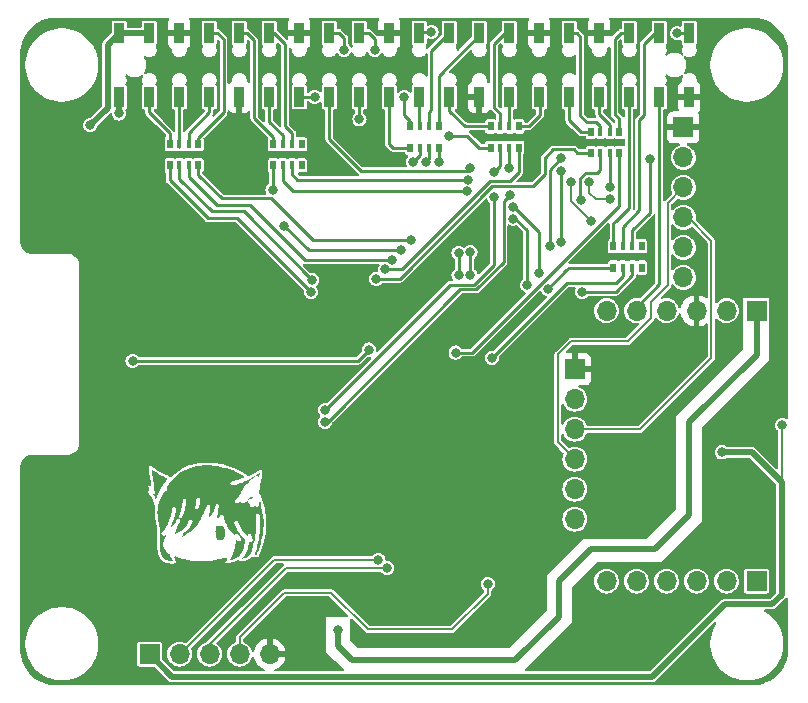
<source format=gbl>
G04 #@! TF.GenerationSoftware,KiCad,Pcbnew,8.0.4*
G04 #@! TF.CreationDate,2024-07-21T23:04:51+02:00*
G04 #@! TF.ProjectId,koyomi-lvds-hat,6b6f796f-6d69-42d6-9c76-64732d686174,rev?*
G04 #@! TF.SameCoordinates,Original*
G04 #@! TF.FileFunction,Copper,L2,Bot*
G04 #@! TF.FilePolarity,Positive*
%FSLAX46Y46*%
G04 Gerber Fmt 4.6, Leading zero omitted, Abs format (unit mm)*
G04 Created by KiCad (PCBNEW 8.0.4) date 2024-07-21 23:04:51*
%MOMM*%
%LPD*%
G01*
G04 APERTURE LIST*
G04 #@! TA.AperFunction,EtchedComponent*
%ADD10C,0.000000*%
G04 #@! TD*
G04 #@! TA.AperFunction,ComponentPad*
%ADD11R,1.700000X1.700000*%
G04 #@! TD*
G04 #@! TA.AperFunction,ComponentPad*
%ADD12O,1.700000X1.700000*%
G04 #@! TD*
G04 #@! TA.AperFunction,SMDPad,CuDef*
%ADD13R,0.889000X1.676400*%
G04 #@! TD*
G04 #@! TA.AperFunction,SMDPad,CuDef*
%ADD14R,0.500000X0.800000*%
G04 #@! TD*
G04 #@! TA.AperFunction,SMDPad,CuDef*
%ADD15R,0.400000X0.800000*%
G04 #@! TD*
G04 #@! TA.AperFunction,ViaPad*
%ADD16C,0.800000*%
G04 #@! TD*
G04 #@! TA.AperFunction,Conductor*
%ADD17C,0.250000*%
G04 #@! TD*
G04 #@! TA.AperFunction,Conductor*
%ADD18C,0.200000*%
G04 #@! TD*
G04 #@! TA.AperFunction,Conductor*
%ADD19C,0.500000*%
G04 #@! TD*
G04 APERTURE END LIST*
D10*
G04 #@! TA.AperFunction,EtchedComponent*
G36*
X102360705Y-62555167D02*
G01*
X102360675Y-62554921D01*
X102360675Y-62554796D01*
X102360705Y-62555167D01*
G37*
G04 #@! TD.AperFunction*
G04 #@! TA.AperFunction,EtchedComponent*
G36*
X102367517Y-62155544D02*
G01*
X102367611Y-62155890D01*
X102366673Y-62152767D01*
X102367517Y-62155544D01*
G37*
G04 #@! TD.AperFunction*
G04 #@! TA.AperFunction,EtchedComponent*
G36*
X102370579Y-62196300D02*
G01*
X102370549Y-62196518D01*
X102370595Y-62196040D01*
X102370579Y-62196300D01*
G37*
G04 #@! TD.AperFunction*
G04 #@! TA.AperFunction,EtchedComponent*
G36*
X105966879Y-62732848D02*
G01*
X105966504Y-62732786D01*
X105966879Y-62732411D01*
X105966879Y-62732848D01*
G37*
G04 #@! TD.AperFunction*
G04 #@! TA.AperFunction,EtchedComponent*
G36*
X109691820Y-66154821D02*
G01*
X109691556Y-66157021D01*
X109692056Y-66150771D01*
X109691820Y-66154821D01*
G37*
G04 #@! TD.AperFunction*
G04 #@! TA.AperFunction,EtchedComponent*
G36*
X102361674Y-62567296D02*
G01*
X102361677Y-62567921D01*
X102361674Y-62568546D01*
X102361661Y-62567127D01*
X102361674Y-62567296D01*
G37*
G04 #@! TD.AperFunction*
G04 #@! TA.AperFunction,EtchedComponent*
G36*
X106149998Y-62759911D02*
G01*
X106146623Y-62759411D01*
X106147748Y-62755661D01*
X106147748Y-62754911D01*
X106149998Y-62759911D01*
G37*
G04 #@! TD.AperFunction*
G04 #@! TA.AperFunction,EtchedComponent*
G36*
X102371044Y-62183632D02*
G01*
X102371049Y-62183801D01*
X102371049Y-62185268D01*
X102370989Y-62182866D01*
X102370986Y-62182518D01*
X102371044Y-62183632D01*
G37*
G04 #@! TD.AperFunction*
G04 #@! TA.AperFunction,EtchedComponent*
G36*
X107374770Y-63731338D02*
G01*
X107374441Y-63732558D01*
X107374699Y-63731467D01*
X107375063Y-63730024D01*
X107375220Y-63729697D01*
X107374770Y-63731338D01*
G37*
G04 #@! TD.AperFunction*
G04 #@! TA.AperFunction,EtchedComponent*
G36*
X109396657Y-64690929D02*
G01*
X109396703Y-64691139D01*
X109396720Y-64691207D01*
X109396610Y-64691078D01*
X109396610Y-64690703D01*
X109396657Y-64690929D01*
G37*
G04 #@! TD.AperFunction*
G04 #@! TA.AperFunction,EtchedComponent*
G36*
X110681228Y-66266335D02*
G01*
X110680608Y-66267791D01*
X110679894Y-66269346D01*
X110679155Y-66270807D01*
X110683905Y-66258307D01*
X110681228Y-66266335D01*
G37*
G04 #@! TD.AperFunction*
G04 #@! TA.AperFunction,EtchedComponent*
G36*
X111090043Y-60794811D02*
G01*
X111091945Y-60796084D01*
X111096164Y-60799085D01*
X111100263Y-60802181D01*
X111087150Y-60793431D01*
X111090043Y-60794811D01*
G37*
G04 #@! TD.AperFunction*
G04 #@! TA.AperFunction,EtchedComponent*
G36*
X108791182Y-61381120D02*
G01*
X108791167Y-61381415D01*
X108791156Y-61381699D01*
X108791153Y-61381120D01*
X108791156Y-61380448D01*
X108791218Y-61380448D01*
X108791182Y-61381120D01*
G37*
G04 #@! TD.AperFunction*
G04 #@! TA.AperFunction,EtchedComponent*
G36*
X110673444Y-66130650D02*
G01*
X110674070Y-66132940D01*
X110674639Y-66135256D01*
X110675150Y-66137589D01*
X110675605Y-66139931D01*
X110672841Y-66128663D01*
X110673444Y-66130650D01*
G37*
G04 #@! TD.AperFunction*
G04 #@! TA.AperFunction,EtchedComponent*
G36*
X110689336Y-66216030D02*
G01*
X110689342Y-66216355D01*
X110689338Y-66216657D01*
X110689323Y-66216933D01*
X110689293Y-66217182D01*
X110689322Y-66215755D01*
X110689336Y-66216030D01*
G37*
G04 #@! TD.AperFunction*
G04 #@! TA.AperFunction,EtchedComponent*
G36*
X102371058Y-62187280D02*
G01*
X102371064Y-62187556D01*
X102371036Y-62188535D01*
X102371025Y-62187196D01*
X102371032Y-62187067D01*
X102371045Y-62186734D01*
X102371049Y-62186518D01*
X102371058Y-62187280D01*
G37*
G04 #@! TD.AperFunction*
G04 #@! TA.AperFunction,EtchedComponent*
G36*
X107374318Y-63733077D02*
G01*
X107373973Y-63734619D01*
X107373994Y-63734494D01*
X107374028Y-63734319D01*
X107374112Y-63733901D01*
X107374223Y-63733369D01*
X107374441Y-63732558D01*
X107374318Y-63733077D01*
G37*
G04 #@! TD.AperFunction*
G04 #@! TA.AperFunction,EtchedComponent*
G36*
X110932235Y-63396072D02*
G01*
X110932286Y-63396110D01*
X110932294Y-63396118D01*
X110932291Y-63396120D01*
X110932289Y-63396120D01*
X110932243Y-63396085D01*
X110931963Y-63395893D01*
X110932235Y-63396072D01*
G37*
G04 #@! TD.AperFunction*
G04 #@! TA.AperFunction,EtchedComponent*
G36*
X102361095Y-62558403D02*
G01*
X102361266Y-62560056D01*
X102361409Y-62561686D01*
X102361523Y-62563323D01*
X102361606Y-62564993D01*
X102361657Y-62566725D01*
X102361661Y-62567127D01*
X102360705Y-62555167D01*
X102361095Y-62558403D01*
G37*
G04 #@! TD.AperFunction*
G04 #@! TA.AperFunction,EtchedComponent*
G36*
X105055298Y-62878162D02*
G01*
X105055287Y-62879100D01*
X105055255Y-62880037D01*
X105055206Y-62880975D01*
X105055142Y-62881912D01*
X105054982Y-62883787D01*
X105054799Y-62885662D01*
X105055298Y-62876912D01*
X105055298Y-62878162D01*
G37*
G04 #@! TD.AperFunction*
G04 #@! TA.AperFunction,EtchedComponent*
G36*
X110689438Y-66205251D02*
G01*
X110689155Y-66209808D01*
X110689150Y-66209325D01*
X110689160Y-66208816D01*
X110689217Y-66207737D01*
X110689309Y-66206599D01*
X110689416Y-66205432D01*
X110689442Y-66205139D01*
X110689438Y-66205251D01*
G37*
G04 #@! TD.AperFunction*
G04 #@! TA.AperFunction,EtchedComponent*
G36*
X110999649Y-60769868D02*
G01*
X111001373Y-60769645D01*
X111003109Y-60769447D01*
X111004854Y-60769274D01*
X111006606Y-60769129D01*
X111008360Y-60769014D01*
X111010112Y-60768931D01*
X111011458Y-60768893D01*
X110999649Y-60769868D01*
G37*
G04 #@! TD.AperFunction*
G04 #@! TA.AperFunction,EtchedComponent*
G36*
X104433441Y-64414238D02*
G01*
X104433566Y-64414277D01*
X104433682Y-64414312D01*
X104433790Y-64414343D01*
X104433991Y-64414396D01*
X104434181Y-64414444D01*
X104435112Y-64414899D01*
X104435582Y-64415116D01*
X104433306Y-64414194D01*
X104433441Y-64414238D01*
G37*
G04 #@! TD.AperFunction*
G04 #@! TA.AperFunction,EtchedComponent*
G36*
X109397360Y-64691953D02*
G01*
X109397363Y-64692532D01*
X109397360Y-64693204D01*
X109396985Y-64692141D01*
X109396891Y-64691846D01*
X109396844Y-64691686D01*
X109396797Y-64691516D01*
X109396750Y-64691334D01*
X109396720Y-64691207D01*
X109397360Y-64691953D01*
G37*
G04 #@! TD.AperFunction*
G04 #@! TA.AperFunction,EtchedComponent*
G36*
X110689346Y-66214649D02*
G01*
X110689322Y-66215755D01*
X110689301Y-66215314D01*
X110689247Y-66214526D01*
X110689191Y-66213679D01*
X110689147Y-66212788D01*
X110689130Y-66211867D01*
X110689136Y-66211400D01*
X110689155Y-66210932D01*
X110689346Y-66214649D01*
G37*
G04 #@! TD.AperFunction*
G04 #@! TA.AperFunction,EtchedComponent*
G36*
X110878298Y-63343538D02*
G01*
X110878438Y-63343798D01*
X110878570Y-63344058D01*
X110878700Y-63344329D01*
X110878764Y-63344473D01*
X110878829Y-63344624D01*
X110878895Y-63344784D01*
X110878901Y-63344800D01*
X110878150Y-63343267D01*
X110878298Y-63343538D01*
G37*
G04 #@! TD.AperFunction*
G04 #@! TA.AperFunction,EtchedComponent*
G36*
X102370989Y-62182866D02*
G01*
X102371025Y-62187196D01*
X102370989Y-62187909D01*
X102370924Y-62189019D01*
X102370962Y-62188079D01*
X102370985Y-62187124D01*
X102370995Y-62186140D01*
X102370994Y-62185112D01*
X102370968Y-62182866D01*
X102370924Y-62180269D01*
X102370989Y-62182866D01*
G37*
G04 #@! TD.AperFunction*
G04 #@! TA.AperFunction,EtchedComponent*
G36*
X102371049Y-62190018D02*
G01*
X102371049Y-62190268D01*
X102371033Y-62190844D01*
X102370988Y-62191596D01*
X102370846Y-62193393D01*
X102370595Y-62196040D01*
X102370670Y-62194753D01*
X102370924Y-62190893D01*
X102371026Y-62188899D01*
X102371036Y-62188535D01*
X102371049Y-62190018D01*
G37*
G04 #@! TD.AperFunction*
G04 #@! TA.AperFunction,EtchedComponent*
G36*
X110931663Y-63395753D02*
G01*
X110931717Y-63395777D01*
X110931747Y-63395792D01*
X110931720Y-63395781D01*
X110931701Y-63395773D01*
X110931688Y-63395768D01*
X110931778Y-63395835D01*
X110931687Y-63395778D01*
X110931656Y-63395756D01*
X110931654Y-63395752D01*
X110931663Y-63395753D01*
G37*
G04 #@! TD.AperFunction*
G04 #@! TA.AperFunction,EtchedComponent*
G36*
X108835174Y-61296548D02*
G01*
X108837052Y-61294673D01*
X108838955Y-61292798D01*
X108840904Y-61290923D01*
X108841904Y-61289985D01*
X108842924Y-61289048D01*
X108843372Y-61288593D01*
X108843826Y-61288164D01*
X108843869Y-61288125D01*
X108845789Y-61286555D01*
X108845795Y-61286551D01*
X108835174Y-61296548D01*
G37*
G04 #@! TD.AperFunction*
G04 #@! TA.AperFunction,EtchedComponent*
G36*
X110880071Y-63347189D02*
G01*
X110880071Y-63347213D01*
X110880041Y-63347181D01*
X110879919Y-63347001D01*
X110879745Y-63346690D01*
X110879249Y-63345767D01*
X110879174Y-63345541D01*
X110879101Y-63345331D01*
X110879030Y-63345136D01*
X110878962Y-63344954D01*
X110878901Y-63344800D01*
X110880071Y-63347189D01*
G37*
G04 #@! TD.AperFunction*
G04 #@! TA.AperFunction,EtchedComponent*
G36*
X110931766Y-63395799D02*
G01*
X110931788Y-63395808D01*
X110931798Y-63395812D01*
X110931807Y-63395817D01*
X110931815Y-63395821D01*
X110931820Y-63395824D01*
X110931822Y-63395826D01*
X110931824Y-63395827D01*
X110931825Y-63395829D01*
X110931825Y-63395830D01*
X110931747Y-63395792D01*
X110931766Y-63395799D01*
G37*
G04 #@! TD.AperFunction*
G04 #@! TA.AperFunction,EtchedComponent*
G36*
X103418437Y-61909554D02*
G01*
X103418438Y-61910179D01*
X103418437Y-61910804D01*
X103417937Y-61911803D01*
X103418025Y-61911532D01*
X103418103Y-61911272D01*
X103418172Y-61911012D01*
X103418204Y-61910879D01*
X103418234Y-61910741D01*
X103418263Y-61910597D01*
X103418290Y-61910446D01*
X103418341Y-61910116D01*
X103418390Y-61909739D01*
X103418437Y-61909303D01*
X103418437Y-61909554D01*
G37*
G04 #@! TD.AperFunction*
G04 #@! TA.AperFunction,EtchedComponent*
G36*
X110262454Y-62953162D02*
G01*
X110262136Y-62952225D01*
X110261832Y-62951287D01*
X110261229Y-62949412D01*
X110261201Y-62949408D01*
X110261174Y-62949395D01*
X110261147Y-62949374D01*
X110261121Y-62949346D01*
X110261070Y-62949267D01*
X110261020Y-62949162D01*
X110260972Y-62949034D01*
X110260925Y-62948885D01*
X110260832Y-62948537D01*
X110260649Y-62947725D01*
X110260554Y-62947307D01*
X110260454Y-62946912D01*
X110262454Y-62953162D01*
G37*
G04 #@! TD.AperFunction*
G04 #@! TA.AperFunction,EtchedComponent*
G36*
X105571931Y-64688679D02*
G01*
X105571678Y-64690723D01*
X105571381Y-64692757D01*
X105571041Y-64694778D01*
X105570657Y-64696788D01*
X105570231Y-64698786D01*
X105569762Y-64700772D01*
X105569250Y-64702747D01*
X105568695Y-64704710D01*
X105568098Y-64706661D01*
X105567460Y-64708600D01*
X105566779Y-64710528D01*
X105566056Y-64712444D01*
X105565292Y-64714348D01*
X105564487Y-64716241D01*
X105563784Y-64717804D01*
X105572141Y-64686622D01*
X105571931Y-64688679D01*
G37*
G04 #@! TD.AperFunction*
G04 #@! TA.AperFunction,EtchedComponent*
G36*
X109619676Y-65997774D02*
G01*
X109621868Y-65998825D01*
X109624741Y-66000328D01*
X109628182Y-66002300D01*
X109630080Y-66003467D01*
X109632079Y-66004758D01*
X109634163Y-66006175D01*
X109636318Y-66007720D01*
X109638531Y-66009396D01*
X109640788Y-66011204D01*
X109638151Y-66009166D01*
X109635445Y-66007184D01*
X109632670Y-66005266D01*
X109629827Y-66003422D01*
X109626916Y-66001660D01*
X109623939Y-65999988D01*
X109620896Y-65998417D01*
X109619350Y-65997671D01*
X109617788Y-65996953D01*
X109619676Y-65997774D01*
G37*
G04 #@! TD.AperFunction*
G04 #@! TA.AperFunction,EtchedComponent*
G36*
X106085607Y-62644035D02*
G01*
X106087325Y-62644396D01*
X106089015Y-62644814D01*
X106090685Y-62645276D01*
X106092341Y-62645769D01*
X106095644Y-62646794D01*
X106097305Y-62647300D01*
X106098772Y-62647724D01*
X106098988Y-62648210D01*
X106099207Y-62648284D01*
X106102357Y-62655285D01*
X106100940Y-62654142D01*
X106099503Y-62653053D01*
X106098046Y-62652017D01*
X106096570Y-62651029D01*
X106095074Y-62650085D01*
X106093561Y-62649183D01*
X106092030Y-62648318D01*
X106090482Y-62647488D01*
X106087338Y-62645916D01*
X106084132Y-62644439D01*
X106080870Y-62643030D01*
X106077557Y-62641660D01*
X106085607Y-62644035D01*
G37*
G04 #@! TD.AperFunction*
G04 #@! TA.AperFunction,EtchedComponent*
G36*
X110880839Y-63017351D02*
G01*
X110876197Y-63014146D01*
X110871454Y-63011095D01*
X110866603Y-63008199D01*
X110861636Y-63005460D01*
X110856545Y-63002880D01*
X110851325Y-63000459D01*
X110848663Y-62999308D01*
X110845967Y-62998199D01*
X110843234Y-62997129D01*
X110840464Y-62996101D01*
X110840432Y-62996070D01*
X110840416Y-62996054D01*
X110840401Y-62996039D01*
X110834177Y-62993696D01*
X110828175Y-62991361D01*
X110816676Y-62986741D01*
X110805589Y-62982239D01*
X110794600Y-62977913D01*
X110798036Y-62975622D01*
X110801489Y-62973415D01*
X110808404Y-62969116D01*
X110811841Y-62966957D01*
X110815248Y-62964747D01*
X110818614Y-62962451D01*
X110821926Y-62960037D01*
X110832594Y-62951637D01*
X110842946Y-62943041D01*
X110852999Y-62934263D01*
X110862773Y-62925318D01*
X110872285Y-62916221D01*
X110881555Y-62906986D01*
X110890600Y-62897628D01*
X110899439Y-62888162D01*
X110880839Y-63017351D01*
G37*
G04 #@! TD.AperFunction*
G04 #@! TA.AperFunction,EtchedComponent*
G36*
X102687939Y-62269875D02*
G01*
X102687961Y-62269883D01*
X102687981Y-62269892D01*
X102687999Y-62269903D01*
X102688016Y-62269914D01*
X102688032Y-62269927D01*
X102688046Y-62269941D01*
X102688059Y-62269955D01*
X102688071Y-62269971D01*
X102688082Y-62269987D01*
X102688091Y-62270004D01*
X102688099Y-62270021D01*
X102688106Y-62270039D01*
X102688112Y-62270057D01*
X102688116Y-62270076D01*
X102688120Y-62270095D01*
X102688122Y-62270114D01*
X102688123Y-62270133D01*
X102688124Y-62270153D01*
X102688123Y-62270172D01*
X102688121Y-62270191D01*
X102688118Y-62270210D01*
X102688115Y-62270228D01*
X102688110Y-62270246D01*
X102688104Y-62270264D01*
X102688098Y-62270281D01*
X102688091Y-62270298D01*
X102688082Y-62270314D01*
X102688073Y-62270329D01*
X102688064Y-62270343D01*
X102688053Y-62270356D01*
X102688042Y-62270369D01*
X102688029Y-62270380D01*
X102688012Y-62270390D01*
X102687994Y-62270399D01*
X102687972Y-62270408D01*
X102687921Y-62270424D01*
X102687860Y-62270438D01*
X102687526Y-62270501D01*
X102687423Y-62270524D01*
X102687313Y-62270551D01*
X102687197Y-62270584D01*
X102687075Y-62270624D01*
X102686948Y-62270671D01*
X102686883Y-62270698D01*
X102686816Y-62270727D01*
X102686749Y-62270758D01*
X102686681Y-62270792D01*
X102686612Y-62270829D01*
X102686542Y-62270869D01*
X102686678Y-62270713D01*
X102686806Y-62270575D01*
X102686926Y-62270452D01*
X102687038Y-62270343D01*
X102687143Y-62270249D01*
X102687241Y-62270168D01*
X102687332Y-62270099D01*
X102687417Y-62270041D01*
X102687496Y-62269993D01*
X102687570Y-62269954D01*
X102687638Y-62269924D01*
X102687702Y-62269902D01*
X102687761Y-62269886D01*
X102687817Y-62269876D01*
X102687868Y-62269870D01*
X102687917Y-62269869D01*
X102687917Y-62269868D01*
X102687939Y-62269875D01*
G37*
G04 #@! TD.AperFunction*
G04 #@! TA.AperFunction,EtchedComponent*
G36*
X107561544Y-64992639D02*
G01*
X107561567Y-64992857D01*
X108158500Y-65040357D01*
X108174627Y-65074097D01*
X108191390Y-65108097D01*
X108208850Y-65142359D01*
X108227068Y-65176883D01*
X108246106Y-65211669D01*
X108266024Y-65246719D01*
X108286885Y-65282032D01*
X108308750Y-65317609D01*
X108310000Y-65703888D01*
X108309984Y-65705040D01*
X108309976Y-65706544D01*
X108309981Y-65708282D01*
X108310000Y-65710138D01*
X108310006Y-65710763D01*
X108310019Y-65711388D01*
X108310038Y-65712013D01*
X108310062Y-65712638D01*
X108310052Y-65738253D01*
X108308816Y-65767322D01*
X108307533Y-65785061D01*
X108305670Y-65804609D01*
X108303127Y-65825720D01*
X108299799Y-65848148D01*
X108295587Y-65871647D01*
X108290387Y-65895971D01*
X108284098Y-65920874D01*
X108276618Y-65946112D01*
X108272399Y-65958778D01*
X108267844Y-65971436D01*
X108262940Y-65984055D01*
X108257675Y-65996603D01*
X108251918Y-66009413D01*
X108245920Y-66021961D01*
X108239661Y-66034241D01*
X108233118Y-66046243D01*
X108226271Y-66057961D01*
X108219098Y-66069387D01*
X108211577Y-66080512D01*
X108203688Y-66091329D01*
X108195409Y-66101831D01*
X108186718Y-66112009D01*
X108177594Y-66121855D01*
X108168016Y-66131362D01*
X108157963Y-66140522D01*
X108147413Y-66149327D01*
X108136344Y-66157770D01*
X108124736Y-66165842D01*
X108112509Y-66173583D01*
X108099599Y-66180983D01*
X108085960Y-66188009D01*
X108071544Y-66194624D01*
X108056305Y-66200794D01*
X108040195Y-66206484D01*
X108023167Y-66211658D01*
X108005175Y-66216281D01*
X107986172Y-66220318D01*
X107966110Y-66223734D01*
X107944942Y-66226494D01*
X107922622Y-66228562D01*
X107899102Y-66229904D01*
X107874336Y-66230484D01*
X107848276Y-66230267D01*
X107820875Y-66229219D01*
X107809715Y-66228395D01*
X107799063Y-66227330D01*
X107788894Y-66226021D01*
X107779181Y-66224467D01*
X107769902Y-66222666D01*
X107761032Y-66220617D01*
X107752545Y-66218317D01*
X107744417Y-66215766D01*
X107736623Y-66212961D01*
X107729139Y-66209901D01*
X107721940Y-66206585D01*
X107715002Y-66203010D01*
X107708299Y-66199175D01*
X107701807Y-66195078D01*
X107695502Y-66190718D01*
X107689358Y-66186093D01*
X107683333Y-66181142D01*
X107677400Y-66175847D01*
X107671554Y-66170199D01*
X107665790Y-66164191D01*
X107660101Y-66157815D01*
X107654483Y-66151064D01*
X107648930Y-66143930D01*
X107643437Y-66136406D01*
X107637998Y-66128482D01*
X107632609Y-66120153D01*
X107627262Y-66111410D01*
X107621954Y-66102245D01*
X107616679Y-66092651D01*
X107611431Y-66082620D01*
X107606205Y-66072144D01*
X107600995Y-66061217D01*
X107591367Y-66039179D01*
X107582306Y-66015691D01*
X107573813Y-65990846D01*
X107565888Y-65964736D01*
X107558531Y-65937456D01*
X107551741Y-65909098D01*
X107545519Y-65879756D01*
X107539865Y-65849523D01*
X107534778Y-65818492D01*
X107530260Y-65786756D01*
X107526310Y-65754409D01*
X107522928Y-65721543D01*
X107520114Y-65688252D01*
X107517868Y-65654630D01*
X107515081Y-65586763D01*
X107514402Y-65488782D01*
X107516825Y-65396226D01*
X107521724Y-65309766D01*
X107528475Y-65230073D01*
X107536455Y-65157820D01*
X107545038Y-65093679D01*
X107561520Y-64992420D01*
X107561544Y-64992639D01*
G37*
G04 #@! TD.AperFunction*
G04 #@! TA.AperFunction,EtchedComponent*
G36*
X102587430Y-62448928D02*
G01*
X102557501Y-62510463D01*
X102528419Y-62574468D01*
X102500256Y-62640889D01*
X102473084Y-62709671D01*
X102446975Y-62780761D01*
X102446615Y-62779823D01*
X102446279Y-62778886D01*
X102445631Y-62777011D01*
X102445295Y-62776073D01*
X102444935Y-62775136D01*
X102444541Y-62774198D01*
X102444327Y-62773730D01*
X102444099Y-62773261D01*
X102443287Y-62771433D01*
X102442869Y-62770466D01*
X102442667Y-62769985D01*
X102442474Y-62769511D01*
X102440563Y-62765398D01*
X102439389Y-62762924D01*
X102437964Y-62760042D01*
X102436206Y-62756657D01*
X102434035Y-62752671D01*
X102432771Y-62750423D01*
X102431373Y-62747988D01*
X102429832Y-62745355D01*
X102428138Y-62742511D01*
X102417623Y-62723804D01*
X102412450Y-62713924D01*
X102407361Y-62703696D01*
X102402379Y-62693122D01*
X102397524Y-62682203D01*
X102392818Y-62670942D01*
X102388283Y-62659341D01*
X102383939Y-62647402D01*
X102379808Y-62635127D01*
X102375912Y-62622517D01*
X102372272Y-62609576D01*
X102368910Y-62596305D01*
X102365846Y-62582706D01*
X102363102Y-62568782D01*
X102360700Y-62554533D01*
X102360575Y-62553784D01*
X102360575Y-62553721D01*
X102360512Y-62552596D01*
X102358467Y-62541989D01*
X102355769Y-62531604D01*
X102352440Y-62521467D01*
X102348501Y-62511602D01*
X102343974Y-62502031D01*
X102338880Y-62492779D01*
X102333242Y-62483870D01*
X102327080Y-62475329D01*
X102320417Y-62467178D01*
X102313273Y-62459442D01*
X102305672Y-62452145D01*
X102297634Y-62445311D01*
X102289181Y-62438964D01*
X102280334Y-62433127D01*
X102271116Y-62427825D01*
X102261548Y-62423082D01*
X102261582Y-62423095D01*
X102261633Y-62423112D01*
X102261759Y-62423154D01*
X102261924Y-62423207D01*
X102261955Y-62423222D01*
X102261960Y-62423224D01*
X102261958Y-62423222D01*
X102261894Y-62423182D01*
X102261595Y-62423004D01*
X102261422Y-62422898D01*
X102261273Y-62422803D01*
X102261218Y-62422764D01*
X102261180Y-62422733D01*
X102261169Y-62422722D01*
X102261164Y-62422714D01*
X102261165Y-62422709D01*
X102261173Y-62422707D01*
X102261173Y-62422651D01*
X102261159Y-62422644D01*
X102261173Y-62422644D01*
X102261173Y-62422651D01*
X102261277Y-62422702D01*
X102261307Y-62422715D01*
X102261308Y-62422715D01*
X102261307Y-62422714D01*
X102261297Y-62422709D01*
X102261173Y-62422644D01*
X102261159Y-62422644D01*
X102261083Y-62422606D01*
X102260689Y-62422402D01*
X102260408Y-62422254D01*
X102260066Y-62422072D01*
X102259660Y-62421855D01*
X102259187Y-62421598D01*
X102258643Y-62421302D01*
X102258024Y-62420962D01*
X102257327Y-62420577D01*
X102256549Y-62420144D01*
X102252789Y-62417452D01*
X102248269Y-62414023D01*
X102243005Y-62409804D01*
X102237014Y-62404738D01*
X102233751Y-62401870D01*
X102230312Y-62398770D01*
X102226699Y-62395430D01*
X102222914Y-62391844D01*
X102218960Y-62388004D01*
X102214838Y-62383904D01*
X102210550Y-62379536D01*
X102206099Y-62374894D01*
X102206115Y-62374902D01*
X102206097Y-62374858D01*
X102205963Y-62374624D01*
X102205366Y-62373666D01*
X102203333Y-62370504D01*
X102201088Y-62367037D01*
X102199723Y-62364895D01*
X102201036Y-62364903D01*
X102202348Y-62364941D01*
X102204973Y-62365057D01*
X102206286Y-62365114D01*
X102207598Y-62365155D01*
X102208911Y-62365169D01*
X102210223Y-62365145D01*
X102217491Y-62364521D01*
X102224817Y-62363584D01*
X102232182Y-62362327D01*
X102239567Y-62360744D01*
X102246955Y-62358830D01*
X102254326Y-62356577D01*
X102261661Y-62353981D01*
X102268942Y-62351035D01*
X102276151Y-62347733D01*
X102283268Y-62344069D01*
X102290276Y-62340037D01*
X102297155Y-62335631D01*
X102303887Y-62330844D01*
X102310453Y-62325672D01*
X102316834Y-62320107D01*
X102323012Y-62314144D01*
X102328573Y-62308201D01*
X102333780Y-62302052D01*
X102338636Y-62295705D01*
X102343142Y-62289171D01*
X102347300Y-62282460D01*
X102351111Y-62275582D01*
X102354577Y-62268546D01*
X102357699Y-62261362D01*
X102360479Y-62254041D01*
X102362918Y-62246592D01*
X102365018Y-62239025D01*
X102366781Y-62231350D01*
X102368207Y-62223577D01*
X102369299Y-62215716D01*
X102370059Y-62207777D01*
X102370486Y-62199769D01*
X102370439Y-62200069D01*
X102370385Y-62200393D01*
X102370354Y-62200557D01*
X102370319Y-62200718D01*
X102370280Y-62200873D01*
X102370259Y-62200947D01*
X102370236Y-62201019D01*
X102370486Y-62198518D01*
X102370559Y-62196641D01*
X102370579Y-62196300D01*
X102370678Y-62195583D01*
X102370785Y-62194663D01*
X102370872Y-62193772D01*
X102370940Y-62192925D01*
X102370990Y-62192136D01*
X102371024Y-62191421D01*
X102371043Y-62190793D01*
X102371049Y-62190268D01*
X102371067Y-62189441D01*
X102371075Y-62188803D01*
X102371077Y-62188313D01*
X102371073Y-62187925D01*
X102371064Y-62187556D01*
X102371084Y-62186847D01*
X102371078Y-62184724D01*
X102371049Y-62183801D01*
X102371049Y-62181519D01*
X102371012Y-62180601D01*
X102370986Y-62179800D01*
X102370961Y-62179233D01*
X102370945Y-62179075D01*
X102370935Y-62179033D01*
X102370924Y-62179019D01*
X102370924Y-62175269D01*
X102370695Y-62172451D01*
X102370383Y-62169626D01*
X102369986Y-62166798D01*
X102369502Y-62163971D01*
X102368930Y-62161150D01*
X102368269Y-62158340D01*
X102367611Y-62155890D01*
X102369299Y-62161517D01*
X102347598Y-61872765D01*
X102347269Y-61868816D01*
X102346800Y-61864892D01*
X102346193Y-61860996D01*
X102345452Y-61857128D01*
X102344581Y-61853291D01*
X102343581Y-61849487D01*
X102342457Y-61845717D01*
X102341211Y-61841984D01*
X102339847Y-61838288D01*
X102338367Y-61834633D01*
X102336776Y-61831019D01*
X102335076Y-61827449D01*
X102333270Y-61823924D01*
X102331361Y-61820446D01*
X102329353Y-61817018D01*
X102327249Y-61813640D01*
X102305693Y-61611207D01*
X102282075Y-61404155D01*
X102255416Y-61191731D01*
X102224734Y-60973182D01*
X102166050Y-60574729D01*
X102141515Y-60400615D01*
X102121446Y-60248088D01*
X102121734Y-60248712D01*
X102364468Y-60409513D01*
X102492627Y-60492659D01*
X102633706Y-60580127D01*
X102711058Y-60626064D01*
X102794001Y-60673783D01*
X102883321Y-60723516D01*
X102979806Y-60775497D01*
X103084242Y-60829959D01*
X103197416Y-60887136D01*
X103320114Y-60947262D01*
X103453125Y-61010570D01*
X103398225Y-61076584D01*
X103344064Y-61144273D01*
X103290674Y-61213657D01*
X103238088Y-61284757D01*
X103186338Y-61357596D01*
X103135457Y-61432194D01*
X103085477Y-61508574D01*
X103036431Y-61586756D01*
X102988352Y-61666762D01*
X102941271Y-61748614D01*
X102895222Y-61832333D01*
X102850237Y-61917940D01*
X102806348Y-62005457D01*
X102763589Y-62094905D01*
X102721990Y-62186306D01*
X102681586Y-62279681D01*
X102649544Y-62333483D01*
X102618135Y-62389916D01*
X102601069Y-62422715D01*
X102587430Y-62448928D01*
G37*
G04 #@! TD.AperFunction*
G04 #@! TA.AperFunction,EtchedComponent*
G36*
X111217511Y-60815711D02*
G01*
X111206519Y-60871984D01*
X111194801Y-60935932D01*
X111194589Y-60936979D01*
X111194366Y-60938217D01*
X111193907Y-60941088D01*
X111193458Y-60944194D01*
X111193051Y-60947182D01*
X111191159Y-60938787D01*
X111189161Y-60930463D01*
X111188089Y-60926320D01*
X111186952Y-60922186D01*
X111185735Y-60918057D01*
X111184426Y-60913932D01*
X111180570Y-60902993D01*
X111178369Y-60897327D01*
X111175970Y-60891555D01*
X111173360Y-60885694D01*
X111170529Y-60879762D01*
X111167462Y-60873778D01*
X111164149Y-60867760D01*
X111160578Y-60861725D01*
X111156736Y-60855693D01*
X111152611Y-60849681D01*
X111148192Y-60843707D01*
X111143466Y-60837789D01*
X111138421Y-60831946D01*
X111133045Y-60826195D01*
X111127326Y-60820556D01*
X111123553Y-60817099D01*
X111119887Y-60813940D01*
X111116343Y-60811065D01*
X111112932Y-60808460D01*
X111109668Y-60806112D01*
X111106564Y-60804008D01*
X111103632Y-60802134D01*
X111100886Y-60800478D01*
X111096002Y-60797761D01*
X111092016Y-60795753D01*
X111090043Y-60794811D01*
X111087609Y-60793183D01*
X111083158Y-60790390D01*
X111078593Y-60787710D01*
X111073917Y-60785150D01*
X111069132Y-60782716D01*
X111064241Y-60780415D01*
X111059244Y-60778253D01*
X111054146Y-60776237D01*
X111048947Y-60774373D01*
X111043650Y-60772667D01*
X111038257Y-60771126D01*
X111032771Y-60769756D01*
X111027192Y-60768564D01*
X111021542Y-60767559D01*
X111021526Y-60767565D01*
X111021501Y-60767574D01*
X111021475Y-60767583D01*
X111021450Y-60767591D01*
X111021424Y-60767599D01*
X111021399Y-60767607D01*
X111021374Y-60767613D01*
X111021350Y-60767618D01*
X111024225Y-60771368D01*
X111021598Y-60770503D01*
X111020281Y-60770083D01*
X111018959Y-60769696D01*
X111018296Y-60769522D01*
X111017632Y-60769363D01*
X111016965Y-60769221D01*
X111016297Y-60769101D01*
X111015626Y-60769003D01*
X111014953Y-60768930D01*
X111014278Y-60768884D01*
X111013600Y-60768868D01*
X111011860Y-60768882D01*
X111011458Y-60768893D01*
X111013275Y-60768743D01*
X111012665Y-60768561D01*
X111012056Y-60768390D01*
X111011446Y-60768227D01*
X111010837Y-60768071D01*
X111009618Y-60767776D01*
X111008400Y-60767493D01*
X111003062Y-60767034D01*
X110997721Y-60766634D01*
X110995044Y-60766474D01*
X110992358Y-60766351D01*
X110989660Y-60766271D01*
X110986949Y-60766243D01*
X110986946Y-60766243D01*
X110986942Y-60766242D01*
X110986939Y-60766241D01*
X110986935Y-60766240D01*
X110986932Y-60766238D01*
X110986928Y-60766236D01*
X110986924Y-60766234D01*
X110986921Y-60766232D01*
X110986913Y-60766226D01*
X110986906Y-60766220D01*
X110986890Y-60766207D01*
X110986882Y-60766201D01*
X110986877Y-60766198D01*
X110986873Y-60766195D01*
X110986868Y-60766192D01*
X110986864Y-60766190D01*
X110986859Y-60766187D01*
X110986854Y-60766185D01*
X110986850Y-60766183D01*
X110986845Y-60766182D01*
X110986839Y-60766181D01*
X110986834Y-60766180D01*
X110986829Y-60766179D01*
X110986823Y-60766179D01*
X110986818Y-60766180D01*
X110986812Y-60766181D01*
X110986788Y-60766186D01*
X110986763Y-60766192D01*
X110986738Y-60766199D01*
X110986712Y-60766207D01*
X110986686Y-60766216D01*
X110986661Y-60766225D01*
X110986636Y-60766234D01*
X110986612Y-60766243D01*
X110980294Y-60766597D01*
X110974005Y-60767189D01*
X110967752Y-60768017D01*
X110961540Y-60769077D01*
X110955375Y-60770368D01*
X110949264Y-60771888D01*
X110943213Y-60773634D01*
X110937227Y-60775603D01*
X110931313Y-60777793D01*
X110925477Y-60780202D01*
X110919725Y-60782827D01*
X110914063Y-60785667D01*
X110908497Y-60788718D01*
X110903033Y-60791979D01*
X110897677Y-60795446D01*
X110892436Y-60799118D01*
X110892283Y-60799212D01*
X110892135Y-60799308D01*
X110891989Y-60799406D01*
X110891845Y-60799509D01*
X110891703Y-60799617D01*
X110891560Y-60799733D01*
X110891489Y-60799795D01*
X110891418Y-60799858D01*
X110891346Y-60799924D01*
X110891273Y-60799993D01*
X110760164Y-60900456D01*
X110693848Y-60954392D01*
X110617681Y-61018622D01*
X110533447Y-61092529D01*
X110442927Y-61175499D01*
X110347904Y-61266913D01*
X110250160Y-61366155D01*
X110151478Y-61472609D01*
X110053641Y-61585657D01*
X109958431Y-61704684D01*
X109912368Y-61766247D01*
X109867630Y-61829073D01*
X109824440Y-61893085D01*
X109783021Y-61958206D01*
X109743596Y-62024360D01*
X109706387Y-62091468D01*
X109643428Y-62207720D01*
X109585313Y-62311599D01*
X109531984Y-62403722D01*
X109483380Y-62484709D01*
X109439441Y-62555177D01*
X109400109Y-62615744D01*
X109365323Y-62667029D01*
X109335023Y-62709649D01*
X109321533Y-62727890D01*
X109309134Y-62744226D01*
X109297827Y-62758730D01*
X109287613Y-62771477D01*
X109278491Y-62782544D01*
X109270464Y-62792003D01*
X109269707Y-62792857D01*
X109257697Y-62806399D01*
X109256334Y-62807968D01*
X109255059Y-62809397D01*
X109253869Y-62810695D01*
X109252763Y-62811868D01*
X109250884Y-62813786D01*
X109250802Y-62813870D01*
X109249166Y-62815462D01*
X109246834Y-62817649D01*
X109246120Y-62818362D01*
X109245873Y-62818649D01*
X109245697Y-62818899D01*
X109245471Y-62819100D01*
X109245257Y-62819283D01*
X109244845Y-62819628D01*
X109244423Y-62819987D01*
X109244194Y-62820189D01*
X109243947Y-62820415D01*
X109243677Y-62820672D01*
X109243378Y-62820966D01*
X109243045Y-62821304D01*
X109242674Y-62821694D01*
X109242258Y-62822142D01*
X109241794Y-62822654D01*
X109241275Y-62823237D01*
X109240697Y-62823899D01*
X109240506Y-62824079D01*
X109240307Y-62824247D01*
X109240098Y-62824410D01*
X109239877Y-62824575D01*
X109239388Y-62824932D01*
X109239115Y-62825137D01*
X109238822Y-62825368D01*
X109238505Y-62825631D01*
X109238163Y-62825933D01*
X109237793Y-62826279D01*
X109237392Y-62826677D01*
X109236960Y-62827131D01*
X109236731Y-62827382D01*
X109236493Y-62827649D01*
X109236246Y-62827933D01*
X109235989Y-62828236D01*
X109235723Y-62828558D01*
X109235447Y-62828899D01*
X109229883Y-62834645D01*
X109224627Y-62840600D01*
X109219679Y-62846752D01*
X109215042Y-62853090D01*
X109210717Y-62859601D01*
X109206707Y-62866273D01*
X109203013Y-62873094D01*
X109199637Y-62880051D01*
X109196581Y-62887134D01*
X109193847Y-62894328D01*
X109191437Y-62901623D01*
X109189352Y-62909007D01*
X109187594Y-62916466D01*
X109186165Y-62923990D01*
X109185068Y-62931565D01*
X109184303Y-62939180D01*
X109183873Y-62946823D01*
X109183779Y-62954482D01*
X109184024Y-62962143D01*
X109184609Y-62969797D01*
X109185537Y-62977429D01*
X109186808Y-62985028D01*
X109188425Y-62992582D01*
X109190390Y-63000079D01*
X109192704Y-63007507D01*
X109195370Y-63014853D01*
X109198389Y-63022105D01*
X109201763Y-63029252D01*
X109205494Y-63036281D01*
X109209584Y-63043180D01*
X109214034Y-63049936D01*
X109218847Y-63056539D01*
X109218894Y-63056586D01*
X109218941Y-63056635D01*
X109218964Y-63056660D01*
X109218987Y-63056686D01*
X109219011Y-63056714D01*
X109219034Y-63056742D01*
X109219058Y-63056772D01*
X109219081Y-63056804D01*
X109219105Y-63056837D01*
X109219128Y-63056873D01*
X109219151Y-63056911D01*
X109219175Y-63056951D01*
X109219198Y-63056994D01*
X109219222Y-63057039D01*
X109224785Y-63063881D01*
X109230630Y-63070364D01*
X109236743Y-63076488D01*
X109243108Y-63082249D01*
X109249709Y-63087647D01*
X109256531Y-63092680D01*
X109263559Y-63097344D01*
X109270777Y-63101640D01*
X109278169Y-63105563D01*
X109285720Y-63109113D01*
X109293415Y-63112288D01*
X109301238Y-63115085D01*
X109309173Y-63117503D01*
X109317206Y-63119540D01*
X109325321Y-63121194D01*
X109333502Y-63122462D01*
X109341734Y-63123343D01*
X109350002Y-63123836D01*
X109358289Y-63123937D01*
X109366581Y-63123645D01*
X109374862Y-63122959D01*
X109383117Y-63121875D01*
X109391330Y-63120393D01*
X109399485Y-63118511D01*
X109407568Y-63116225D01*
X109415563Y-63113535D01*
X109423454Y-63110438D01*
X109431225Y-63106933D01*
X109438863Y-63103018D01*
X109446350Y-63098690D01*
X109453671Y-63093948D01*
X109460812Y-63088789D01*
X109462312Y-63087790D01*
X109466334Y-63084469D01*
X109471016Y-63080459D01*
X109477171Y-63075008D01*
X109480730Y-63071771D01*
X109484570Y-63068209D01*
X109488664Y-63064334D01*
X109492982Y-63060157D01*
X109497496Y-63055689D01*
X109502177Y-63050944D01*
X109506996Y-63045932D01*
X109511924Y-63040665D01*
X109517017Y-63035075D01*
X109522352Y-63029092D01*
X109527927Y-63022719D01*
X109533735Y-63015961D01*
X109539773Y-63008822D01*
X109546035Y-63001307D01*
X109552516Y-62993420D01*
X109559212Y-62985165D01*
X109583019Y-62998022D01*
X109606731Y-63009869D01*
X109630339Y-63020698D01*
X109653835Y-63030501D01*
X109677212Y-63039269D01*
X109700460Y-63046996D01*
X109723572Y-63053672D01*
X109746540Y-63059290D01*
X109769355Y-63063841D01*
X109792010Y-63067318D01*
X109814497Y-63069712D01*
X109836806Y-63071016D01*
X109858931Y-63071221D01*
X109880863Y-63070320D01*
X109902594Y-63068304D01*
X109924116Y-63065165D01*
X109947015Y-63060559D01*
X109969232Y-63054802D01*
X109990774Y-63047963D01*
X110011649Y-63040108D01*
X110031865Y-63031308D01*
X110051428Y-63021628D01*
X110070347Y-63011138D01*
X110088629Y-62999905D01*
X110106281Y-62987997D01*
X110123311Y-62975482D01*
X110139728Y-62962429D01*
X110155537Y-62948905D01*
X110170748Y-62934979D01*
X110185366Y-62920718D01*
X110199401Y-62906190D01*
X110212860Y-62891464D01*
X110231833Y-62869514D01*
X110250157Y-62847097D01*
X110267850Y-62824315D01*
X110284931Y-62801272D01*
X110317326Y-62754825D01*
X110347484Y-62708590D01*
X110375551Y-62663401D01*
X110401670Y-62620093D01*
X110448636Y-62542460D01*
X110463682Y-62547588D01*
X110482479Y-62553343D01*
X110504718Y-62559344D01*
X110517032Y-62562318D01*
X110530091Y-62565211D01*
X110543857Y-62567974D01*
X110558291Y-62570561D01*
X110573354Y-62572924D01*
X110589008Y-62575016D01*
X110605215Y-62576788D01*
X110621935Y-62578193D01*
X110639132Y-62579183D01*
X110656765Y-62579711D01*
X110662223Y-62579727D01*
X110667667Y-62579602D01*
X110673099Y-62579360D01*
X110678523Y-62579024D01*
X110689354Y-62578164D01*
X110700178Y-62577211D01*
X110695270Y-62585891D01*
X110690247Y-62594392D01*
X110685118Y-62602703D01*
X110679887Y-62610811D01*
X110674562Y-62618704D01*
X110669149Y-62626370D01*
X110663655Y-62633799D01*
X110658086Y-62640977D01*
X110652448Y-62647892D01*
X110646748Y-62654534D01*
X110640993Y-62660889D01*
X110635189Y-62666947D01*
X110629343Y-62672695D01*
X110623461Y-62678121D01*
X110617549Y-62683214D01*
X110611615Y-62687961D01*
X110603366Y-62694118D01*
X110595228Y-62699831D01*
X110587117Y-62705090D01*
X110578949Y-62709885D01*
X110570640Y-62714207D01*
X110562107Y-62718045D01*
X110553265Y-62721388D01*
X110544032Y-62724228D01*
X110534322Y-62726553D01*
X110524053Y-62728354D01*
X110513140Y-62729621D01*
X110501500Y-62730343D01*
X110489049Y-62730511D01*
X110475703Y-62730114D01*
X110461378Y-62729143D01*
X110445991Y-62727587D01*
X110445928Y-62727587D01*
X110434318Y-62726611D01*
X110422873Y-62726430D01*
X110411614Y-62727018D01*
X110400563Y-62728347D01*
X110389740Y-62730391D01*
X110379169Y-62733121D01*
X110368869Y-62736512D01*
X110358864Y-62740536D01*
X110349173Y-62745166D01*
X110339819Y-62750375D01*
X110330824Y-62756136D01*
X110322208Y-62762422D01*
X110313994Y-62769206D01*
X110306202Y-62776460D01*
X110298855Y-62784158D01*
X110291974Y-62792273D01*
X110285580Y-62800778D01*
X110279695Y-62809645D01*
X110274341Y-62818847D01*
X110269538Y-62828358D01*
X110265310Y-62838151D01*
X110261676Y-62848198D01*
X110258658Y-62858472D01*
X110256279Y-62868946D01*
X110254559Y-62879593D01*
X110253521Y-62890387D01*
X110253185Y-62901299D01*
X110253573Y-62912304D01*
X110254707Y-62923373D01*
X110256608Y-62934481D01*
X110259298Y-62945599D01*
X110262798Y-62956701D01*
X110263401Y-62958576D01*
X110263705Y-62959513D01*
X110264023Y-62960451D01*
X110265481Y-62963905D01*
X110269950Y-62973643D01*
X110273358Y-62980577D01*
X110277572Y-62988731D01*
X110282610Y-62997990D01*
X110288490Y-63008236D01*
X110295229Y-63019352D01*
X110302846Y-63031222D01*
X110311357Y-63043729D01*
X110320781Y-63056756D01*
X110331136Y-63070186D01*
X110342439Y-63083903D01*
X110348452Y-63090832D01*
X110354708Y-63097789D01*
X110361211Y-63104759D01*
X110367961Y-63111728D01*
X110371750Y-63115489D01*
X110375596Y-63119179D01*
X110383447Y-63126359D01*
X110391496Y-63133290D01*
X110399721Y-63139994D01*
X110408102Y-63146493D01*
X110416618Y-63152808D01*
X110425249Y-63158963D01*
X110433974Y-63164979D01*
X110431949Y-63168519D01*
X110430000Y-63172109D01*
X110428130Y-63175748D01*
X110426340Y-63179435D01*
X110424632Y-63183171D01*
X110423009Y-63186955D01*
X110421472Y-63190787D01*
X110420024Y-63194666D01*
X110418667Y-63198592D01*
X110417403Y-63202564D01*
X110416234Y-63206582D01*
X110415162Y-63210646D01*
X110414189Y-63214756D01*
X110413318Y-63218910D01*
X110412549Y-63223110D01*
X110411887Y-63227353D01*
X110410852Y-63236146D01*
X110410274Y-63244893D01*
X110410142Y-63253580D01*
X110410448Y-63262194D01*
X110411181Y-63270725D01*
X110412333Y-63279157D01*
X110413895Y-63287480D01*
X110415855Y-63295681D01*
X110418206Y-63303746D01*
X110420938Y-63311664D01*
X110424041Y-63319421D01*
X110427506Y-63327006D01*
X110431324Y-63334405D01*
X110435484Y-63341606D01*
X110439979Y-63348597D01*
X110444798Y-63355364D01*
X110449932Y-63361896D01*
X110455371Y-63368179D01*
X110461106Y-63374201D01*
X110467128Y-63379950D01*
X110473427Y-63385413D01*
X110479995Y-63390577D01*
X110486820Y-63395430D01*
X110493895Y-63399958D01*
X110501209Y-63404151D01*
X110508753Y-63407994D01*
X110516518Y-63411476D01*
X110524495Y-63414583D01*
X110532673Y-63417303D01*
X110541044Y-63419624D01*
X110549598Y-63421534D01*
X110558326Y-63423018D01*
X110558388Y-63423018D01*
X110585252Y-63425949D01*
X110611163Y-63426922D01*
X110636112Y-63426094D01*
X110660087Y-63423619D01*
X110683078Y-63419654D01*
X110705075Y-63414352D01*
X110726067Y-63407869D01*
X110746044Y-63400361D01*
X110764995Y-63391983D01*
X110782911Y-63382890D01*
X110799780Y-63373238D01*
X110815592Y-63363181D01*
X110830336Y-63352875D01*
X110844003Y-63342476D01*
X110856582Y-63332138D01*
X110868062Y-63322017D01*
X110868801Y-63323477D01*
X110869525Y-63325025D01*
X110870953Y-63328267D01*
X110871672Y-63329903D01*
X110872404Y-63331509D01*
X110873157Y-63333057D01*
X110873543Y-63333800D01*
X110873937Y-63334517D01*
X110874040Y-63334914D01*
X110874144Y-63335349D01*
X110874351Y-63336298D01*
X110874561Y-63337294D01*
X110874775Y-63338267D01*
X110879046Y-63345570D01*
X110879874Y-63346935D01*
X110879919Y-63347001D01*
X110880246Y-63347586D01*
X110880754Y-63348457D01*
X110881269Y-63349306D01*
X110882321Y-63350943D01*
X110883406Y-63352517D01*
X110884525Y-63354043D01*
X110885683Y-63355540D01*
X110886882Y-63357026D01*
X110888125Y-63358517D01*
X110890082Y-63360827D01*
X110892060Y-63363070D01*
X110894057Y-63365248D01*
X110896068Y-63367361D01*
X110898089Y-63369409D01*
X110900118Y-63371393D01*
X110902151Y-63373314D01*
X110904184Y-63375173D01*
X110908237Y-63378708D01*
X110912249Y-63382002D01*
X110916192Y-63385062D01*
X110920038Y-63387893D01*
X110924788Y-63391643D01*
X110930787Y-63395392D01*
X110932564Y-63396405D01*
X110932795Y-63396567D01*
X110933399Y-63396956D01*
X110933617Y-63397123D01*
X110933891Y-63397325D01*
X110934166Y-63397518D01*
X110934442Y-63397699D01*
X110934720Y-63397865D01*
X110935001Y-63398014D01*
X110935285Y-63398143D01*
X110935428Y-63398198D01*
X110935572Y-63398248D01*
X110935589Y-63398253D01*
X110935719Y-63398308D01*
X110935727Y-63398301D01*
X110935714Y-63398289D01*
X110935589Y-63398253D01*
X110935588Y-63398252D01*
X110934940Y-63397901D01*
X110933945Y-63397309D01*
X110933399Y-63396956D01*
X110933070Y-63396705D01*
X110933012Y-63396661D01*
X110932564Y-63396405D01*
X110932224Y-63396169D01*
X110931778Y-63395835D01*
X110931828Y-63395866D01*
X110932020Y-63395979D01*
X110932197Y-63396076D01*
X110932258Y-63396107D01*
X110932289Y-63396120D01*
X110932520Y-63396287D01*
X110933012Y-63396661D01*
X110933486Y-63396931D01*
X110935055Y-63397859D01*
X110935691Y-63398269D01*
X110935714Y-63398289D01*
X110935718Y-63398290D01*
X110935760Y-63398301D01*
X110935864Y-63398326D01*
X110936012Y-63398355D01*
X110936161Y-63398376D01*
X110936311Y-63398388D01*
X110936463Y-63398393D01*
X110936744Y-63398572D01*
X110937025Y-63398736D01*
X110937307Y-63398888D01*
X110937590Y-63399029D01*
X110938157Y-63399294D01*
X110938728Y-63399549D01*
X110939306Y-63399816D01*
X110939597Y-63399961D01*
X110939890Y-63400115D01*
X110940186Y-63400284D01*
X110940484Y-63400468D01*
X110940784Y-63400670D01*
X110941088Y-63400893D01*
X110944631Y-63402718D01*
X110948176Y-63404446D01*
X110951722Y-63406078D01*
X110955268Y-63407616D01*
X110958813Y-63409061D01*
X110962355Y-63410416D01*
X110965893Y-63411682D01*
X110969425Y-63412862D01*
X110972952Y-63413956D01*
X110976470Y-63414968D01*
X110983479Y-63416749D01*
X110990443Y-63418219D01*
X110997350Y-63419393D01*
X110999429Y-63419580D01*
X111001600Y-63419768D01*
X111009806Y-63420515D01*
X111018020Y-63420883D01*
X111026228Y-63420873D01*
X111034415Y-63420487D01*
X111042566Y-63419725D01*
X111050666Y-63418590D01*
X111058700Y-63417083D01*
X111066653Y-63415205D01*
X111074509Y-63412959D01*
X111082255Y-63410344D01*
X111089875Y-63407364D01*
X111097355Y-63404018D01*
X111104678Y-63400309D01*
X111111831Y-63396239D01*
X111118798Y-63391808D01*
X111125564Y-63387018D01*
X111125702Y-63386956D01*
X111132462Y-63381642D01*
X111138923Y-63376022D01*
X111145077Y-63370109D01*
X111150915Y-63363916D01*
X111156430Y-63357456D01*
X111161614Y-63350744D01*
X111166457Y-63343791D01*
X111170952Y-63336611D01*
X111175091Y-63329217D01*
X111178865Y-63321622D01*
X111182267Y-63313840D01*
X111185288Y-63305884D01*
X111187921Y-63297767D01*
X111190156Y-63289501D01*
X111191986Y-63281101D01*
X111193402Y-63272580D01*
X111193402Y-63272517D01*
X111252315Y-62863888D01*
X111327153Y-63087245D01*
X111391436Y-63308347D01*
X111490415Y-63742642D01*
X111553415Y-64164488D01*
X111584593Y-64571599D01*
X111588110Y-64961689D01*
X111568125Y-65332472D01*
X111528799Y-65681663D01*
X111474290Y-66006974D01*
X111408759Y-66306122D01*
X111336366Y-66576818D01*
X111261269Y-66816779D01*
X111187629Y-67023717D01*
X111061358Y-67329383D01*
X110990831Y-67475530D01*
X110987782Y-67475969D01*
X110984540Y-67476348D01*
X110977515Y-67476916D01*
X110969823Y-67477222D01*
X110961531Y-67477248D01*
X110952708Y-67476982D01*
X110943419Y-67476408D01*
X110933734Y-67475513D01*
X110923718Y-67474280D01*
X110923581Y-67474280D01*
X110910846Y-67472218D01*
X110897790Y-67469807D01*
X110884518Y-67467086D01*
X110871137Y-67464092D01*
X110857750Y-67460864D01*
X110844465Y-67457440D01*
X110831385Y-67453858D01*
X110818618Y-67450156D01*
X110843851Y-67391237D01*
X110871299Y-67323648D01*
X110900599Y-67247191D01*
X110931390Y-67161671D01*
X110963309Y-67066894D01*
X110995994Y-66962663D01*
X111029081Y-66848784D01*
X111062210Y-66725060D01*
X111117080Y-66492720D01*
X111167492Y-66235225D01*
X111211216Y-65952984D01*
X111229874Y-65802710D01*
X111246024Y-65646404D01*
X111259389Y-65484115D01*
X111269689Y-65315896D01*
X111276647Y-65141796D01*
X111279982Y-64961868D01*
X111279418Y-64776161D01*
X111274676Y-64584729D01*
X111265476Y-64387620D01*
X111251541Y-64184888D01*
X111250631Y-64176177D01*
X111249290Y-64167608D01*
X111247531Y-64159190D01*
X111245364Y-64150933D01*
X111242804Y-64142847D01*
X111239860Y-64134943D01*
X111236545Y-64127231D01*
X111232871Y-64119721D01*
X111228849Y-64112422D01*
X111224492Y-64105346D01*
X111219812Y-64098502D01*
X111214819Y-64091900D01*
X111209527Y-64085550D01*
X111203947Y-64079464D01*
X111198090Y-64073650D01*
X111191969Y-64068118D01*
X111185596Y-64062880D01*
X111178982Y-64057945D01*
X111172139Y-64053324D01*
X111165080Y-64049025D01*
X111157815Y-64045060D01*
X111150357Y-64041439D01*
X111142718Y-64038172D01*
X111134910Y-64035269D01*
X111126944Y-64032739D01*
X111118832Y-64030594D01*
X111110586Y-64028844D01*
X111102218Y-64027497D01*
X111093741Y-64026566D01*
X111085164Y-64026059D01*
X111076502Y-64025987D01*
X111067765Y-64026360D01*
X111058879Y-64027173D01*
X111050134Y-64028434D01*
X111041542Y-64030129D01*
X111033113Y-64032246D01*
X111024857Y-64034773D01*
X111016786Y-64037698D01*
X111008911Y-64041008D01*
X111001241Y-64044691D01*
X110993789Y-64048735D01*
X110986564Y-64053127D01*
X110979578Y-64057855D01*
X110972841Y-64062907D01*
X110966364Y-64068270D01*
X110960158Y-64073931D01*
X110954233Y-64079880D01*
X110948601Y-64086103D01*
X110943272Y-64092588D01*
X110938258Y-64099323D01*
X110933567Y-64106295D01*
X110929213Y-64113492D01*
X110925204Y-64120902D01*
X110921553Y-64128512D01*
X110918269Y-64136311D01*
X110915364Y-64144285D01*
X110912849Y-64152422D01*
X110910734Y-64160711D01*
X110909029Y-64169138D01*
X110907747Y-64177692D01*
X110906897Y-64186360D01*
X110906490Y-64195130D01*
X110906537Y-64203989D01*
X110907050Y-64212925D01*
X110920460Y-64408039D01*
X110929312Y-64597555D01*
X110933879Y-64781430D01*
X110934434Y-64959621D01*
X110924599Y-65298782D01*
X110901992Y-65614695D01*
X110868798Y-65907017D01*
X110827201Y-66175407D01*
X110822083Y-66201540D01*
X110779387Y-66419523D01*
X110727538Y-66639022D01*
X110677922Y-66820276D01*
X110629141Y-66978176D01*
X110582704Y-67112970D01*
X110540122Y-67224907D01*
X110502903Y-67314236D01*
X110472559Y-67381204D01*
X110438534Y-67449055D01*
X110388865Y-67500644D01*
X110340169Y-67546876D01*
X110292466Y-67588025D01*
X110245779Y-67624359D01*
X110200126Y-67656151D01*
X110155530Y-67683672D01*
X110112011Y-67707192D01*
X110069589Y-67726984D01*
X110028286Y-67743317D01*
X109988122Y-67756463D01*
X109949118Y-67766693D01*
X109911295Y-67774279D01*
X109874673Y-67779490D01*
X109839274Y-67782599D01*
X109805118Y-67783877D01*
X109772226Y-67783594D01*
X109760601Y-67782720D01*
X109798634Y-67741986D01*
X109835595Y-67699801D01*
X109871463Y-67656281D01*
X109906214Y-67611540D01*
X109939826Y-67565695D01*
X109972276Y-67518861D01*
X110003541Y-67471152D01*
X110033599Y-67422684D01*
X110062427Y-67373573D01*
X110090003Y-67323934D01*
X110116304Y-67273882D01*
X110141307Y-67223532D01*
X110164989Y-67173000D01*
X110187329Y-67122401D01*
X110208303Y-67071851D01*
X110227889Y-67021464D01*
X110240640Y-66985176D01*
X110252133Y-66947763D01*
X110262438Y-66909357D01*
X110271625Y-66870095D01*
X110279766Y-66830109D01*
X110286931Y-66789535D01*
X110293189Y-66748506D01*
X110298613Y-66707158D01*
X110307235Y-66624041D01*
X110313363Y-66541257D01*
X110317559Y-66459884D01*
X110320389Y-66380995D01*
X110320629Y-66371291D01*
X110320752Y-66362380D01*
X110320774Y-66346073D01*
X110320706Y-66330352D01*
X110320802Y-66313494D01*
X110338141Y-66321788D01*
X110355703Y-66329870D01*
X110373501Y-66337718D01*
X110391548Y-66345308D01*
X110409855Y-66352616D01*
X110428435Y-66359620D01*
X110447302Y-66366296D01*
X110466466Y-66372620D01*
X110466603Y-66372683D01*
X110475166Y-66375133D01*
X110483756Y-66377121D01*
X110492359Y-66378654D01*
X110500962Y-66379740D01*
X110509549Y-66380385D01*
X110518107Y-66380598D01*
X110526622Y-66380385D01*
X110535079Y-66379755D01*
X110543464Y-66378713D01*
X110551764Y-66377269D01*
X110559963Y-66375428D01*
X110568048Y-66373199D01*
X110576004Y-66370588D01*
X110583817Y-66367603D01*
X110591474Y-66364252D01*
X110598960Y-66360542D01*
X110606261Y-66356479D01*
X110613362Y-66352072D01*
X110620250Y-66347328D01*
X110626909Y-66342254D01*
X110633327Y-66336857D01*
X110639489Y-66331145D01*
X110645381Y-66325125D01*
X110650988Y-66318805D01*
X110656297Y-66312192D01*
X110661293Y-66305292D01*
X110665962Y-66298115D01*
X110670289Y-66290666D01*
X110674262Y-66282953D01*
X110677865Y-66274985D01*
X110681084Y-66266766D01*
X110681228Y-66266335D01*
X110681300Y-66266166D01*
X110681968Y-66264494D01*
X110682612Y-66262799D01*
X110683233Y-66261104D01*
X110684405Y-66257807D01*
X110684909Y-66256346D01*
X110685388Y-66254793D01*
X110685840Y-66253173D01*
X110686265Y-66251510D01*
X110686660Y-66249830D01*
X110687024Y-66248156D01*
X110687357Y-66246515D01*
X110687655Y-66244931D01*
X110688131Y-66242159D01*
X110688530Y-66239507D01*
X110688858Y-66236970D01*
X110689120Y-66234539D01*
X110689470Y-66229966D01*
X110689624Y-66225728D01*
X110689625Y-66221766D01*
X110689518Y-66218020D01*
X110689346Y-66214649D01*
X110689580Y-66203447D01*
X110689603Y-66203128D01*
X110689646Y-66202048D01*
X110689647Y-66201540D01*
X110689630Y-66201057D01*
X110689580Y-66203447D01*
X110689520Y-66204265D01*
X110689442Y-66205139D01*
X110689619Y-66200585D01*
X110689682Y-66195816D01*
X110689612Y-66190947D01*
X110689390Y-66185985D01*
X110689002Y-66180934D01*
X110688431Y-66175800D01*
X110687660Y-66170588D01*
X110686673Y-66165302D01*
X110685454Y-66159948D01*
X110683987Y-66154531D01*
X110682256Y-66149056D01*
X110680243Y-66143529D01*
X110677933Y-66137954D01*
X110675309Y-66132336D01*
X110672355Y-66126682D01*
X110672841Y-66128663D01*
X110672760Y-66128396D01*
X110672017Y-66126185D01*
X110671216Y-66124027D01*
X110670355Y-66121931D01*
X110665668Y-66114033D01*
X110660238Y-66104661D01*
X110653131Y-66092119D01*
X110644633Y-66076741D01*
X110635028Y-66058861D01*
X110624602Y-66038813D01*
X110619171Y-66028080D01*
X110613642Y-66016930D01*
X110602691Y-65993766D01*
X110591861Y-65969277D01*
X110581473Y-65944316D01*
X110571852Y-65919736D01*
X110563321Y-65896389D01*
X110556201Y-65875127D01*
X110550817Y-65856802D01*
X110548877Y-65849007D01*
X110547491Y-65842267D01*
X110547629Y-65842767D01*
X110546116Y-65835054D01*
X110544242Y-65827509D01*
X110542017Y-65820139D01*
X110539453Y-65812952D01*
X110536559Y-65805955D01*
X110533346Y-65799157D01*
X110529824Y-65792565D01*
X110526004Y-65786187D01*
X110521896Y-65780030D01*
X110517511Y-65774104D01*
X110512860Y-65768415D01*
X110507952Y-65762971D01*
X110502798Y-65757780D01*
X110497410Y-65752850D01*
X110491796Y-65748189D01*
X110485968Y-65743804D01*
X110479936Y-65739704D01*
X110473711Y-65735896D01*
X110467303Y-65732388D01*
X110460722Y-65729188D01*
X110453980Y-65726303D01*
X110447086Y-65723742D01*
X110440051Y-65721512D01*
X110432886Y-65719622D01*
X110425600Y-65718078D01*
X110418205Y-65716889D01*
X110410711Y-65716062D01*
X110403128Y-65715606D01*
X110395467Y-65715528D01*
X110387739Y-65715836D01*
X110379953Y-65716537D01*
X110372121Y-65717641D01*
X110365484Y-65718842D01*
X110358960Y-65720330D01*
X110352556Y-65722099D01*
X110346277Y-65724140D01*
X110340128Y-65726446D01*
X110334115Y-65729009D01*
X110328245Y-65731822D01*
X110322523Y-65734876D01*
X110316954Y-65738166D01*
X110311545Y-65741682D01*
X110306302Y-65745418D01*
X110301229Y-65749365D01*
X110296333Y-65753517D01*
X110291620Y-65757865D01*
X110287096Y-65762402D01*
X110282765Y-65767120D01*
X110278635Y-65772013D01*
X110274710Y-65777072D01*
X110270997Y-65782289D01*
X110267501Y-65787657D01*
X110264229Y-65793169D01*
X110261185Y-65798817D01*
X110258376Y-65804594D01*
X110255807Y-65810491D01*
X110253485Y-65816501D01*
X110251415Y-65822617D01*
X110249602Y-65828830D01*
X110248053Y-65835135D01*
X110246773Y-65841522D01*
X110245769Y-65847984D01*
X110245045Y-65854514D01*
X110244608Y-65861104D01*
X110207247Y-65832420D01*
X110170598Y-65802452D01*
X110134681Y-65771292D01*
X110099517Y-65739034D01*
X110065128Y-65705771D01*
X110031534Y-65671597D01*
X109998756Y-65636605D01*
X109966815Y-65600889D01*
X109935731Y-65564542D01*
X109905527Y-65527657D01*
X109876222Y-65490328D01*
X109847838Y-65452648D01*
X109820395Y-65414710D01*
X109793915Y-65376609D01*
X109768418Y-65338436D01*
X109743925Y-65300287D01*
X109708624Y-65242830D01*
X109675555Y-65186424D01*
X109644726Y-65131442D01*
X109616149Y-65078257D01*
X109589834Y-65027241D01*
X109565789Y-64978766D01*
X109544026Y-64933206D01*
X109524555Y-64890933D01*
X109507385Y-64852322D01*
X109492519Y-64817738D01*
X109479961Y-64787551D01*
X109469717Y-64762132D01*
X109461842Y-64741866D01*
X109456218Y-64727132D01*
X109455673Y-64725731D01*
X109455165Y-64724359D01*
X109454265Y-64721820D01*
X109453528Y-64719749D01*
X109453225Y-64718963D01*
X109452967Y-64718382D01*
X109452801Y-64717976D01*
X109452671Y-64717663D01*
X109452615Y-64717528D01*
X109452563Y-64717398D01*
X109452515Y-64717268D01*
X109452467Y-64717132D01*
X109448390Y-64706261D01*
X109443639Y-64695786D01*
X109438244Y-64685730D01*
X109432232Y-64676115D01*
X109425632Y-64666961D01*
X109418473Y-64658292D01*
X109410783Y-64650128D01*
X109402590Y-64642492D01*
X109393923Y-64635405D01*
X109384811Y-64628889D01*
X109375281Y-64622966D01*
X109365363Y-64617658D01*
X109355084Y-64612986D01*
X109344473Y-64608972D01*
X109333559Y-64605639D01*
X109322370Y-64603007D01*
X109321903Y-64602726D01*
X109321448Y-64602445D01*
X109321228Y-64602304D01*
X109321016Y-64602164D01*
X109320813Y-64602023D01*
X109320620Y-64601882D01*
X109314966Y-64601033D01*
X109309321Y-64600359D01*
X109303687Y-64599861D01*
X109298066Y-64599539D01*
X109292461Y-64599392D01*
X109286872Y-64599421D01*
X109281301Y-64599627D01*
X109275751Y-64600007D01*
X109270224Y-64600564D01*
X109264721Y-64601296D01*
X109259244Y-64602205D01*
X109253795Y-64603289D01*
X109248376Y-64604548D01*
X109242989Y-64605984D01*
X109237636Y-64607595D01*
X109232318Y-64609382D01*
X109224006Y-64612474D01*
X109215945Y-64615950D01*
X109208143Y-64619797D01*
X109200606Y-64624000D01*
X109193342Y-64628545D01*
X109186357Y-64633419D01*
X109179658Y-64638606D01*
X109173252Y-64644094D01*
X109167145Y-64649867D01*
X109161345Y-64655912D01*
X109155859Y-64662215D01*
X109150692Y-64668761D01*
X109145853Y-64675536D01*
X109141347Y-64682527D01*
X109137181Y-64689718D01*
X109133364Y-64697097D01*
X109129900Y-64704649D01*
X109126797Y-64712359D01*
X109124063Y-64720214D01*
X109121703Y-64728200D01*
X109119724Y-64736302D01*
X109118134Y-64744506D01*
X109116939Y-64752799D01*
X109116146Y-64761165D01*
X109115762Y-64769592D01*
X109115793Y-64778064D01*
X109116247Y-64786568D01*
X109117130Y-64795090D01*
X109118450Y-64803615D01*
X109120212Y-64812130D01*
X109122424Y-64820620D01*
X109125092Y-64829071D01*
X109147205Y-64887097D01*
X109173182Y-64950621D01*
X109209065Y-65032892D01*
X109230712Y-65080059D01*
X109254824Y-65130716D01*
X109281397Y-65184462D01*
X109310427Y-65240899D01*
X109341911Y-65299627D01*
X109375844Y-65360246D01*
X109412224Y-65422359D01*
X109451045Y-65485564D01*
X109502261Y-65564287D01*
X109557505Y-65643619D01*
X109586648Y-65683307D01*
X109616813Y-65722901D01*
X109648002Y-65762317D01*
X109680222Y-65801474D01*
X109713477Y-65840288D01*
X109747771Y-65878678D01*
X109783110Y-65916561D01*
X109819497Y-65953854D01*
X109856938Y-65990475D01*
X109895437Y-66026342D01*
X109934999Y-66061372D01*
X109975629Y-66095483D01*
X109976794Y-66144521D01*
X109976836Y-66146285D01*
X109977504Y-66209173D01*
X109977482Y-66245112D01*
X109977140Y-66284026D01*
X109976418Y-66325902D01*
X109975254Y-66370723D01*
X109972121Y-66444211D01*
X109967114Y-66519813D01*
X109960351Y-66595423D01*
X109951950Y-66668935D01*
X109942030Y-66738244D01*
X109930707Y-66801243D01*
X109918101Y-66855827D01*
X109911353Y-66879306D01*
X109904329Y-66899890D01*
X109880395Y-66960055D01*
X109853598Y-67020917D01*
X109824187Y-67082054D01*
X109792411Y-67143045D01*
X109758521Y-67203467D01*
X109722766Y-67262898D01*
X109685397Y-67320916D01*
X109646661Y-67377098D01*
X109606811Y-67431021D01*
X109566094Y-67482265D01*
X109524762Y-67530407D01*
X109483064Y-67575023D01*
X109441249Y-67615693D01*
X109399567Y-67651994D01*
X109358268Y-67683503D01*
X109317603Y-67709799D01*
X109274098Y-67734497D01*
X109231286Y-67757364D01*
X109189197Y-67778472D01*
X109147865Y-67797895D01*
X109107320Y-67815705D01*
X109067595Y-67831974D01*
X109028721Y-67846777D01*
X108990730Y-67860185D01*
X108953654Y-67872272D01*
X108917525Y-67883110D01*
X108848234Y-67901332D01*
X108783112Y-67915434D01*
X108722414Y-67925998D01*
X108737522Y-67900528D01*
X108753021Y-67873650D01*
X108768916Y-67845277D01*
X108785214Y-67815323D01*
X108801923Y-67783701D01*
X108819049Y-67750322D01*
X108836598Y-67715100D01*
X108854577Y-67677948D01*
X108912976Y-67548372D01*
X108971147Y-67403635D01*
X108999860Y-67325577D01*
X109028172Y-67243724D01*
X109055968Y-67158074D01*
X109083134Y-67068627D01*
X109109554Y-66975380D01*
X109135114Y-66878333D01*
X109159699Y-66777483D01*
X109183195Y-66672829D01*
X109205486Y-66564370D01*
X109226459Y-66452104D01*
X109245997Y-66336030D01*
X109263987Y-66216147D01*
X109312754Y-66238412D01*
X109337537Y-66249246D01*
X109362636Y-66259834D01*
X109388089Y-66270141D01*
X109413933Y-66280131D01*
X109440208Y-66289770D01*
X109466949Y-66299021D01*
X109467386Y-66299124D01*
X109467503Y-66299155D01*
X109467560Y-66299171D01*
X109467617Y-66299189D01*
X109467672Y-66299208D01*
X109467725Y-66299228D01*
X109467775Y-66299250D01*
X109467824Y-66299272D01*
X109476224Y-66301766D01*
X109484658Y-66303812D01*
X109493111Y-66305418D01*
X109501570Y-66306591D01*
X109510022Y-66307338D01*
X109518452Y-66307664D01*
X109526846Y-66307577D01*
X109535192Y-66307083D01*
X109543474Y-66306189D01*
X109551680Y-66304901D01*
X109559795Y-66303227D01*
X109567806Y-66301173D01*
X109575699Y-66298745D01*
X109583460Y-66295951D01*
X109591076Y-66292796D01*
X109598533Y-66289288D01*
X109605816Y-66285433D01*
X109612912Y-66281238D01*
X109619808Y-66276709D01*
X109626490Y-66271854D01*
X109632943Y-66266678D01*
X109639154Y-66261189D01*
X109645110Y-66255393D01*
X109650796Y-66249297D01*
X109656199Y-66242907D01*
X109661305Y-66236231D01*
X109666100Y-66229274D01*
X109670570Y-66222044D01*
X109674702Y-66214547D01*
X109678483Y-66206790D01*
X109681897Y-66198779D01*
X109684931Y-66190521D01*
X109686056Y-66187103D01*
X109687047Y-66183830D01*
X109687913Y-66180697D01*
X109688664Y-66177701D01*
X109689308Y-66174836D01*
X109689855Y-66172099D01*
X109690697Y-66166990D01*
X109691263Y-66162338D01*
X109691629Y-66158107D01*
X109691820Y-66154821D01*
X109692981Y-66145148D01*
X109693000Y-66145023D01*
X109693056Y-66144521D01*
X109692981Y-66145148D01*
X109692891Y-66145724D01*
X109692745Y-66146543D01*
X109692580Y-66147396D01*
X109692411Y-66148203D01*
X109692256Y-66148881D01*
X109692133Y-66149348D01*
X109692087Y-66149476D01*
X109692056Y-66149522D01*
X109693101Y-66141017D01*
X109693701Y-66132485D01*
X109693849Y-66123944D01*
X109693539Y-66115415D01*
X109692766Y-66106916D01*
X109691523Y-66098467D01*
X109689805Y-66090087D01*
X109687605Y-66081796D01*
X109684917Y-66073612D01*
X109681736Y-66065556D01*
X109678055Y-66057646D01*
X109673868Y-66049902D01*
X109669170Y-66042343D01*
X109663953Y-66034988D01*
X109658213Y-66027858D01*
X109651944Y-66020970D01*
X109651639Y-66020722D01*
X109651334Y-66020448D01*
X109651029Y-66020152D01*
X109650723Y-66019837D01*
X109650109Y-66019168D01*
X109649490Y-66018470D01*
X109648866Y-66017772D01*
X109648551Y-66017432D01*
X109648235Y-66017103D01*
X109647916Y-66016788D01*
X109647594Y-66016492D01*
X109647270Y-66016218D01*
X109646944Y-66015970D01*
X109646896Y-66015924D01*
X109646845Y-66015881D01*
X109646792Y-66015841D01*
X109646737Y-66015804D01*
X109646680Y-66015768D01*
X109646623Y-66015734D01*
X109646565Y-66015703D01*
X109646506Y-66015673D01*
X109646069Y-66015470D01*
X109645665Y-66015015D01*
X109645292Y-66014584D01*
X109644612Y-66013771D01*
X109643319Y-66012189D01*
X109642594Y-66011332D01*
X109642189Y-66010868D01*
X109641744Y-66010372D01*
X109641255Y-66009840D01*
X109640713Y-66009266D01*
X109640111Y-66008645D01*
X109639444Y-66007970D01*
X109644443Y-66012971D01*
X109627497Y-65994539D01*
X109603975Y-65968455D01*
X109590405Y-65953140D01*
X109575980Y-65936628D01*
X109560963Y-65919159D01*
X109545617Y-65900970D01*
X109535524Y-65888737D01*
X109525398Y-65876212D01*
X109515330Y-65863511D01*
X109505416Y-65850751D01*
X109495746Y-65838050D01*
X109486416Y-65825524D01*
X109477517Y-65813292D01*
X109469142Y-65801469D01*
X109465349Y-65795955D01*
X109461671Y-65790502D01*
X109458130Y-65785145D01*
X109454748Y-65779921D01*
X109451547Y-65774868D01*
X109448548Y-65770021D01*
X109445772Y-65765417D01*
X109443242Y-65761093D01*
X109440962Y-65756911D01*
X109438945Y-65752970D01*
X109435961Y-65746827D01*
X109435122Y-65745132D01*
X109434894Y-65744740D01*
X109434832Y-65744671D01*
X109434805Y-65744693D01*
X109434862Y-65745023D01*
X109435073Y-65745762D01*
X109435992Y-65748593D01*
X109433355Y-65741247D01*
X109430385Y-65734120D01*
X109427093Y-65727216D01*
X109423491Y-65720543D01*
X109419592Y-65714106D01*
X109415407Y-65707911D01*
X109410947Y-65701964D01*
X109406226Y-65696271D01*
X109401253Y-65690837D01*
X109396042Y-65685670D01*
X109390604Y-65680774D01*
X109384950Y-65676155D01*
X109379093Y-65671821D01*
X109373045Y-65667775D01*
X109366816Y-65664025D01*
X109360420Y-65660577D01*
X109353868Y-65657435D01*
X109347171Y-65654607D01*
X109340341Y-65652098D01*
X109333390Y-65649914D01*
X109326331Y-65648061D01*
X109319174Y-65646545D01*
X109311932Y-65645372D01*
X109304616Y-65644547D01*
X109297238Y-65644077D01*
X109289810Y-65643968D01*
X109282344Y-65644225D01*
X109274852Y-65644855D01*
X109267344Y-65645863D01*
X109259834Y-65647255D01*
X109252333Y-65649038D01*
X109244853Y-65651217D01*
X109243853Y-65651592D01*
X109234575Y-65655006D01*
X109225656Y-65658949D01*
X109217107Y-65663398D01*
X109208938Y-65668329D01*
X109201162Y-65673718D01*
X109193791Y-65679540D01*
X109186834Y-65685772D01*
X109180305Y-65692390D01*
X109174215Y-65699370D01*
X109168574Y-65706687D01*
X109163395Y-65714319D01*
X109158689Y-65722240D01*
X109154468Y-65730427D01*
X109150743Y-65738856D01*
X109147525Y-65747503D01*
X109144826Y-65756344D01*
X109075043Y-65706229D01*
X109008692Y-65653560D01*
X108945693Y-65598606D01*
X108885966Y-65541639D01*
X108829432Y-65482933D01*
X108776010Y-65422758D01*
X108678186Y-65299088D01*
X108591855Y-65172804D01*
X108516378Y-65046079D01*
X108451118Y-64921089D01*
X108395434Y-64800007D01*
X108348690Y-64685006D01*
X108310246Y-64578261D01*
X108279464Y-64481946D01*
X108255705Y-64398235D01*
X108218130Y-64232905D01*
X108216979Y-64226192D01*
X108215591Y-64219600D01*
X108213973Y-64213134D01*
X108212130Y-64206795D01*
X108207790Y-64194509D01*
X108202615Y-64182765D01*
X108196650Y-64171585D01*
X108189939Y-64160989D01*
X108182526Y-64150999D01*
X108174456Y-64141637D01*
X108165772Y-64132923D01*
X108156519Y-64124879D01*
X108146741Y-64117527D01*
X108136482Y-64110888D01*
X108125786Y-64104984D01*
X108114699Y-64099835D01*
X108103263Y-64095464D01*
X108091523Y-64091891D01*
X108079568Y-64089152D01*
X108067480Y-64087264D01*
X108055307Y-64086230D01*
X108043101Y-64086049D01*
X108030910Y-64086725D01*
X108018784Y-64088259D01*
X108006774Y-64090652D01*
X107994928Y-64093907D01*
X107983297Y-64098024D01*
X107971931Y-64103006D01*
X107960879Y-64108853D01*
X107950191Y-64115569D01*
X107939916Y-64123154D01*
X107930106Y-64131610D01*
X107920808Y-64140938D01*
X107912074Y-64151141D01*
X107889417Y-64178671D01*
X107867094Y-64204798D01*
X107845114Y-64229560D01*
X107823487Y-64252998D01*
X107802220Y-64275150D01*
X107781324Y-64296055D01*
X107760805Y-64315753D01*
X107740675Y-64334283D01*
X107720941Y-64351685D01*
X107701612Y-64367996D01*
X107682698Y-64383258D01*
X107664207Y-64397508D01*
X107646147Y-64410786D01*
X107628529Y-64423131D01*
X107594650Y-64445181D01*
X107606154Y-64407335D01*
X107617035Y-64370228D01*
X107627170Y-64334034D01*
X107636438Y-64298930D01*
X107653899Y-64237725D01*
X107668037Y-64182175D01*
X107679241Y-64131722D01*
X107687900Y-64085808D01*
X107694402Y-64043872D01*
X107699135Y-64005357D01*
X107702489Y-63969703D01*
X107704852Y-63936352D01*
X107704903Y-63935415D01*
X107704943Y-63934477D01*
X107704968Y-63933540D01*
X107704977Y-63932602D01*
X107705002Y-63932411D01*
X107705029Y-63932252D01*
X107705058Y-63932111D01*
X107705088Y-63931977D01*
X107705119Y-63931838D01*
X107705151Y-63931679D01*
X107705181Y-63931491D01*
X107705211Y-63931259D01*
X107705240Y-63930971D01*
X107705266Y-63930615D01*
X107705290Y-63930179D01*
X107705311Y-63929649D01*
X107705328Y-63929014D01*
X107705341Y-63928261D01*
X107705349Y-63927378D01*
X107705352Y-63926352D01*
X107705352Y-63926102D01*
X107707854Y-63880613D01*
X107710835Y-63835365D01*
X107712934Y-63811822D01*
X107715667Y-63787129D01*
X107719206Y-63760880D01*
X107723721Y-63732672D01*
X107729383Y-63702102D01*
X107736365Y-63668765D01*
X107744837Y-63632257D01*
X107754971Y-63592175D01*
X107766939Y-63548114D01*
X107780910Y-63499671D01*
X107797057Y-63446442D01*
X107815552Y-63388023D01*
X107814677Y-63390523D01*
X107815331Y-63388648D01*
X107815974Y-63386773D01*
X107816593Y-63384898D01*
X107817177Y-63383023D01*
X107817552Y-63381398D01*
X107817646Y-63381050D01*
X107817693Y-63380901D01*
X107817739Y-63380773D01*
X107817786Y-63380668D01*
X107817833Y-63380589D01*
X107817857Y-63380561D01*
X107817880Y-63380540D01*
X107817903Y-63380527D01*
X107817927Y-63380523D01*
X107819584Y-63373000D01*
X107820846Y-63365462D01*
X107821720Y-63357923D01*
X107822212Y-63350395D01*
X107822328Y-63342891D01*
X107822075Y-63335422D01*
X107821460Y-63328003D01*
X107820487Y-63320645D01*
X107819165Y-63313361D01*
X107817500Y-63306164D01*
X107815497Y-63299067D01*
X107813163Y-63292081D01*
X107810504Y-63285220D01*
X107807528Y-63278496D01*
X107804240Y-63271922D01*
X107800646Y-63265510D01*
X107796753Y-63259274D01*
X107792568Y-63253225D01*
X107788097Y-63247376D01*
X107783346Y-63241741D01*
X107778321Y-63236331D01*
X107773029Y-63231159D01*
X107767477Y-63226238D01*
X107761670Y-63221581D01*
X107755615Y-63217200D01*
X107749319Y-63213107D01*
X107742788Y-63209316D01*
X107736028Y-63205838D01*
X107729045Y-63202687D01*
X107721847Y-63199876D01*
X107714439Y-63197416D01*
X107706827Y-63195321D01*
X107706764Y-63195321D01*
X107699079Y-63193626D01*
X107691407Y-63192336D01*
X107683759Y-63191442D01*
X107676147Y-63190937D01*
X107668580Y-63190815D01*
X107661071Y-63191068D01*
X107653630Y-63191689D01*
X107646269Y-63192670D01*
X107638998Y-63194005D01*
X107631830Y-63195687D01*
X107624774Y-63197707D01*
X107617843Y-63200060D01*
X107611046Y-63202738D01*
X107604397Y-63205733D01*
X107597904Y-63209039D01*
X107591580Y-63212649D01*
X107585436Y-63216554D01*
X107579483Y-63220749D01*
X107573732Y-63225226D01*
X107568194Y-63229978D01*
X107562880Y-63234997D01*
X107557801Y-63240277D01*
X107552969Y-63245809D01*
X107548395Y-63251588D01*
X107544089Y-63257606D01*
X107540063Y-63263856D01*
X107536328Y-63270331D01*
X107532895Y-63277023D01*
X107529776Y-63283925D01*
X107526981Y-63291030D01*
X107524521Y-63298331D01*
X107522408Y-63305821D01*
X107522380Y-63305910D01*
X107522354Y-63305989D01*
X107522328Y-63306063D01*
X107522301Y-63306134D01*
X107522271Y-63306205D01*
X107522238Y-63306279D01*
X107522201Y-63306358D01*
X107522158Y-63306447D01*
X107508667Y-63358658D01*
X107494155Y-63410441D01*
X107478582Y-63461782D01*
X107461908Y-63512669D01*
X107444094Y-63563087D01*
X107425098Y-63613024D01*
X107404882Y-63662466D01*
X107383405Y-63711400D01*
X107383378Y-63711449D01*
X107383347Y-63711504D01*
X107383272Y-63711624D01*
X107383185Y-63711754D01*
X107383092Y-63711884D01*
X107383000Y-63712009D01*
X107382913Y-63712121D01*
X107382838Y-63712212D01*
X107382806Y-63712247D01*
X107382780Y-63712275D01*
X107382622Y-63712509D01*
X107382474Y-63712744D01*
X107382337Y-63712978D01*
X107382210Y-63713212D01*
X107382091Y-63713447D01*
X107381980Y-63713681D01*
X107381877Y-63713916D01*
X107381780Y-63714150D01*
X107381603Y-63714619D01*
X107381444Y-63715088D01*
X107381297Y-63715556D01*
X107381155Y-63716025D01*
X107381042Y-63716245D01*
X107380938Y-63716440D01*
X107380753Y-63716767D01*
X107380597Y-63717036D01*
X107380529Y-63717157D01*
X107380468Y-63717275D01*
X107380412Y-63717393D01*
X107380362Y-63717514D01*
X107380316Y-63717643D01*
X107380276Y-63717783D01*
X107380240Y-63717937D01*
X107380208Y-63718110D01*
X107380180Y-63718305D01*
X107380156Y-63718525D01*
X107379809Y-63719185D01*
X107379517Y-63719763D01*
X107379275Y-63720264D01*
X107379079Y-63720693D01*
X107378925Y-63721057D01*
X107378808Y-63721360D01*
X107378725Y-63721608D01*
X107378671Y-63721806D01*
X107378642Y-63721961D01*
X107378633Y-63722077D01*
X107378641Y-63722161D01*
X107378661Y-63722216D01*
X107378689Y-63722250D01*
X107378722Y-63722268D01*
X107378780Y-63722275D01*
X107375220Y-63729697D01*
X107375225Y-63729678D01*
X107375598Y-63728369D01*
X107376022Y-63727078D01*
X107376364Y-63726006D01*
X107376848Y-63724463D01*
X107377014Y-63723963D01*
X107377145Y-63723623D01*
X107377201Y-63723509D01*
X107377252Y-63723430D01*
X107377301Y-63723384D01*
X107377348Y-63723369D01*
X107377508Y-63722972D01*
X107377619Y-63722701D01*
X107377693Y-63722530D01*
X107377738Y-63722432D01*
X107377848Y-63722245D01*
X107377786Y-63722057D01*
X107377723Y-63721869D01*
X107377422Y-63722586D01*
X107377131Y-63723330D01*
X107376574Y-63724881D01*
X107376053Y-63726497D01*
X107375566Y-63728151D01*
X107375115Y-63729816D01*
X107375063Y-63730024D01*
X107358874Y-63763767D01*
X107337598Y-63804944D01*
X107314943Y-63845807D01*
X107290902Y-63886359D01*
X107265466Y-63926602D01*
X107238628Y-63966539D01*
X107210379Y-64006173D01*
X107180711Y-64045506D01*
X107149617Y-64084540D01*
X107117089Y-64123279D01*
X107083117Y-64161723D01*
X107047695Y-64199877D01*
X107010815Y-64237742D01*
X106972467Y-64275321D01*
X106932645Y-64312617D01*
X106891339Y-64349631D01*
X106923327Y-64250290D01*
X106951734Y-64154832D01*
X106976770Y-64063605D01*
X106998644Y-63976958D01*
X107033743Y-63818799D01*
X107058706Y-63683144D01*
X107075207Y-63572780D01*
X107084920Y-63490496D01*
X107090681Y-63421322D01*
X107090727Y-63420385D01*
X107090768Y-63419447D01*
X107090796Y-63418510D01*
X107090804Y-63418041D01*
X107090807Y-63417573D01*
X107090694Y-63409569D01*
X107090221Y-63401645D01*
X107089394Y-63393807D01*
X107088220Y-63386065D01*
X107086708Y-63378429D01*
X107084864Y-63370907D01*
X107082695Y-63363507D01*
X107080208Y-63356240D01*
X107077412Y-63349114D01*
X107074312Y-63342138D01*
X107070917Y-63335320D01*
X107067234Y-63328671D01*
X107063270Y-63322199D01*
X107059031Y-63315912D01*
X107054526Y-63309820D01*
X107049762Y-63303933D01*
X107044746Y-63298258D01*
X107039484Y-63292804D01*
X107033985Y-63287582D01*
X107028256Y-63282599D01*
X107022304Y-63277865D01*
X107016135Y-63273389D01*
X107009758Y-63269179D01*
X107003180Y-63265245D01*
X106996408Y-63261595D01*
X106989448Y-63258239D01*
X106982309Y-63255186D01*
X106974998Y-63252444D01*
X106967521Y-63250023D01*
X106959887Y-63247931D01*
X106952102Y-63246178D01*
X106944174Y-63244771D01*
X106936322Y-63243739D01*
X106928492Y-63243075D01*
X106920695Y-63242774D01*
X106912941Y-63242829D01*
X106905238Y-63243234D01*
X106897598Y-63243983D01*
X106890030Y-63245069D01*
X106882543Y-63246486D01*
X106875149Y-63248228D01*
X106867856Y-63250288D01*
X106853616Y-63255340D01*
X106839902Y-63261590D01*
X106826793Y-63268990D01*
X106814369Y-63277488D01*
X106802708Y-63287034D01*
X106791891Y-63297579D01*
X106786824Y-63303210D01*
X106781997Y-63309072D01*
X106777420Y-63315159D01*
X106773104Y-63321463D01*
X106769058Y-63327980D01*
X106765292Y-63334702D01*
X106761816Y-63341623D01*
X106758640Y-63348738D01*
X106755774Y-63356039D01*
X106753228Y-63363522D01*
X106753211Y-63363662D01*
X106753196Y-63363803D01*
X106753170Y-63364084D01*
X106753156Y-63364225D01*
X106753141Y-63364365D01*
X106753124Y-63364506D01*
X106753102Y-63364646D01*
X106647412Y-63666794D01*
X106533687Y-63945636D01*
X106412998Y-64202103D01*
X106286418Y-64437125D01*
X106155019Y-64651634D01*
X106019873Y-64846560D01*
X105882053Y-65022832D01*
X105742631Y-65181382D01*
X105602679Y-65323141D01*
X105463268Y-65449037D01*
X105325472Y-65560003D01*
X105190363Y-65656968D01*
X105059012Y-65740863D01*
X104932492Y-65812619D01*
X104811875Y-65873165D01*
X104698234Y-65923433D01*
X104709049Y-65906104D01*
X104719429Y-65888983D01*
X104729301Y-65872055D01*
X104738588Y-65855305D01*
X104747215Y-65838717D01*
X104755108Y-65822277D01*
X104758755Y-65814108D01*
X104762190Y-65805971D01*
X104765404Y-65797862D01*
X104768386Y-65789782D01*
X104772399Y-65778106D01*
X104776082Y-65766610D01*
X104779437Y-65755289D01*
X104782465Y-65744141D01*
X104785168Y-65733164D01*
X104787549Y-65722353D01*
X104789609Y-65711707D01*
X104791350Y-65701222D01*
X104792775Y-65690896D01*
X104793884Y-65680725D01*
X104794681Y-65670707D01*
X104795166Y-65660839D01*
X104795343Y-65651118D01*
X104795212Y-65641540D01*
X104794776Y-65632104D01*
X104794036Y-65622806D01*
X104794036Y-65622743D01*
X104793934Y-65621820D01*
X104793816Y-65620923D01*
X104793540Y-65619200D01*
X104793223Y-65617553D01*
X104792880Y-65615962D01*
X104792173Y-65612864D01*
X104791838Y-65611317D01*
X104791536Y-65609743D01*
X104798230Y-65609811D01*
X104804927Y-65609590D01*
X104811617Y-65609081D01*
X104818288Y-65608283D01*
X104824932Y-65607194D01*
X104831537Y-65605815D01*
X104838092Y-65604144D01*
X104844588Y-65602181D01*
X104851013Y-65599925D01*
X104857358Y-65597375D01*
X104863612Y-65594531D01*
X104869764Y-65591392D01*
X104875805Y-65587956D01*
X104881723Y-65584225D01*
X104887508Y-65580195D01*
X104893150Y-65575868D01*
X104893650Y-65575368D01*
X104934945Y-65539692D01*
X104976547Y-65501243D01*
X105018405Y-65460102D01*
X105060472Y-65416354D01*
X105102697Y-65370080D01*
X105145032Y-65321364D01*
X105187428Y-65270288D01*
X105229836Y-65216937D01*
X105272207Y-65161391D01*
X105314491Y-65103735D01*
X105356641Y-65044052D01*
X105398605Y-64982424D01*
X105440337Y-64918934D01*
X105481786Y-64853665D01*
X105522903Y-64786700D01*
X105563641Y-64718122D01*
X105563784Y-64717804D01*
X105563766Y-64717871D01*
X105567524Y-64711015D01*
X105570895Y-64704050D01*
X105573881Y-64696988D01*
X105576486Y-64689842D01*
X105578713Y-64682627D01*
X105580566Y-64675355D01*
X105582049Y-64668040D01*
X105583164Y-64660694D01*
X105583915Y-64653331D01*
X105584306Y-64645965D01*
X105584340Y-64638607D01*
X105584021Y-64631273D01*
X105583352Y-64623974D01*
X105582337Y-64616724D01*
X105580979Y-64609536D01*
X105579281Y-64602424D01*
X105577247Y-64595401D01*
X105574881Y-64588479D01*
X105572186Y-64581673D01*
X105569165Y-64574995D01*
X105565823Y-64568458D01*
X105562161Y-64562077D01*
X105558185Y-64555863D01*
X105553897Y-64549831D01*
X105549301Y-64543993D01*
X105544400Y-64538363D01*
X105539197Y-64532953D01*
X105533698Y-64527778D01*
X105527903Y-64522850D01*
X105521818Y-64518183D01*
X105515446Y-64513789D01*
X105508790Y-64509683D01*
X105508727Y-64509620D01*
X105505321Y-64507781D01*
X105501877Y-64506014D01*
X105498399Y-64504323D01*
X105494887Y-64502708D01*
X105491346Y-64501174D01*
X105487777Y-64499722D01*
X105484183Y-64498354D01*
X105480566Y-64497074D01*
X105476929Y-64495883D01*
X105473274Y-64494783D01*
X105469603Y-64493778D01*
X105465919Y-64492869D01*
X105462225Y-64492059D01*
X105458522Y-64491350D01*
X105454814Y-64490745D01*
X105451102Y-64490246D01*
X105450852Y-64490246D01*
X105448586Y-64489977D01*
X105446190Y-64489736D01*
X105443662Y-64489527D01*
X105440996Y-64489355D01*
X105438190Y-64489224D01*
X105435239Y-64489138D01*
X105432140Y-64489102D01*
X105428889Y-64489121D01*
X105428866Y-64489126D01*
X105428841Y-64489132D01*
X105428788Y-64489146D01*
X105428757Y-64489153D01*
X105428740Y-64489156D01*
X105428722Y-64489159D01*
X105428703Y-64489162D01*
X105428683Y-64489165D01*
X105428662Y-64489168D01*
X105428639Y-64489171D01*
X105419127Y-64489703D01*
X105409671Y-64490826D01*
X105400302Y-64492532D01*
X105391051Y-64494815D01*
X105381949Y-64497668D01*
X105373026Y-64501084D01*
X105364312Y-64505056D01*
X105355840Y-64509577D01*
X105347639Y-64514640D01*
X105339740Y-64520238D01*
X105332174Y-64526364D01*
X105324972Y-64533011D01*
X105318165Y-64540172D01*
X105311782Y-64547840D01*
X105305856Y-64556009D01*
X105300416Y-64564671D01*
X105223068Y-64692292D01*
X105144462Y-64813052D01*
X105065531Y-64926014D01*
X104987208Y-65030243D01*
X104910424Y-65124803D01*
X104872901Y-65168165D01*
X104836113Y-65208759D01*
X104800175Y-65246468D01*
X104765206Y-65281175D01*
X104731321Y-65312763D01*
X104698637Y-65341115D01*
X104698614Y-65341130D01*
X104698591Y-65341148D01*
X104698567Y-65341166D01*
X104698544Y-65341186D01*
X104698450Y-65341268D01*
X104698426Y-65341288D01*
X104698403Y-65341306D01*
X104698379Y-65341323D01*
X104698356Y-65341337D01*
X104698344Y-65341343D01*
X104698332Y-65341349D01*
X104698320Y-65341354D01*
X104698309Y-65341358D01*
X104698297Y-65341361D01*
X104698285Y-65341364D01*
X104698273Y-65341365D01*
X104698262Y-65341366D01*
X104692326Y-65346600D01*
X104686730Y-65352076D01*
X104681476Y-65357778D01*
X104676562Y-65363694D01*
X104671991Y-65369809D01*
X104667763Y-65376109D01*
X104663879Y-65382581D01*
X104660340Y-65389210D01*
X104657146Y-65395983D01*
X104654298Y-65402885D01*
X104651797Y-65409903D01*
X104649644Y-65417023D01*
X104647840Y-65424231D01*
X104646384Y-65431512D01*
X104645279Y-65438854D01*
X104644524Y-65446242D01*
X104637215Y-65445001D01*
X104629865Y-65444091D01*
X104622484Y-65443511D01*
X104615082Y-65443261D01*
X104607672Y-65443341D01*
X104600263Y-65443750D01*
X104592866Y-65444488D01*
X104585493Y-65445554D01*
X104578153Y-65446949D01*
X104570858Y-65448671D01*
X104563619Y-65450721D01*
X104556447Y-65453097D01*
X104549351Y-65455801D01*
X104542343Y-65458830D01*
X104535435Y-65462186D01*
X104528635Y-65465867D01*
X104404373Y-65535223D01*
X104338715Y-65570692D01*
X104271596Y-65605965D01*
X104203683Y-65640501D01*
X104135643Y-65673758D01*
X104068144Y-65705195D01*
X104001853Y-65734269D01*
X104036272Y-65683118D01*
X104067882Y-65633618D01*
X104096614Y-65585787D01*
X104122396Y-65539644D01*
X104145157Y-65495209D01*
X104155383Y-65473637D01*
X104164827Y-65452498D01*
X104173480Y-65431796D01*
X104181334Y-65411532D01*
X104188380Y-65391708D01*
X104194608Y-65372328D01*
X104199367Y-65356091D01*
X104203681Y-65340239D01*
X104211036Y-65309688D01*
X104216791Y-65280675D01*
X104221064Y-65253196D01*
X104223972Y-65227250D01*
X104225633Y-65202835D01*
X104226165Y-65179949D01*
X104225685Y-65158589D01*
X104225230Y-65150976D01*
X104224626Y-65143602D01*
X104223887Y-65136460D01*
X104223028Y-65129541D01*
X104222064Y-65122840D01*
X104221009Y-65116348D01*
X104219878Y-65110058D01*
X104218685Y-65103963D01*
X104261615Y-65044138D01*
X104303155Y-64984088D01*
X104343183Y-64923933D01*
X104381579Y-64863792D01*
X104418221Y-64803784D01*
X104452987Y-64744030D01*
X104485756Y-64684648D01*
X104516407Y-64625759D01*
X104516428Y-64625671D01*
X104516445Y-64625593D01*
X104516470Y-64625462D01*
X104516482Y-64625406D01*
X104516496Y-64625355D01*
X104516503Y-64625330D01*
X104516512Y-64625306D01*
X104516521Y-64625282D01*
X104516532Y-64625259D01*
X104519863Y-64618192D01*
X104522801Y-64611040D01*
X104525350Y-64603816D01*
X104527515Y-64596533D01*
X104529299Y-64589203D01*
X104530708Y-64581839D01*
X104531744Y-64574455D01*
X104532414Y-64567064D01*
X104532720Y-64559677D01*
X104532667Y-64552309D01*
X104532259Y-64544971D01*
X104531500Y-64537678D01*
X104530395Y-64530442D01*
X104528948Y-64523275D01*
X104527163Y-64516191D01*
X104525045Y-64509203D01*
X104522597Y-64502323D01*
X104519824Y-64495565D01*
X104516729Y-64488941D01*
X104513318Y-64482465D01*
X104509595Y-64476149D01*
X104505563Y-64470006D01*
X104501227Y-64464049D01*
X104496591Y-64458291D01*
X104491660Y-64452745D01*
X104486437Y-64447424D01*
X104480928Y-64442341D01*
X104475135Y-64437509D01*
X104469063Y-64432940D01*
X104462717Y-64428647D01*
X104456101Y-64424645D01*
X104449219Y-64420944D01*
X104449032Y-64420838D01*
X104449008Y-64420823D01*
X104448985Y-64420808D01*
X104448962Y-64420792D01*
X104448938Y-64420775D01*
X104448915Y-64420757D01*
X104448891Y-64420738D01*
X104448868Y-64420717D01*
X104448844Y-64420694D01*
X104448781Y-64420694D01*
X104447889Y-64420239D01*
X104446994Y-64419810D01*
X104445196Y-64419014D01*
X104443386Y-64418277D01*
X104441565Y-64417569D01*
X104439734Y-64416861D01*
X104437893Y-64416124D01*
X104436042Y-64415328D01*
X104435582Y-64415116D01*
X104448743Y-64420444D01*
X104445230Y-64418839D01*
X104441685Y-64417307D01*
X104438111Y-64415849D01*
X104434511Y-64414468D01*
X104430886Y-64413166D01*
X104427241Y-64411945D01*
X104423576Y-64410808D01*
X104419895Y-64409757D01*
X104416200Y-64408793D01*
X104412493Y-64407920D01*
X104408778Y-64407139D01*
X104405056Y-64406452D01*
X104401331Y-64405862D01*
X104397604Y-64405371D01*
X104393878Y-64404981D01*
X104390155Y-64404694D01*
X104378987Y-64404399D01*
X104367888Y-64404910D01*
X104356903Y-64406215D01*
X104346073Y-64408298D01*
X104335442Y-64411147D01*
X104325052Y-64414747D01*
X104314946Y-64419085D01*
X104305168Y-64424148D01*
X104295759Y-64429921D01*
X104286762Y-64436390D01*
X104278221Y-64443543D01*
X104270179Y-64451365D01*
X104262677Y-64459842D01*
X104255759Y-64468961D01*
X104249468Y-64478709D01*
X104243846Y-64489070D01*
X104210736Y-64552276D01*
X104174526Y-64616882D01*
X104135426Y-64682575D01*
X104093648Y-64749043D01*
X104049400Y-64815970D01*
X104002893Y-64883043D01*
X103954337Y-64949950D01*
X103903942Y-65016375D01*
X103887974Y-65036205D01*
X103871597Y-65055751D01*
X103854825Y-65075004D01*
X103837673Y-65093954D01*
X103820156Y-65112592D01*
X103802289Y-65130909D01*
X103784088Y-65148896D01*
X103765567Y-65166544D01*
X103746741Y-65183842D01*
X103727626Y-65200783D01*
X103708237Y-65217357D01*
X103688589Y-65233553D01*
X103668696Y-65249365D01*
X103648574Y-65264781D01*
X103628239Y-65279793D01*
X103607704Y-65294391D01*
X103633092Y-65252280D01*
X103658332Y-65208897D01*
X103683399Y-65164215D01*
X103708266Y-65118205D01*
X103732910Y-65070839D01*
X103757303Y-65022089D01*
X103781422Y-64971927D01*
X103805240Y-64920325D01*
X103870016Y-64770472D01*
X103930992Y-64615301D01*
X103987311Y-64455835D01*
X104038116Y-64293100D01*
X104060236Y-64214201D01*
X104418251Y-64214201D01*
X104418583Y-64221584D01*
X104419271Y-64228919D01*
X104420309Y-64236192D01*
X104421692Y-64243392D01*
X104423416Y-64250505D01*
X104425474Y-64257520D01*
X104427861Y-64264424D01*
X104430573Y-64271204D01*
X104433603Y-64277848D01*
X104436947Y-64284343D01*
X104440598Y-64290677D01*
X104444552Y-64296837D01*
X104448804Y-64302810D01*
X104453348Y-64308584D01*
X104458178Y-64314147D01*
X104463290Y-64319486D01*
X104468678Y-64324588D01*
X104474337Y-64329441D01*
X104480261Y-64334033D01*
X104486445Y-64338350D01*
X104492884Y-64342380D01*
X104499573Y-64346111D01*
X104506506Y-64349531D01*
X104513677Y-64352626D01*
X104513724Y-64352649D01*
X104513771Y-64352673D01*
X104513818Y-64352699D01*
X104513841Y-64352713D01*
X104513865Y-64352727D01*
X104513888Y-64352742D01*
X104513912Y-64352758D01*
X104513935Y-64352775D01*
X104513959Y-64352793D01*
X104513982Y-64352811D01*
X104514006Y-64352831D01*
X104514029Y-64352853D01*
X104514053Y-64352875D01*
X104521384Y-64355590D01*
X104528767Y-64357902D01*
X104536188Y-64359816D01*
X104543635Y-64361338D01*
X104551096Y-64362475D01*
X104558558Y-64363231D01*
X104566007Y-64363613D01*
X104573433Y-64363625D01*
X104580822Y-64363275D01*
X104588162Y-64362566D01*
X104595441Y-64361506D01*
X104602645Y-64360100D01*
X104609762Y-64358353D01*
X104616780Y-64356271D01*
X104623686Y-64353860D01*
X104630468Y-64351125D01*
X104637113Y-64348073D01*
X104643608Y-64344708D01*
X104649942Y-64341036D01*
X104656101Y-64337064D01*
X104662073Y-64332797D01*
X104667846Y-64328240D01*
X104673406Y-64323400D01*
X104678743Y-64318281D01*
X104683842Y-64312890D01*
X104688691Y-64307232D01*
X104693278Y-64301313D01*
X104697591Y-64295138D01*
X104701617Y-64288714D01*
X104705343Y-64282045D01*
X104708756Y-64275139D01*
X104711845Y-64267999D01*
X104711845Y-64267993D01*
X104711846Y-64267987D01*
X104711846Y-64267981D01*
X104711848Y-64267975D01*
X104711851Y-64267963D01*
X104711855Y-64267951D01*
X104711859Y-64267938D01*
X104711865Y-64267925D01*
X104711876Y-64267897D01*
X104711882Y-64267882D01*
X104711888Y-64267867D01*
X104711893Y-64267850D01*
X104711898Y-64267832D01*
X104711900Y-64267823D01*
X104711902Y-64267813D01*
X104711904Y-64267803D01*
X104711905Y-64267793D01*
X104711906Y-64267783D01*
X104711907Y-64267772D01*
X104711908Y-64267761D01*
X104711908Y-64267749D01*
X104766957Y-64122454D01*
X104818961Y-63969714D01*
X104867696Y-63809401D01*
X104912939Y-63641389D01*
X104954321Y-63466169D01*
X105783787Y-63466169D01*
X105783798Y-63473708D01*
X105784183Y-63481195D01*
X105784935Y-63488619D01*
X105786046Y-63495968D01*
X105787510Y-63503230D01*
X105789321Y-63510393D01*
X105791471Y-63517444D01*
X105793954Y-63524371D01*
X105796763Y-63531164D01*
X105799891Y-63537809D01*
X105803331Y-63544294D01*
X105807078Y-63550608D01*
X105811124Y-63556738D01*
X105815461Y-63562673D01*
X105820085Y-63568401D01*
X105824987Y-63573908D01*
X105830161Y-63579184D01*
X105835601Y-63584217D01*
X105841299Y-63588993D01*
X105847248Y-63593502D01*
X105853443Y-63597731D01*
X105859876Y-63601668D01*
X105866541Y-63605301D01*
X105873430Y-63608619D01*
X105880537Y-63611609D01*
X105887856Y-63614258D01*
X105895379Y-63616556D01*
X105902951Y-63618451D01*
X105910531Y-63619944D01*
X105918106Y-63621043D01*
X105925664Y-63621753D01*
X105933195Y-63622083D01*
X105940686Y-63622037D01*
X105948125Y-63621624D01*
X105955500Y-63620849D01*
X105962800Y-63619719D01*
X105970013Y-63618241D01*
X105977126Y-63616421D01*
X105984129Y-63614266D01*
X105991010Y-63611783D01*
X105997755Y-63608979D01*
X106004355Y-63605859D01*
X106010796Y-63602431D01*
X106017067Y-63598701D01*
X106023157Y-63594676D01*
X106029053Y-63590363D01*
X106034744Y-63585767D01*
X106040217Y-63580897D01*
X106045462Y-63575758D01*
X106050465Y-63570357D01*
X106055216Y-63564700D01*
X106059702Y-63558795D01*
X106063912Y-63552648D01*
X106067834Y-63546266D01*
X106071456Y-63539655D01*
X106074766Y-63532822D01*
X106077753Y-63525773D01*
X106080404Y-63518515D01*
X106082708Y-63511055D01*
X106082708Y-63510993D01*
X106106870Y-63421613D01*
X106128876Y-63332166D01*
X106148605Y-63242757D01*
X106165935Y-63153489D01*
X106180747Y-63064468D01*
X106192920Y-62975797D01*
X106202332Y-62887580D01*
X106207820Y-62813911D01*
X109249722Y-62813911D01*
X109249731Y-62813904D01*
X109249739Y-62813897D01*
X109249747Y-62813891D01*
X109249754Y-62813884D01*
X109249761Y-62813878D01*
X109249767Y-62813871D01*
X109249774Y-62813865D01*
X109249780Y-62813858D01*
X109249809Y-62813826D01*
X109249817Y-62813817D01*
X109249826Y-62813808D01*
X109249836Y-62813797D01*
X109249722Y-62813911D01*
X106207820Y-62813911D01*
X106208862Y-62799923D01*
X106208863Y-62799736D01*
X106208862Y-62799548D01*
X106209086Y-62792857D01*
X106209013Y-62786240D01*
X106208648Y-62779702D01*
X106207997Y-62773249D01*
X106207067Y-62766886D01*
X106205865Y-62760617D01*
X106204395Y-62754449D01*
X106202665Y-62748387D01*
X106200680Y-62742435D01*
X106198447Y-62736600D01*
X106195972Y-62730886D01*
X106193261Y-62725298D01*
X106187155Y-62714524D01*
X106180179Y-62704318D01*
X106172384Y-62694724D01*
X106163817Y-62685784D01*
X106154528Y-62677538D01*
X106144567Y-62670030D01*
X106133983Y-62663301D01*
X106122826Y-62657394D01*
X106111144Y-62652349D01*
X106099207Y-62648284D01*
X106098982Y-62647784D01*
X106098772Y-62647724D01*
X106098488Y-62647085D01*
X106085637Y-62643335D01*
X106084941Y-62643183D01*
X106084258Y-62643010D01*
X106083586Y-62642818D01*
X106082922Y-62642609D01*
X106081616Y-62642149D01*
X106080325Y-62641648D01*
X106077728Y-62640593D01*
X106076392Y-62640074D01*
X106075013Y-62639585D01*
X106072638Y-62639210D01*
X106071799Y-62639100D01*
X106070970Y-62638966D01*
X106069325Y-62638663D01*
X106068504Y-62638516D01*
X106067681Y-62638384D01*
X106066851Y-62638279D01*
X106066433Y-62638240D01*
X106066012Y-62638211D01*
X106071387Y-62639460D01*
X106070210Y-62639655D01*
X106069026Y-62639869D01*
X106067839Y-62640109D01*
X106066653Y-62640382D01*
X106065473Y-62640697D01*
X106064887Y-62640872D01*
X106064303Y-62641060D01*
X106063724Y-62641262D01*
X106063148Y-62641479D01*
X106062578Y-62641711D01*
X106062013Y-62641960D01*
X106065455Y-62639035D01*
X106057657Y-62638767D01*
X106049936Y-62638896D01*
X106042304Y-62639413D01*
X106034770Y-62640308D01*
X106027344Y-62641572D01*
X106020036Y-62643197D01*
X106012857Y-62645172D01*
X106005817Y-62647489D01*
X105998926Y-62650139D01*
X105992194Y-62653112D01*
X105985630Y-62656399D01*
X105979246Y-62659992D01*
X105973052Y-62663881D01*
X105967056Y-62668056D01*
X105961271Y-62672510D01*
X105955705Y-62677232D01*
X105950369Y-62682213D01*
X105945273Y-62687445D01*
X105940427Y-62692918D01*
X105935842Y-62698623D01*
X105931527Y-62704552D01*
X105927492Y-62710694D01*
X105923748Y-62717040D01*
X105920305Y-62723582D01*
X105917173Y-62730311D01*
X105914362Y-62737216D01*
X105911882Y-62744290D01*
X105909743Y-62751523D01*
X105907956Y-62758906D01*
X105906530Y-62766429D01*
X105905476Y-62774083D01*
X105904804Y-62781861D01*
X105904804Y-62782236D01*
X105899001Y-62859855D01*
X105897573Y-62873187D01*
X105890560Y-62938656D01*
X105879570Y-63018492D01*
X105866122Y-63099217D01*
X105850308Y-63180684D01*
X105832216Y-63262745D01*
X105811938Y-63345255D01*
X105789565Y-63428067D01*
X105789565Y-63428130D01*
X105787609Y-63435744D01*
X105786060Y-63443367D01*
X105784911Y-63450987D01*
X105784155Y-63458591D01*
X105783787Y-63466169D01*
X104954321Y-63466169D01*
X104954467Y-63465549D01*
X104992057Y-63281753D01*
X105025484Y-63089875D01*
X105054526Y-62889787D01*
X105054547Y-62889595D01*
X105054563Y-62889398D01*
X105054589Y-62889021D01*
X105054601Y-62888856D01*
X105054614Y-62888715D01*
X105054630Y-62888606D01*
X105054640Y-62888566D01*
X105054651Y-62888537D01*
X105055367Y-62880836D01*
X105055693Y-62873187D01*
X105055637Y-62865601D01*
X105055207Y-62858087D01*
X105054411Y-62850655D01*
X105053257Y-62843318D01*
X105051753Y-62836084D01*
X105049907Y-62828965D01*
X105047728Y-62821970D01*
X105045222Y-62815111D01*
X105042399Y-62808398D01*
X105039266Y-62801841D01*
X105035832Y-62795450D01*
X105032104Y-62789237D01*
X105028090Y-62783212D01*
X105023799Y-62777384D01*
X105019239Y-62771765D01*
X105014417Y-62766365D01*
X105009342Y-62761195D01*
X105004021Y-62756265D01*
X104998464Y-62751585D01*
X104992677Y-62747165D01*
X104986669Y-62743018D01*
X104980448Y-62739151D01*
X104974021Y-62735578D01*
X104967398Y-62732307D01*
X104960586Y-62729349D01*
X104953593Y-62726715D01*
X104946427Y-62724414D01*
X104939097Y-62722459D01*
X104931610Y-62720858D01*
X104923974Y-62719623D01*
X104923836Y-62719623D01*
X104920029Y-62719211D01*
X104916202Y-62718904D01*
X104912356Y-62718692D01*
X104908494Y-62718561D01*
X104904615Y-62718500D01*
X104900722Y-62718498D01*
X104892898Y-62718623D01*
X104892905Y-62718286D01*
X104892842Y-62718286D01*
X104892467Y-62718411D01*
X104892592Y-62718286D01*
X104885949Y-62718897D01*
X104879383Y-62719790D01*
X104872902Y-62720959D01*
X104866513Y-62722399D01*
X104860222Y-62724103D01*
X104854035Y-62726068D01*
X104847961Y-62728286D01*
X104842006Y-62730752D01*
X104836176Y-62733462D01*
X104830478Y-62736408D01*
X104824920Y-62739587D01*
X104819508Y-62742992D01*
X104814249Y-62746618D01*
X104809149Y-62750459D01*
X104804217Y-62754510D01*
X104799458Y-62758766D01*
X104794879Y-62763220D01*
X104790487Y-62767867D01*
X104786289Y-62772702D01*
X104782292Y-62777719D01*
X104778503Y-62782913D01*
X104774928Y-62788278D01*
X104771575Y-62793808D01*
X104768449Y-62799499D01*
X104765559Y-62805344D01*
X104762911Y-62811339D01*
X104760511Y-62817476D01*
X104758367Y-62823752D01*
X104756485Y-62830160D01*
X104754873Y-62836695D01*
X104753536Y-62843352D01*
X104752483Y-62850125D01*
X104752483Y-62850374D01*
X104724666Y-63042041D01*
X104692753Y-63225250D01*
X104656991Y-63400143D01*
X104617626Y-63566865D01*
X104574903Y-63725558D01*
X104529069Y-63876366D01*
X104480370Y-64019431D01*
X104429051Y-64154898D01*
X104426343Y-64162217D01*
X104424034Y-64169588D01*
X104422119Y-64176999D01*
X104420591Y-64184436D01*
X104419445Y-64191887D01*
X104418677Y-64199340D01*
X104418281Y-64206783D01*
X104418251Y-64214201D01*
X104060236Y-64214201D01*
X104061182Y-64210826D01*
X104082549Y-64128119D01*
X104102108Y-64045107D01*
X104119752Y-63961917D01*
X104135375Y-63878679D01*
X104148870Y-63795519D01*
X104160128Y-63712567D01*
X104169044Y-63629950D01*
X104169044Y-63629887D01*
X104169679Y-63621000D01*
X104169856Y-63612183D01*
X104169586Y-63603449D01*
X104168878Y-63594809D01*
X104167742Y-63586276D01*
X104166190Y-63577862D01*
X104164230Y-63569579D01*
X104161873Y-63561440D01*
X104159129Y-63553457D01*
X104156008Y-63545641D01*
X104152520Y-63538006D01*
X104148676Y-63530563D01*
X104144485Y-63523325D01*
X104139958Y-63516303D01*
X104135104Y-63509511D01*
X104129934Y-63502960D01*
X104124458Y-63496662D01*
X104118686Y-63490630D01*
X104112629Y-63484877D01*
X104106295Y-63479413D01*
X104099696Y-63474252D01*
X104092841Y-63469405D01*
X104085741Y-63464886D01*
X104078405Y-63460705D01*
X104070845Y-63456876D01*
X104063069Y-63453410D01*
X104055088Y-63450320D01*
X104046912Y-63447619D01*
X104038552Y-63445317D01*
X104030017Y-63443428D01*
X104021317Y-63441963D01*
X104012463Y-63440936D01*
X104012416Y-63440930D01*
X104012367Y-63440924D01*
X104012260Y-63440911D01*
X104012198Y-63440904D01*
X104012129Y-63440897D01*
X104012051Y-63440891D01*
X104011963Y-63440886D01*
X104003155Y-63440409D01*
X103994421Y-63440376D01*
X103985772Y-63440779D01*
X103977222Y-63441607D01*
X103968782Y-63442850D01*
X103960463Y-63444498D01*
X103952277Y-63446542D01*
X103944237Y-63448972D01*
X103936353Y-63451777D01*
X103928637Y-63454948D01*
X103921102Y-63458476D01*
X103913759Y-63462349D01*
X103906620Y-63466558D01*
X103899696Y-63471094D01*
X103893000Y-63475946D01*
X103886542Y-63481105D01*
X103880336Y-63486560D01*
X103874392Y-63492302D01*
X103868723Y-63498321D01*
X103863340Y-63504607D01*
X103858255Y-63511150D01*
X103853479Y-63517940D01*
X103849025Y-63524967D01*
X103844905Y-63532222D01*
X103841129Y-63539695D01*
X103837710Y-63547375D01*
X103834659Y-63555253D01*
X103831989Y-63563318D01*
X103829711Y-63571562D01*
X103827837Y-63579974D01*
X103826378Y-63588544D01*
X103825346Y-63597262D01*
X103825346Y-63597512D01*
X103817456Y-63670298D01*
X103807365Y-63744000D01*
X103795174Y-63818449D01*
X103780982Y-63893478D01*
X103764889Y-63968918D01*
X103746995Y-64044601D01*
X103706203Y-64196027D01*
X103659402Y-64346411D01*
X103607392Y-64494409D01*
X103550969Y-64638678D01*
X103490932Y-64777873D01*
X103459722Y-64845090D01*
X103427665Y-64910699D01*
X103394955Y-64974500D01*
X103361785Y-65036289D01*
X103294847Y-65153026D01*
X103228404Y-65259293D01*
X103164009Y-65353475D01*
X103103215Y-65433955D01*
X103074654Y-65468551D01*
X103047576Y-65499116D01*
X103022175Y-65525448D01*
X102998646Y-65547344D01*
X102999145Y-65546968D01*
X102993654Y-65551889D01*
X102988435Y-65556969D01*
X102983487Y-65562198D01*
X102978808Y-65567569D01*
X102974397Y-65573074D01*
X102970253Y-65578705D01*
X102966375Y-65584455D01*
X102962762Y-65590314D01*
X102959411Y-65596276D01*
X102956323Y-65602331D01*
X102953495Y-65608473D01*
X102950926Y-65614694D01*
X102948616Y-65620984D01*
X102946563Y-65627337D01*
X102943223Y-65640198D01*
X102940895Y-65653213D01*
X102939570Y-65666319D01*
X102939238Y-65679451D01*
X102939889Y-65692546D01*
X102941512Y-65705540D01*
X102944099Y-65718370D01*
X102947638Y-65730972D01*
X102952120Y-65743282D01*
X102954718Y-65749322D01*
X102957541Y-65755251D01*
X102960583Y-65761064D01*
X102963841Y-65766752D01*
X102967309Y-65772311D01*
X102970981Y-65777734D01*
X102974855Y-65783015D01*
X102978924Y-65788147D01*
X102983183Y-65793125D01*
X102987629Y-65797941D01*
X102992256Y-65802591D01*
X102997059Y-65807067D01*
X103002034Y-65811363D01*
X103007175Y-65815473D01*
X103012478Y-65819391D01*
X103017938Y-65823110D01*
X103023551Y-65826625D01*
X103029311Y-65829929D01*
X103035213Y-65833016D01*
X103041253Y-65835879D01*
X103047426Y-65838512D01*
X103053727Y-65840910D01*
X103060151Y-65843065D01*
X103066693Y-65844972D01*
X103073350Y-65846624D01*
X103080115Y-65848015D01*
X103086983Y-65849139D01*
X103093951Y-65849990D01*
X103101014Y-65850560D01*
X103108165Y-65850845D01*
X103115402Y-65850838D01*
X103122718Y-65850532D01*
X103149255Y-65848688D01*
X103175546Y-65845999D01*
X103201599Y-65842510D01*
X103227419Y-65838267D01*
X103253014Y-65833314D01*
X103278391Y-65827699D01*
X103303558Y-65821464D01*
X103328522Y-65814657D01*
X103328473Y-65814823D01*
X103328422Y-65815034D01*
X103328314Y-65815560D01*
X103328084Y-65816814D01*
X103327967Y-65817419D01*
X103327853Y-65817927D01*
X103327798Y-65818126D01*
X103327745Y-65818277D01*
X103327694Y-65818373D01*
X103327670Y-65818399D01*
X103327646Y-65818407D01*
X103312792Y-65856356D01*
X103296281Y-65895113D01*
X103259631Y-65975218D01*
X103220393Y-66059056D01*
X103181259Y-66146958D01*
X103162574Y-66192538D01*
X103144925Y-66239260D01*
X103128649Y-66287164D01*
X103114084Y-66336293D01*
X103101566Y-66386688D01*
X103091432Y-66438392D01*
X103084018Y-66491444D01*
X103079661Y-66545888D01*
X103079117Y-66600483D01*
X103082920Y-66655351D01*
X103091182Y-66710470D01*
X103104014Y-66765817D01*
X103121528Y-66821368D01*
X103143834Y-66877102D01*
X103171044Y-66932994D01*
X103203269Y-66989021D01*
X103240620Y-67045162D01*
X103283209Y-67101393D01*
X103331146Y-67157691D01*
X103384543Y-67214033D01*
X103443511Y-67270396D01*
X103508161Y-67326758D01*
X103578605Y-67383095D01*
X103654953Y-67439384D01*
X103702398Y-67530922D01*
X103744690Y-67615331D01*
X103782098Y-67692790D01*
X103814892Y-67763479D01*
X103843342Y-67827577D01*
X103867718Y-67885263D01*
X103888290Y-67936716D01*
X103905328Y-67982115D01*
X103835921Y-67983422D01*
X103769677Y-67982556D01*
X103706525Y-67979575D01*
X103646397Y-67974538D01*
X103589220Y-67967503D01*
X103534927Y-67958529D01*
X103483446Y-67947676D01*
X103434709Y-67935001D01*
X103388644Y-67920564D01*
X103345182Y-67904423D01*
X103304252Y-67886637D01*
X103265786Y-67867264D01*
X103229712Y-67846364D01*
X103195962Y-67823996D01*
X103164464Y-67800217D01*
X103135150Y-67775087D01*
X103102274Y-67742997D01*
X103071354Y-67708613D01*
X103042342Y-67671978D01*
X103015189Y-67633137D01*
X102989848Y-67592132D01*
X102966269Y-67549009D01*
X102944404Y-67503810D01*
X102924204Y-67456579D01*
X102905622Y-67407361D01*
X102888609Y-67356198D01*
X102873115Y-67303135D01*
X102859094Y-67248215D01*
X102846495Y-67191482D01*
X102835271Y-67132980D01*
X102825374Y-67072752D01*
X102816754Y-67010843D01*
X102803361Y-66883055D01*
X102794597Y-66750791D01*
X102787771Y-66475478D01*
X102794574Y-65900241D01*
X102795436Y-65610903D01*
X102792440Y-65468119D01*
X102786095Y-65327475D01*
X102775602Y-65189631D01*
X102760166Y-65055250D01*
X102738986Y-64924993D01*
X102711266Y-64799521D01*
X102690882Y-64713600D01*
X102672675Y-64625000D01*
X102656628Y-64534234D01*
X102642727Y-64441815D01*
X102630958Y-64348256D01*
X102621305Y-64254071D01*
X102608291Y-64065873D01*
X102603566Y-63881324D01*
X102604276Y-63791701D01*
X102607014Y-63704530D01*
X102611765Y-63620323D01*
X102618515Y-63539594D01*
X102627250Y-63462856D01*
X102637954Y-63390622D01*
X102637974Y-63390350D01*
X102637991Y-63390090D01*
X102638016Y-63389559D01*
X102638041Y-63388934D01*
X102638079Y-63388121D01*
X102643503Y-63357345D01*
X102649264Y-63326792D01*
X102655342Y-63296310D01*
X102661715Y-63265745D01*
X102666278Y-63245416D01*
X102671216Y-63223869D01*
X102671291Y-63223600D01*
X102671334Y-63223429D01*
X102671356Y-63223326D01*
X102671365Y-63223260D01*
X102671371Y-63223199D01*
X102671383Y-63223113D01*
X102671412Y-63222972D01*
X102671466Y-63222744D01*
X102671479Y-63222699D01*
X102671491Y-63222656D01*
X102671510Y-63222576D01*
X102671525Y-63222502D01*
X102671538Y-63222431D01*
X102671561Y-63222287D01*
X102671575Y-63222207D01*
X102671592Y-63222119D01*
X102672642Y-63217570D01*
X102673435Y-63213947D01*
X102673806Y-63212223D01*
X102673591Y-63213369D01*
X102678601Y-63192394D01*
X102683842Y-63171478D01*
X102689255Y-63150633D01*
X102694778Y-63129869D01*
X102705980Y-63088446D01*
X102711540Y-63068608D01*
X102717192Y-63049368D01*
X102727739Y-63015359D01*
X102738635Y-62981949D01*
X102749859Y-62949123D01*
X102761386Y-62916867D01*
X102773195Y-62885166D01*
X102785262Y-62854007D01*
X102797565Y-62823374D01*
X102810081Y-62793253D01*
X102810091Y-62793230D01*
X102810101Y-62793206D01*
X102810110Y-62793183D01*
X102810117Y-62793159D01*
X102810124Y-62793136D01*
X102810131Y-62793112D01*
X102810143Y-62793066D01*
X102810155Y-62793019D01*
X102810161Y-62792995D01*
X102810168Y-62792972D01*
X102810176Y-62792948D01*
X102810185Y-62792925D01*
X102810194Y-62792901D01*
X102810205Y-62792878D01*
X102816397Y-62778274D01*
X102822793Y-62763612D01*
X102836243Y-62733503D01*
X102880885Y-62640192D01*
X102926757Y-62553495D01*
X102973292Y-62473330D01*
X103019923Y-62399616D01*
X103066083Y-62332270D01*
X103111204Y-62271210D01*
X103154720Y-62216354D01*
X103196062Y-62167621D01*
X103234665Y-62124928D01*
X103269961Y-62088193D01*
X103328363Y-62032271D01*
X103380529Y-61988321D01*
X103380717Y-61988087D01*
X103380904Y-61987862D01*
X103380998Y-61987754D01*
X103381092Y-61987650D01*
X103381186Y-61987553D01*
X103381279Y-61987461D01*
X103381373Y-61987377D01*
X103381467Y-61987301D01*
X103381561Y-61987235D01*
X103381655Y-61987178D01*
X103381701Y-61987154D01*
X103381748Y-61987132D01*
X103381795Y-61987114D01*
X103381842Y-61987099D01*
X103381889Y-61987087D01*
X103381936Y-61987078D01*
X103381983Y-61987072D01*
X103382030Y-61987071D01*
X103388760Y-61981581D01*
X103395151Y-61975811D01*
X103401198Y-61969776D01*
X103406899Y-61963489D01*
X103412252Y-61956968D01*
X103417253Y-61950226D01*
X103421900Y-61943278D01*
X103426190Y-61936141D01*
X103430120Y-61928829D01*
X103433688Y-61921356D01*
X103436891Y-61913739D01*
X103439726Y-61905992D01*
X103442191Y-61898131D01*
X103444282Y-61890170D01*
X103445997Y-61882125D01*
X103447334Y-61874010D01*
X103448289Y-61865842D01*
X103448859Y-61857634D01*
X103449043Y-61849403D01*
X103448837Y-61841162D01*
X103448238Y-61832928D01*
X103447244Y-61824716D01*
X103445852Y-61816540D01*
X103444060Y-61808415D01*
X103441864Y-61800358D01*
X103439262Y-61792382D01*
X103436251Y-61784503D01*
X103432829Y-61776736D01*
X103428992Y-61769097D01*
X103424738Y-61761600D01*
X103420064Y-61754260D01*
X103414968Y-61747093D01*
X103414962Y-61747087D01*
X103414957Y-61747081D01*
X103414952Y-61747075D01*
X103414947Y-61747069D01*
X103414938Y-61747057D01*
X103414931Y-61747045D01*
X103414924Y-61747032D01*
X103414917Y-61747019D01*
X103414911Y-61747005D01*
X103414905Y-61746991D01*
X103414880Y-61746926D01*
X103414872Y-61746907D01*
X103414863Y-61746887D01*
X103414854Y-61746866D01*
X103414843Y-61746843D01*
X103413159Y-61744745D01*
X103411439Y-61742672D01*
X103407893Y-61738603D01*
X103404220Y-61734642D01*
X103400432Y-61730796D01*
X103396544Y-61727074D01*
X103392569Y-61723482D01*
X103388522Y-61720027D01*
X103384417Y-61716718D01*
X103408104Y-61675155D01*
X103431785Y-61634525D01*
X103455519Y-61595201D01*
X103467425Y-61576145D01*
X103479367Y-61557554D01*
X103560876Y-61444056D01*
X103644263Y-61335301D01*
X103729462Y-61231211D01*
X103816410Y-61131707D01*
X103905041Y-61036712D01*
X103995291Y-60946148D01*
X104087094Y-60859935D01*
X104180386Y-60777996D01*
X104371177Y-60626626D01*
X104567145Y-60491411D01*
X104767772Y-60371727D01*
X104972539Y-60266947D01*
X105180927Y-60176446D01*
X105392417Y-60099596D01*
X105606491Y-60035772D01*
X105822630Y-59984349D01*
X106040316Y-59944700D01*
X106259029Y-59916199D01*
X106478251Y-59898221D01*
X106697463Y-59890139D01*
X106697722Y-59886910D01*
X106697736Y-59886915D01*
X106697751Y-59886919D01*
X106697788Y-59886929D01*
X106697829Y-59886937D01*
X106697871Y-59886946D01*
X106697910Y-59886954D01*
X106697942Y-59886961D01*
X106697955Y-59886964D01*
X106697964Y-59886967D01*
X106697970Y-59886970D01*
X106697972Y-59886971D01*
X106697972Y-59886972D01*
X106756185Y-59886431D01*
X106814345Y-59886676D01*
X106872503Y-59887693D01*
X106930713Y-59889472D01*
X107069083Y-59895347D01*
X107206731Y-59904712D01*
X107343493Y-59917410D01*
X107479203Y-59933284D01*
X107613697Y-59952178D01*
X107746811Y-59973936D01*
X108008240Y-60025415D01*
X108262171Y-60086472D01*
X108507288Y-60155852D01*
X108742275Y-60232304D01*
X108965815Y-60314576D01*
X109128440Y-60380941D01*
X109282197Y-60449399D01*
X109426616Y-60519245D01*
X109561226Y-60589771D01*
X109685558Y-60660271D01*
X109799142Y-60730037D01*
X109901507Y-60798364D01*
X109992183Y-60864544D01*
X109963941Y-60879200D01*
X109949748Y-60886305D01*
X109942493Y-60889813D01*
X109935081Y-60893294D01*
X109935019Y-60893294D01*
X109939566Y-60891163D01*
X109941374Y-60890262D01*
X109941454Y-60890206D01*
X109941399Y-60890211D01*
X109940918Y-60890393D01*
X109938670Y-60891356D01*
X109935106Y-60892952D01*
X109930700Y-60894981D01*
X109925925Y-60897245D01*
X109921256Y-60899544D01*
X109921194Y-60899544D01*
X109860196Y-60927036D01*
X109796569Y-60954576D01*
X109730140Y-60982162D01*
X109660741Y-61009795D01*
X109660679Y-61009795D01*
X109657893Y-61010786D01*
X109655160Y-61011865D01*
X109652479Y-61013003D01*
X109649849Y-61014170D01*
X109644737Y-61016475D01*
X109642253Y-61017554D01*
X109639816Y-61018545D01*
X109571519Y-61044361D01*
X109499993Y-61070389D01*
X109425288Y-61096557D01*
X109347453Y-61122796D01*
X109346246Y-61123157D01*
X109344969Y-61123576D01*
X109342203Y-61124531D01*
X109340715Y-61125041D01*
X109339156Y-61125556D01*
X109337528Y-61126062D01*
X109335828Y-61126546D01*
X109321280Y-61131318D01*
X109305843Y-61136218D01*
X109274265Y-61146171D01*
X109188674Y-61173056D01*
X109100000Y-61200000D01*
X109007233Y-61227154D01*
X108909362Y-61254673D01*
X108908815Y-61254726D01*
X108908689Y-61254741D01*
X108908571Y-61254757D01*
X108908461Y-61254776D01*
X108908362Y-61254797D01*
X108904311Y-61256006D01*
X108900319Y-61257288D01*
X108896387Y-61258642D01*
X108892513Y-61260069D01*
X108888698Y-61261569D01*
X108884942Y-61263141D01*
X108881243Y-61264785D01*
X108877603Y-61266501D01*
X108874021Y-61268288D01*
X108870496Y-61270148D01*
X108867029Y-61272079D01*
X108863619Y-61274081D01*
X108860266Y-61276154D01*
X108856971Y-61278298D01*
X108853731Y-61280512D01*
X108850548Y-61282798D01*
X108850056Y-61283252D01*
X108849565Y-61283681D01*
X108849074Y-61284089D01*
X108848584Y-61284477D01*
X108847609Y-61285215D01*
X108846642Y-61285923D01*
X108845795Y-61286551D01*
X108845789Y-61286555D01*
X108845688Y-61286631D01*
X108845216Y-61286994D01*
X108844748Y-61287368D01*
X108844284Y-61287757D01*
X108843869Y-61288125D01*
X108842608Y-61289157D01*
X108839490Y-61291827D01*
X108836444Y-61294560D01*
X108833472Y-61297354D01*
X108830573Y-61300211D01*
X108827747Y-61303131D01*
X108824995Y-61306112D01*
X108822316Y-61309157D01*
X108819711Y-61312265D01*
X108817179Y-61315436D01*
X108814722Y-61318670D01*
X108812339Y-61321968D01*
X108810030Y-61325329D01*
X108807795Y-61328755D01*
X108805634Y-61332244D01*
X108803549Y-61335798D01*
X108802535Y-61337673D01*
X108801558Y-61339553D01*
X108800620Y-61341442D01*
X108799720Y-61343344D01*
X108798862Y-61345264D01*
X108798047Y-61347206D01*
X108797275Y-61349174D01*
X108796549Y-61351173D01*
X108794595Y-61355470D01*
X108792689Y-61359936D01*
X108790854Y-61364587D01*
X108789113Y-61369439D01*
X108787489Y-61374507D01*
X108786729Y-61377128D01*
X108786007Y-61379808D01*
X108785326Y-61382551D01*
X108784690Y-61385359D01*
X108784101Y-61388232D01*
X108783561Y-61391174D01*
X108782758Y-61396086D01*
X108782194Y-61400400D01*
X108781830Y-61404094D01*
X108781624Y-61407143D01*
X108781535Y-61409523D01*
X108781522Y-61411213D01*
X108781561Y-61412424D01*
X108781304Y-61418293D01*
X108781212Y-61424293D01*
X108781322Y-61430448D01*
X108781671Y-61436783D01*
X108781946Y-61440026D01*
X108782295Y-61443324D01*
X108782722Y-61446678D01*
X108783231Y-61450094D01*
X108783828Y-61453573D01*
X108784516Y-61457119D01*
X108785300Y-61460735D01*
X108786186Y-61464424D01*
X108786280Y-61464795D01*
X108786327Y-61464973D01*
X108786374Y-61465143D01*
X108786420Y-61465300D01*
X108786467Y-61465443D01*
X108786514Y-61465569D01*
X108786538Y-61465624D01*
X108786561Y-61465674D01*
X108789097Y-61474258D01*
X108792044Y-61482615D01*
X108795388Y-61490736D01*
X108799115Y-61498613D01*
X108803211Y-61506237D01*
X108807661Y-61513602D01*
X108812452Y-61520698D01*
X108817569Y-61527518D01*
X108822998Y-61534053D01*
X108828724Y-61540295D01*
X108834734Y-61546236D01*
X108841013Y-61551868D01*
X108847547Y-61557183D01*
X108854322Y-61562172D01*
X108861323Y-61566828D01*
X108868537Y-61571142D01*
X108875948Y-61575107D01*
X108883544Y-61578713D01*
X108891309Y-61581953D01*
X108899229Y-61584819D01*
X108907290Y-61587302D01*
X108915479Y-61589395D01*
X108923780Y-61591089D01*
X108932179Y-61592377D01*
X108940663Y-61593249D01*
X108949217Y-61593698D01*
X108957826Y-61593716D01*
X108966477Y-61593294D01*
X108975156Y-61592425D01*
X108983847Y-61591100D01*
X108992537Y-61589311D01*
X109001212Y-61587050D01*
X109001275Y-61587050D01*
X109122972Y-61552819D01*
X109238603Y-61518891D01*
X109348485Y-61485192D01*
X109452932Y-61451649D01*
X109552502Y-61418130D01*
X109647214Y-61384685D01*
X109737350Y-61351293D01*
X109823196Y-61317935D01*
X109897196Y-61287805D01*
X109967962Y-61257639D01*
X110035786Y-61227496D01*
X110100960Y-61197434D01*
X110101022Y-61197434D01*
X110117945Y-61189174D01*
X110133783Y-61181325D01*
X110162323Y-61167184D01*
X110216630Y-61140428D01*
X110269691Y-61113637D01*
X110321617Y-61086588D01*
X110372519Y-61059058D01*
X110377245Y-61056527D01*
X110379216Y-61055447D01*
X110381369Y-61054241D01*
X110383638Y-61052936D01*
X110385957Y-61051558D01*
X110387086Y-61050995D01*
X110388206Y-61050433D01*
X110389898Y-61049620D01*
X110390109Y-61049530D01*
X110390319Y-61049447D01*
X110390529Y-61049372D01*
X110390739Y-61049308D01*
X110390950Y-61049255D01*
X110391160Y-61049216D01*
X110391370Y-61049191D01*
X110391581Y-61049183D01*
X110396417Y-61046453D01*
X110400800Y-61043911D01*
X110408088Y-61039542D01*
X110415931Y-61034683D01*
X110456839Y-61011458D01*
X110497196Y-60988105D01*
X110537068Y-60964633D01*
X110576518Y-60941057D01*
X110645395Y-60899182D01*
X110713966Y-60856938D01*
X110851762Y-60770980D01*
X110863249Y-60763806D01*
X110998162Y-60763806D01*
X111004076Y-60764743D01*
X111021550Y-60767555D01*
X111021542Y-60767558D01*
X111021525Y-60767555D01*
X111021542Y-60767559D01*
X111021542Y-60767558D01*
X111021548Y-60767559D01*
X111021568Y-60767562D01*
X111021583Y-60767564D01*
X111021596Y-60767564D01*
X111021607Y-60767564D01*
X111021615Y-60767563D01*
X111021623Y-60767562D01*
X111021629Y-60767560D01*
X111021643Y-60767557D01*
X111021651Y-60767555D01*
X111021660Y-60767554D01*
X111021672Y-60767553D01*
X111021686Y-60767553D01*
X111021703Y-60767554D01*
X111021725Y-60767555D01*
X111022000Y-60767555D01*
X110998162Y-60763806D01*
X110863249Y-60763806D01*
X110968168Y-60698281D01*
X111028144Y-60661325D01*
X111089799Y-60624017D01*
X111089862Y-60624017D01*
X111125459Y-60603103D01*
X111162811Y-60581767D01*
X111239014Y-60538766D01*
X111239683Y-60544098D01*
X111240369Y-60549078D01*
X111241034Y-60554059D01*
X111241347Y-60556659D01*
X111241639Y-60559392D01*
X111242249Y-60566329D01*
X111242806Y-60574017D01*
X111243889Y-60591642D01*
X111243889Y-60591767D01*
X111244873Y-60611322D01*
X111245371Y-60627040D01*
X111245498Y-60639324D01*
X111245367Y-60648579D01*
X111244577Y-60663392D01*
X111244102Y-60668391D01*
X111242905Y-60680517D01*
X111242340Y-60685970D01*
X111241727Y-60691143D01*
X111241727Y-60691205D01*
X111238602Y-60715705D01*
X111238602Y-60715768D01*
X111238505Y-60716500D01*
X111238310Y-60717877D01*
X111237985Y-60720075D01*
X111237502Y-60723268D01*
X111237439Y-60723518D01*
X111237439Y-60723268D01*
X111237554Y-60722499D01*
X111237638Y-60721987D01*
X111237377Y-60723518D01*
X111237367Y-60723659D01*
X111237355Y-60723942D01*
X111237327Y-60724659D01*
X111237309Y-60724955D01*
X111237299Y-60725057D01*
X111237289Y-60725118D01*
X111237283Y-60725130D01*
X111237277Y-60725128D01*
X111237266Y-60725078D01*
X111237253Y-60724962D01*
X111237239Y-60724768D01*
X111227757Y-60766757D01*
X111227590Y-60767555D01*
X111217511Y-60815711D01*
G37*
G04 #@! TD.AperFunction*
D11*
X101940000Y-75880000D03*
D12*
X104480000Y-75880000D03*
X107020000Y-75880000D03*
X109560000Y-75880000D03*
X112100000Y-75880000D03*
D11*
X137940000Y-51760000D03*
D12*
X137940000Y-54300000D03*
X137940000Y-56840000D03*
X137940000Y-59380000D03*
X137940000Y-61920000D03*
X137940000Y-64460000D03*
D11*
X153320000Y-69700000D03*
D12*
X150780000Y-69700000D03*
X148240000Y-69700000D03*
X145700000Y-69700000D03*
X143160000Y-69700000D03*
X140620000Y-69700000D03*
D13*
X99370000Y-28717800D03*
X99370000Y-23282200D03*
X101910000Y-28717800D03*
X101910000Y-23282200D03*
X104450000Y-28717800D03*
X104450000Y-23282200D03*
X106990000Y-28717800D03*
X106990000Y-23282200D03*
X109530000Y-28717800D03*
X109530000Y-23282200D03*
X112070000Y-28717800D03*
X112070000Y-23282200D03*
X114610000Y-28717800D03*
X114610000Y-23282200D03*
X117150000Y-28717800D03*
X117150000Y-23282200D03*
X119690000Y-28717800D03*
X119690000Y-23282200D03*
X122230000Y-28717800D03*
X122230000Y-23282200D03*
X124770000Y-28717800D03*
X124770000Y-23282200D03*
X127310000Y-28717800D03*
X127310000Y-23282200D03*
X129850000Y-28717800D03*
X129850000Y-23282200D03*
X132390000Y-28717800D03*
X132390000Y-23282200D03*
X134930000Y-28717800D03*
X134930000Y-23282200D03*
X137470000Y-28717800D03*
X137470000Y-23282200D03*
X140010000Y-28717800D03*
X140010000Y-23282200D03*
X142550000Y-28717800D03*
X142550000Y-23282200D03*
X145090000Y-28717800D03*
X145090000Y-23282200D03*
X147630000Y-28717800D03*
X147630000Y-23282200D03*
D11*
X147125000Y-31285000D03*
D12*
X147125000Y-33825000D03*
X147125000Y-36365000D03*
X147125000Y-38905000D03*
X147125000Y-41445000D03*
X147125000Y-43985000D03*
D11*
X153320000Y-46800000D03*
D12*
X150780000Y-46800000D03*
X148240000Y-46800000D03*
X145700000Y-46800000D03*
X143160000Y-46800000D03*
X140620000Y-46800000D03*
D14*
X106050000Y-34500000D03*
D15*
X105250000Y-34500000D03*
X104450000Y-34500000D03*
D14*
X103650000Y-34500000D03*
X103650000Y-32700000D03*
D15*
X104450000Y-32700000D03*
X105250000Y-32700000D03*
D14*
X106050000Y-32700000D03*
X141700000Y-33450000D03*
D15*
X140900000Y-33450000D03*
X140100000Y-33450000D03*
D14*
X139300000Y-33450000D03*
X139300000Y-31650000D03*
D15*
X140100000Y-31650000D03*
X140900000Y-31650000D03*
D14*
X141700000Y-31650000D03*
X133200000Y-33000000D03*
D15*
X132400000Y-33000000D03*
X131600000Y-33000000D03*
D14*
X130800000Y-33000000D03*
X130800000Y-31200000D03*
D15*
X131600000Y-31200000D03*
X132400000Y-31200000D03*
D14*
X133200000Y-31200000D03*
X114800000Y-34500000D03*
D15*
X114000000Y-34500000D03*
X113200000Y-34500000D03*
D14*
X112400000Y-34500000D03*
X112400000Y-32700000D03*
D15*
X113200000Y-32700000D03*
X114000000Y-32700000D03*
D14*
X114800000Y-32700000D03*
X143600000Y-43150000D03*
D15*
X142800000Y-43150000D03*
X142000000Y-43150000D03*
D14*
X141200000Y-43150000D03*
X141200000Y-41350000D03*
D15*
X142000000Y-41350000D03*
X142800000Y-41350000D03*
D14*
X143600000Y-41350000D03*
X126400000Y-33000000D03*
D15*
X125600000Y-33000000D03*
X124800000Y-33000000D03*
D14*
X124000000Y-33000000D03*
X124000000Y-31200000D03*
D15*
X124800000Y-31200000D03*
X125600000Y-31200000D03*
D14*
X126400000Y-31200000D03*
D16*
X144300000Y-33950000D03*
X146600000Y-23300000D03*
X120500000Y-50100000D03*
X100500000Y-51050000D03*
X121300000Y-67900000D03*
X150400000Y-58800000D03*
X119700000Y-30600000D03*
X99350000Y-30100000D03*
X155510000Y-56490000D03*
X136750000Y-35000000D03*
X129100000Y-34700000D03*
X136750000Y-40950000D03*
X125800000Y-23200000D03*
X96900000Y-31100000D03*
X123450000Y-67300000D03*
X122220000Y-60960000D03*
X103500000Y-53500000D03*
X120810000Y-74800000D03*
X128300000Y-47600000D03*
X124000000Y-56000000D03*
X120500000Y-48600000D03*
X118900000Y-62200000D03*
X130900000Y-59600000D03*
X124200000Y-51200000D03*
X113400000Y-72500000D03*
X110900000Y-46500000D03*
X146200000Y-28700000D03*
X109500000Y-30700000D03*
X127000000Y-72715025D03*
X124410000Y-65530000D03*
X131000000Y-67600000D03*
X105900000Y-25900000D03*
X131000000Y-64800000D03*
X126900000Y-52000000D03*
X154700000Y-40500000D03*
X103400000Y-70400000D03*
X125200000Y-50200000D03*
X120600000Y-72920000D03*
X117690000Y-52000000D03*
X120500000Y-63800000D03*
X154700000Y-38100000D03*
X116400000Y-52000000D03*
X115800000Y-62200000D03*
X140400000Y-26000000D03*
X130900000Y-62400000D03*
X121000000Y-58200000D03*
X127880000Y-55900000D03*
X109100000Y-58900000D03*
X112700000Y-62200000D03*
X154700000Y-34700000D03*
X130600000Y-57250000D03*
X129700000Y-73300000D03*
X123600000Y-23300000D03*
X150300000Y-42170000D03*
X119300000Y-48600000D03*
X116000000Y-25400000D03*
X110890000Y-49400000D03*
X155500000Y-43600000D03*
X120110000Y-55700000D03*
X101600000Y-64400000D03*
X126200000Y-49200000D03*
X122010000Y-52520000D03*
X118200000Y-48600000D03*
X124040000Y-63200000D03*
X115900000Y-28700000D03*
X136800000Y-33900000D03*
X135800000Y-41300000D03*
X139300000Y-39250000D03*
X118400000Y-24700000D03*
X137600000Y-35900000D03*
X139150000Y-35900000D03*
X140900000Y-37350000D03*
X121000000Y-24700000D03*
X117900000Y-73800000D03*
X122500000Y-42500000D03*
X133900000Y-44650000D03*
X128850000Y-36700000D03*
X132700000Y-39000000D03*
X115700000Y-44200000D03*
X128900000Y-35700000D03*
X134900000Y-43650000D03*
X132700000Y-38000000D03*
X124062653Y-40837347D03*
X115600000Y-45200000D03*
X113300000Y-39600000D03*
X112350000Y-36550000D03*
X123250000Y-41650000D03*
X121900000Y-43300000D03*
X129100000Y-43800000D03*
X123500000Y-28700000D03*
X129100000Y-41850000D03*
X116800000Y-56200000D03*
X132400000Y-34750000D03*
X132425000Y-37025000D03*
X140900000Y-36350000D03*
X128100000Y-41900000D03*
X128100000Y-43800000D03*
X127300000Y-32000000D03*
X126400000Y-34200000D03*
X125300000Y-34200000D03*
X130900000Y-50800000D03*
X138450000Y-37400000D03*
X124250000Y-34200000D03*
X121100000Y-44100000D03*
X138550000Y-45200000D03*
X135666579Y-44966579D03*
X127850000Y-50350000D03*
X131100000Y-35050000D03*
X131100000Y-37200000D03*
X116800000Y-55200000D03*
X122050000Y-68600000D03*
X130580000Y-69930000D03*
D17*
X144300000Y-38500000D02*
X142800000Y-40000000D01*
X142800000Y-40000000D02*
X142800000Y-41350000D01*
X144300000Y-33950000D02*
X144300000Y-38500000D01*
X146600000Y-23300000D02*
X147612200Y-23300000D01*
X124000000Y-33000000D02*
X122550000Y-33000000D01*
X122550000Y-33000000D02*
X122200000Y-32650000D01*
X122200000Y-28747800D02*
X122230000Y-28717800D01*
X122200000Y-32650000D02*
X122200000Y-28747800D01*
X127310000Y-29860000D02*
X127310000Y-28717800D01*
X128650000Y-31200000D02*
X127310000Y-29860000D01*
X130800000Y-31200000D02*
X128650000Y-31200000D01*
X138950000Y-30850000D02*
X138400000Y-30300000D01*
X139750000Y-30850000D02*
X138950000Y-30850000D01*
X138400000Y-29800000D02*
X138400000Y-23600000D01*
X138082200Y-23282200D02*
X137470000Y-23282200D01*
X140100000Y-31200000D02*
X139750000Y-30850000D01*
X138400000Y-30300000D02*
X138400000Y-29800000D01*
X138400000Y-23600000D02*
X138082200Y-23282200D01*
X140100000Y-31650000D02*
X140100000Y-31200000D01*
X140000000Y-28727800D02*
X140000000Y-30150000D01*
X140000000Y-30150000D02*
X140900000Y-31050000D01*
X140900000Y-31050000D02*
X140900000Y-31650000D01*
X108200000Y-30000000D02*
X106050000Y-32150000D01*
X107682200Y-23282200D02*
X108200000Y-23800000D01*
X106050000Y-32150000D02*
X106050000Y-32700000D01*
X106990000Y-23282200D02*
X107682200Y-23282200D01*
X108200000Y-23800000D02*
X108200000Y-30000000D01*
X112400000Y-32100000D02*
X112400000Y-32700000D01*
X109530000Y-23282200D02*
X110182200Y-23282200D01*
X110800000Y-23900000D02*
X110800000Y-30500000D01*
X110800000Y-30500000D02*
X112400000Y-32100000D01*
X110182200Y-23282200D02*
X110800000Y-23900000D01*
X105250000Y-32700000D02*
X105250000Y-31750000D01*
X106990000Y-30010000D02*
X106990000Y-28717800D01*
X105250000Y-31750000D02*
X106990000Y-30010000D01*
X119550000Y-51050000D02*
X100500000Y-51050000D01*
X120500000Y-50100000D02*
X119550000Y-51050000D01*
X134050000Y-31200000D02*
X135000000Y-30250000D01*
X134930000Y-28717800D02*
X135000000Y-28787800D01*
X135000000Y-28787800D02*
X135000000Y-30250000D01*
X133200000Y-31200000D02*
X134050000Y-31200000D01*
X137470000Y-30670000D02*
X138450000Y-31650000D01*
X137470000Y-28717800D02*
X137470000Y-30670000D01*
X138450000Y-31650000D02*
X139300000Y-31650000D01*
X126400000Y-26900000D02*
X129850000Y-23450000D01*
X126400000Y-31200000D02*
X126400000Y-26900000D01*
X125800000Y-29800000D02*
X125800000Y-24792200D01*
X125800000Y-24792200D02*
X127310000Y-23282200D01*
X125600000Y-30000000D02*
X125800000Y-29800000D01*
X125600000Y-31200000D02*
X125600000Y-30000000D01*
X124770000Y-31170000D02*
X124770000Y-28717800D01*
X124800000Y-31200000D02*
X124770000Y-31170000D01*
X104450000Y-32950000D02*
X104450000Y-28717800D01*
X103650000Y-32700000D02*
X103650000Y-31750000D01*
X101900000Y-29800000D02*
X101900000Y-28727800D01*
X103650000Y-31750000D02*
X101900000Y-30000000D01*
X101900000Y-30000000D02*
X101900000Y-29800000D01*
X131600000Y-30100000D02*
X131100000Y-29600000D01*
X131100000Y-29600000D02*
X131100000Y-24200000D01*
X131100000Y-24200000D02*
X132017800Y-23282200D01*
X132017800Y-23282200D02*
X132390000Y-23282200D01*
X131600000Y-31200000D02*
X131600000Y-30100000D01*
X132400000Y-28727800D02*
X132390000Y-28717800D01*
X132400000Y-31200000D02*
X132400000Y-28727800D01*
X141835600Y-23282200D02*
X142550000Y-23282200D01*
X141300000Y-30150000D02*
X141300000Y-23817800D01*
X141700000Y-31650000D02*
X141700000Y-30550000D01*
X141300000Y-23817800D02*
X141835600Y-23282200D01*
X141700000Y-30550000D02*
X141300000Y-30150000D01*
X112070000Y-28717800D02*
X112070000Y-30820000D01*
X113200000Y-31950000D02*
X113200000Y-32700000D01*
X112070000Y-30820000D02*
X113200000Y-31950000D01*
X113400000Y-24200000D02*
X112482200Y-23282200D01*
X114000000Y-32700000D02*
X114000000Y-31750000D01*
X112482200Y-23282200D02*
X112070000Y-23282200D01*
X113400000Y-31150000D02*
X113400000Y-24200000D01*
X114000000Y-31750000D02*
X113400000Y-31150000D01*
X141400000Y-39200000D02*
X142500000Y-38100000D01*
X141200000Y-41350000D02*
X141200000Y-39400000D01*
X142500000Y-38100000D02*
X142500000Y-28767800D01*
X141200000Y-39400000D02*
X141400000Y-39200000D01*
X143800000Y-30250000D02*
X143400000Y-30650000D01*
X144717800Y-23282200D02*
X143800000Y-24200000D01*
X142000000Y-39700000D02*
X142000000Y-41350000D01*
X143800000Y-24200000D02*
X143800000Y-30250000D01*
X143400000Y-30650000D02*
X143400000Y-38300000D01*
X145090000Y-23282200D02*
X144717800Y-23282200D01*
X143400000Y-38300000D02*
X142000000Y-39700000D01*
D18*
X112460000Y-67900000D02*
X104480000Y-75880000D01*
X121300000Y-67900000D02*
X112460000Y-67900000D01*
X155450000Y-56550000D02*
X155450000Y-61910000D01*
D19*
X144500000Y-77800000D02*
X150650000Y-71650000D01*
D18*
X155510000Y-56490000D02*
X155450000Y-56550000D01*
D19*
X150400000Y-58800000D02*
X152950000Y-58800000D01*
X152950000Y-58800000D02*
X155450000Y-61300000D01*
X99370000Y-28717800D02*
X99370000Y-30056000D01*
X150650000Y-71650000D02*
X154650000Y-71650000D01*
X103860000Y-77800000D02*
X144500000Y-77800000D01*
X101940000Y-75880000D02*
X103860000Y-77800000D01*
D17*
X119690000Y-28717800D02*
X119690000Y-30590000D01*
D19*
X155450000Y-70850000D02*
X155450000Y-61910000D01*
X154650000Y-71650000D02*
X155450000Y-70850000D01*
X155450000Y-61300000D02*
X155450000Y-61910000D01*
D17*
X119690000Y-30590000D02*
X119700000Y-30600000D01*
X119850000Y-34950000D02*
X117150000Y-32250000D01*
X129100000Y-34700000D02*
X128850000Y-34950000D01*
X117150000Y-32250000D02*
X117150000Y-28717800D01*
X136750000Y-40950000D02*
X136750000Y-35000000D01*
X128850000Y-34950000D02*
X119850000Y-34950000D01*
X125800000Y-23200000D02*
X124852200Y-23200000D01*
D19*
X99360000Y-23282200D02*
X101900000Y-23282200D01*
X98373400Y-24268800D02*
X98373400Y-29616600D01*
X98373400Y-29616600D02*
X96890000Y-31100000D01*
X99360000Y-23282200D02*
X98373400Y-24268800D01*
D17*
X145090000Y-28717800D02*
X145090000Y-44560000D01*
X145090000Y-44560000D02*
X143200000Y-46450000D01*
X143200000Y-46450000D02*
X143200000Y-46760000D01*
X115882200Y-28717800D02*
X115900000Y-28700000D01*
X114610000Y-28717800D02*
X115882200Y-28717800D01*
X114800000Y-28907800D02*
X114610000Y-28717800D01*
X135800000Y-34900000D02*
X136800000Y-33900000D01*
X135800000Y-41300000D02*
X135800000Y-34900000D01*
D18*
X147505000Y-38905000D02*
X149500000Y-40900000D01*
D17*
X118400000Y-23700000D02*
X118400000Y-24700000D01*
X117982200Y-23282200D02*
X118400000Y-23700000D01*
D18*
X143460000Y-56840000D02*
X137940000Y-56840000D01*
X137600000Y-37550000D02*
X137600000Y-35900000D01*
X139300000Y-39250000D02*
X137600000Y-37550000D01*
D17*
X117150000Y-23282200D02*
X117982200Y-23282200D01*
D18*
X149500000Y-50800000D02*
X143460000Y-56840000D01*
X149500000Y-40900000D02*
X149500000Y-50800000D01*
X142400000Y-49400000D02*
X144400000Y-47400000D01*
X145800000Y-37690000D02*
X147125000Y-36365000D01*
X139150000Y-35900000D02*
X139150000Y-36800000D01*
X137600000Y-49400000D02*
X142400000Y-49400000D01*
X137940000Y-59380000D02*
X136500000Y-57940000D01*
X136500000Y-57940000D02*
X136500000Y-50500000D01*
X144400000Y-46050000D02*
X145800000Y-44650000D01*
D17*
X120482200Y-23282200D02*
X121000000Y-23800000D01*
D18*
X139700000Y-37350000D02*
X140900000Y-37350000D01*
D17*
X121000000Y-23800000D02*
X121000000Y-24700000D01*
D18*
X144400000Y-47400000D02*
X144400000Y-46050000D01*
X145800000Y-44650000D02*
X145800000Y-37690000D01*
X139150000Y-36800000D02*
X139700000Y-37350000D01*
X136500000Y-50500000D02*
X137600000Y-49400000D01*
D17*
X119690000Y-23282200D02*
X120482200Y-23282200D01*
D19*
X117900000Y-75200000D02*
X117900000Y-73800000D01*
X153320000Y-50540000D02*
X147600000Y-56260000D01*
X147600000Y-56260000D02*
X147600000Y-64100000D01*
X136600000Y-69700000D02*
X136600000Y-72700000D01*
X139300000Y-67000000D02*
X136600000Y-69700000D01*
X119100000Y-76400000D02*
X117900000Y-75200000D01*
X144700000Y-67000000D02*
X139300000Y-67000000D01*
X136600000Y-72700000D02*
X132900000Y-76400000D01*
X147600000Y-64100000D02*
X144700000Y-67000000D01*
X153320000Y-46800000D02*
X153320000Y-50540000D01*
X132900000Y-76400000D02*
X119100000Y-76400000D01*
D17*
X105250000Y-34500000D02*
X105250000Y-35500000D01*
X105250000Y-35500000D02*
X107600000Y-37850000D01*
X107600000Y-37850000D02*
X110450000Y-37850000D01*
X110450000Y-37850000D02*
X115100000Y-42500000D01*
X115100000Y-42500000D02*
X122500000Y-42500000D01*
X133900000Y-44650000D02*
X133900000Y-40000000D01*
X133900000Y-40000000D02*
X132900000Y-39000000D01*
X128850000Y-36700000D02*
X114050000Y-36700000D01*
X114050000Y-36700000D02*
X113200000Y-35850000D01*
X132900000Y-39000000D02*
X132700000Y-39000000D01*
X113200000Y-35850000D02*
X113200000Y-34500000D01*
X107200000Y-38400000D02*
X109900000Y-38400000D01*
X104450000Y-35650000D02*
X107200000Y-38400000D01*
X109900000Y-38400000D02*
X115700000Y-44200000D01*
X104450000Y-34500000D02*
X104450000Y-35650000D01*
X128900000Y-35700000D02*
X114450000Y-35700000D01*
X134900000Y-43650000D02*
X134900000Y-40100000D01*
X132800000Y-38000000D02*
X132700000Y-38000000D01*
X134900000Y-40100000D02*
X132800000Y-38000000D01*
X114000000Y-34500000D02*
X114000000Y-35250000D01*
X114000000Y-35250000D02*
X114450000Y-35700000D01*
X108050000Y-37300000D02*
X112200000Y-37300000D01*
X106050000Y-34500000D02*
X106050000Y-35300000D01*
X112200000Y-37300000D02*
X115737347Y-40837347D01*
X115737347Y-40837347D02*
X124062653Y-40837347D01*
X106050000Y-35300000D02*
X108050000Y-37300000D01*
X109350000Y-38950000D02*
X115600000Y-45200000D01*
X103650000Y-35750000D02*
X106850000Y-38950000D01*
X106850000Y-38950000D02*
X109350000Y-38950000D01*
X103650000Y-34500000D02*
X103650000Y-35750000D01*
X123200000Y-41700000D02*
X123250000Y-41650000D01*
X112350000Y-36550000D02*
X112350000Y-34550000D01*
X112350000Y-34550000D02*
X112400000Y-34500000D01*
X113300000Y-39600000D02*
X115400000Y-41700000D01*
X115400000Y-41700000D02*
X123200000Y-41700000D01*
X132450000Y-35850000D02*
X130750000Y-35850000D01*
X123300000Y-43300000D02*
X121900000Y-43300000D01*
X130750000Y-35850000D02*
X123300000Y-43300000D01*
X133200000Y-33000000D02*
X133200000Y-35100000D01*
X133200000Y-35100000D02*
X132450000Y-35850000D01*
X123500000Y-28700000D02*
X123482200Y-28717800D01*
X124000000Y-31200000D02*
X124000000Y-30750000D01*
X123500000Y-30250000D02*
X123500000Y-28700000D01*
X124000000Y-30750000D02*
X123500000Y-30250000D01*
X129100000Y-43800000D02*
X129100000Y-41850000D01*
X128200000Y-45000000D02*
X117000000Y-56200000D01*
X131900000Y-37550000D02*
X131900000Y-42700000D01*
X132425000Y-37025000D02*
X131900000Y-37550000D01*
X129600000Y-45000000D02*
X128200000Y-45000000D01*
X131900000Y-42700000D02*
X129600000Y-45000000D01*
X117000000Y-56200000D02*
X116800000Y-56200000D01*
X132400000Y-34750000D02*
X132400000Y-33000000D01*
X140900000Y-36350000D02*
X140900000Y-33450000D01*
X130800000Y-33000000D02*
X129850000Y-33000000D01*
X129850000Y-33000000D02*
X128850000Y-32000000D01*
X128100000Y-41900000D02*
X128100000Y-43800000D01*
X128850000Y-32000000D02*
X127300000Y-32000000D01*
X126400000Y-33000000D02*
X126400000Y-34200000D01*
X125600000Y-33900000D02*
X125600000Y-33000000D01*
X125300000Y-34200000D02*
X125600000Y-33900000D01*
X141423000Y-44450000D02*
X137250000Y-44450000D01*
X142000000Y-43873000D02*
X141423000Y-44450000D01*
X142000000Y-43150000D02*
X142000000Y-43873000D01*
X137250000Y-44450000D02*
X130900000Y-50800000D01*
X140100000Y-33450000D02*
X140100000Y-34850000D01*
X138400000Y-37350000D02*
X138450000Y-37400000D01*
X138400000Y-35600000D02*
X138400000Y-37350000D01*
X140100000Y-34850000D02*
X139800000Y-35150000D01*
X139800000Y-35150000D02*
X138850000Y-35150000D01*
X138850000Y-35150000D02*
X138400000Y-35600000D01*
X124800000Y-33650000D02*
X124800000Y-33000000D01*
X124250000Y-34200000D02*
X124800000Y-33650000D01*
X121100000Y-44100000D02*
X123100000Y-44100000D01*
X123100000Y-44100000D02*
X130950000Y-36250000D01*
X135400000Y-35250000D02*
X135400000Y-33850000D01*
X137850000Y-33150000D02*
X138150000Y-33450000D01*
X135400000Y-33850000D02*
X136100000Y-33150000D01*
X136100000Y-33150000D02*
X137850000Y-33150000D01*
X134400000Y-36250000D02*
X135400000Y-35250000D01*
X130950000Y-36250000D02*
X134400000Y-36250000D01*
X138150000Y-33450000D02*
X139300000Y-33450000D01*
X142800000Y-43800000D02*
X142800000Y-43150000D01*
X141400000Y-45200000D02*
X142800000Y-43800000D01*
X138550000Y-45200000D02*
X141400000Y-45200000D01*
X137450000Y-43150000D02*
X137225000Y-43375000D01*
X135666579Y-44966579D02*
X135666579Y-44933421D01*
X141200000Y-43150000D02*
X137450000Y-43150000D01*
X135666579Y-44933421D02*
X137225000Y-43375000D01*
X141700000Y-33450000D02*
X141700000Y-37900000D01*
X129250000Y-50350000D02*
X127850000Y-50350000D01*
X141700000Y-37900000D02*
X129250000Y-50350000D01*
X131600000Y-34550000D02*
X131600000Y-33000000D01*
X131100000Y-35050000D02*
X131600000Y-34550000D01*
X131100000Y-42900000D02*
X129400000Y-44600000D01*
X131100000Y-37200000D02*
X131100000Y-42900000D01*
X129400000Y-44600000D02*
X127400000Y-44600000D01*
X127400000Y-44600000D02*
X116800000Y-55200000D01*
D18*
X122050000Y-68600000D02*
X113470000Y-68600000D01*
X107020000Y-75050000D02*
X107020000Y-75880000D01*
X113470000Y-68600000D02*
X107020000Y-75050000D01*
X120390000Y-73760000D02*
X117327000Y-70697000D01*
X117327000Y-70697000D02*
X113333000Y-70697000D01*
X130580000Y-70760000D02*
X127580000Y-73760000D01*
X109560000Y-74470000D02*
X109560000Y-75880000D01*
X113333000Y-70697000D02*
X109560000Y-74470000D01*
X130580000Y-69930000D02*
X130580000Y-70760000D01*
X127580000Y-73760000D02*
X120390000Y-73760000D01*
G04 #@! TA.AperFunction,Conductor*
G36*
X146872163Y-47001189D02*
G01*
X146909092Y-47049973D01*
X146911183Y-47056786D01*
X146966569Y-47263489D01*
X147066399Y-47477577D01*
X147201886Y-47671073D01*
X147368926Y-47838113D01*
X147562422Y-47973600D01*
X147776509Y-48073430D01*
X147990000Y-48130634D01*
X147990000Y-47233012D01*
X148047007Y-47265925D01*
X148174174Y-47300000D01*
X148305826Y-47300000D01*
X148432993Y-47265925D01*
X148490000Y-47233012D01*
X148490000Y-48130633D01*
X148703490Y-48073430D01*
X148917577Y-47973600D01*
X149043716Y-47885277D01*
X149102228Y-47867388D01*
X149160079Y-47887308D01*
X149195174Y-47937428D01*
X149199500Y-47966373D01*
X149199500Y-50634521D01*
X149180593Y-50692712D01*
X149170504Y-50704525D01*
X143364525Y-56510504D01*
X143310008Y-56538281D01*
X143294521Y-56539500D01*
X139020037Y-56539500D01*
X138961846Y-56520593D01*
X138925882Y-56471093D01*
X138925300Y-56469237D01*
X138915232Y-56436047D01*
X138915231Y-56436045D01*
X138893189Y-56394808D01*
X138817685Y-56253550D01*
X138807405Y-56241024D01*
X138686414Y-56093595D01*
X138686410Y-56093590D01*
X138647568Y-56061713D01*
X138526452Y-55962316D01*
X138343954Y-55864768D01*
X138145934Y-55804699D01*
X138145929Y-55804698D01*
X137940003Y-55784417D01*
X137939997Y-55784417D01*
X137734070Y-55804698D01*
X137734065Y-55804699D01*
X137536045Y-55864768D01*
X137353547Y-55962316D01*
X137193595Y-56093585D01*
X137193585Y-56093595D01*
X137062316Y-56253547D01*
X136986810Y-56394808D01*
X136942704Y-56437214D01*
X136882095Y-56445597D01*
X136828135Y-56416754D01*
X136801434Y-56361702D01*
X136800500Y-56348139D01*
X136800500Y-54791860D01*
X136819407Y-54733669D01*
X136868907Y-54697705D01*
X136930093Y-54697705D01*
X136979593Y-54733669D01*
X136986810Y-54745191D01*
X137062316Y-54886452D01*
X137071104Y-54897160D01*
X137193590Y-55046410D01*
X137193595Y-55046414D01*
X137353547Y-55177683D01*
X137353548Y-55177683D01*
X137353550Y-55177685D01*
X137536046Y-55275232D01*
X137673997Y-55317078D01*
X137734065Y-55335300D01*
X137734070Y-55335301D01*
X137939997Y-55355583D01*
X137940000Y-55355583D01*
X137940003Y-55355583D01*
X138145929Y-55335301D01*
X138145934Y-55335300D01*
X138343954Y-55275232D01*
X138526450Y-55177685D01*
X138686410Y-55046410D01*
X138817685Y-54886450D01*
X138915232Y-54703954D01*
X138975300Y-54505934D01*
X138975301Y-54505929D01*
X138995583Y-54300003D01*
X138995583Y-54299996D01*
X138975301Y-54094070D01*
X138975300Y-54094065D01*
X138915586Y-53897214D01*
X138915232Y-53896046D01*
X138817685Y-53713550D01*
X138686410Y-53553590D01*
X138686404Y-53553585D01*
X138526452Y-53422316D01*
X138343954Y-53324768D01*
X138274623Y-53303737D01*
X138224426Y-53268752D01*
X138204380Y-53210944D01*
X138222141Y-53152393D01*
X138270925Y-53115464D01*
X138303361Y-53110000D01*
X138837824Y-53110000D01*
X138897370Y-53103598D01*
X138897381Y-53103596D01*
X139032088Y-53053353D01*
X139032090Y-53053352D01*
X139147184Y-52967192D01*
X139147192Y-52967184D01*
X139233352Y-52852090D01*
X139233353Y-52852088D01*
X139283596Y-52717381D01*
X139283598Y-52717370D01*
X139290000Y-52657824D01*
X139290000Y-52010001D01*
X139289999Y-52010000D01*
X138373012Y-52010000D01*
X138405925Y-51952993D01*
X138440000Y-51825826D01*
X138440000Y-51694174D01*
X138405925Y-51567007D01*
X138373012Y-51510000D01*
X139289999Y-51510000D01*
X139290000Y-51509999D01*
X139290000Y-50862175D01*
X139283598Y-50802629D01*
X139283596Y-50802618D01*
X139233353Y-50667911D01*
X139233352Y-50667909D01*
X139147192Y-50552815D01*
X139147184Y-50552807D01*
X139032090Y-50466647D01*
X139032088Y-50466646D01*
X138897381Y-50416403D01*
X138897370Y-50416401D01*
X138837824Y-50410000D01*
X138190001Y-50410000D01*
X138190000Y-50410001D01*
X138190000Y-51326988D01*
X138132993Y-51294075D01*
X138005826Y-51260000D01*
X137874174Y-51260000D01*
X137747007Y-51294075D01*
X137690000Y-51326988D01*
X137690000Y-50410001D01*
X137689999Y-50410000D01*
X137253978Y-50410000D01*
X137195787Y-50391093D01*
X137159823Y-50341593D01*
X137159823Y-50280407D01*
X137183972Y-50240998D01*
X137695475Y-49729496D01*
X137749992Y-49701719D01*
X137765479Y-49700500D01*
X142439563Y-49700500D01*
X142439563Y-49700499D01*
X142515989Y-49680021D01*
X142584511Y-49640460D01*
X142640460Y-49584511D01*
X144640460Y-47584511D01*
X144680021Y-47515989D01*
X144691327Y-47473792D01*
X144724649Y-47422480D01*
X144781771Y-47400553D01*
X144840871Y-47416388D01*
X144863481Y-47436612D01*
X144928624Y-47515989D01*
X144953590Y-47546410D01*
X144953595Y-47546414D01*
X145113547Y-47677683D01*
X145113548Y-47677683D01*
X145113550Y-47677685D01*
X145296046Y-47775232D01*
X145433997Y-47817078D01*
X145494065Y-47835300D01*
X145494070Y-47835301D01*
X145699997Y-47855583D01*
X145700000Y-47855583D01*
X145700003Y-47855583D01*
X145905929Y-47835301D01*
X145905934Y-47835300D01*
X146103954Y-47775232D01*
X146286450Y-47677685D01*
X146446410Y-47546410D01*
X146577685Y-47386450D01*
X146675232Y-47203954D01*
X146720819Y-47053670D01*
X146755804Y-47003474D01*
X146813612Y-46983428D01*
X146872163Y-47001189D01*
G37*
G04 #@! TD.AperFunction*
G04 #@! TA.AperFunction,Conductor*
G36*
X146276027Y-39526436D02*
G01*
X146378590Y-39651410D01*
X146378595Y-39651414D01*
X146538547Y-39782683D01*
X146538548Y-39782683D01*
X146538550Y-39782685D01*
X146721046Y-39880232D01*
X146858997Y-39922078D01*
X146919065Y-39940300D01*
X146919070Y-39940301D01*
X147124997Y-39960583D01*
X147125000Y-39960583D01*
X147125003Y-39960583D01*
X147330929Y-39940301D01*
X147330934Y-39940300D01*
X147528954Y-39880232D01*
X147711450Y-39782685D01*
X147777348Y-39728602D01*
X147834322Y-39706303D01*
X147893525Y-39721751D01*
X147910156Y-39735127D01*
X149170504Y-40995475D01*
X149198281Y-41049992D01*
X149199500Y-41065479D01*
X149199500Y-45633626D01*
X149180593Y-45691817D01*
X149131093Y-45727781D01*
X149069907Y-45727781D01*
X149043716Y-45714722D01*
X148917577Y-45626399D01*
X148703489Y-45526569D01*
X148490000Y-45469364D01*
X148490000Y-46366988D01*
X148432993Y-46334075D01*
X148305826Y-46300000D01*
X148174174Y-46300000D01*
X148047007Y-46334075D01*
X147990000Y-46366988D01*
X147990000Y-45469364D01*
X147776505Y-45526570D01*
X147562432Y-45626394D01*
X147562424Y-45626398D01*
X147368926Y-45761886D01*
X147201886Y-45928926D01*
X147066398Y-46122424D01*
X147066394Y-46122432D01*
X146966570Y-46336505D01*
X146911183Y-46543213D01*
X146877859Y-46594527D01*
X146820737Y-46616454D01*
X146761637Y-46600618D01*
X146723132Y-46553068D01*
X146720819Y-46546328D01*
X146704640Y-46492993D01*
X146675232Y-46396046D01*
X146577685Y-46213550D01*
X146496231Y-46114298D01*
X146446414Y-46053595D01*
X146446410Y-46053590D01*
X146294506Y-45928926D01*
X146286452Y-45922316D01*
X146103954Y-45824768D01*
X145905934Y-45764699D01*
X145905929Y-45764698D01*
X145700003Y-45744417D01*
X145699997Y-45744417D01*
X145494070Y-45764698D01*
X145494065Y-45764699D01*
X145321366Y-45817087D01*
X145260192Y-45815886D01*
X145211408Y-45778957D01*
X145193647Y-45720406D01*
X145213693Y-45662598D01*
X145222617Y-45652353D01*
X146040460Y-44834511D01*
X146048569Y-44820465D01*
X146080021Y-44765989D01*
X146100500Y-44689562D01*
X146100500Y-44669242D01*
X146119407Y-44611051D01*
X146168907Y-44575087D01*
X146230093Y-44575087D01*
X146276027Y-44606436D01*
X146378590Y-44731410D01*
X146378595Y-44731414D01*
X146538547Y-44862683D01*
X146538548Y-44862683D01*
X146538550Y-44862685D01*
X146721046Y-44960232D01*
X146858997Y-45002078D01*
X146919065Y-45020300D01*
X146919070Y-45020301D01*
X147124997Y-45040583D01*
X147125000Y-45040583D01*
X147125003Y-45040583D01*
X147330929Y-45020301D01*
X147330934Y-45020300D01*
X147528954Y-44960232D01*
X147711450Y-44862685D01*
X147871410Y-44731410D01*
X148002685Y-44571450D01*
X148100232Y-44388954D01*
X148160300Y-44190934D01*
X148160301Y-44190929D01*
X148180583Y-43985003D01*
X148180583Y-43984996D01*
X148160301Y-43779070D01*
X148160300Y-43779065D01*
X148127738Y-43671723D01*
X148100232Y-43581046D01*
X148002685Y-43398550D01*
X147997013Y-43391639D01*
X147871414Y-43238595D01*
X147871410Y-43238590D01*
X147790964Y-43172570D01*
X147711452Y-43107316D01*
X147528954Y-43009768D01*
X147330934Y-42949699D01*
X147330929Y-42949698D01*
X147125003Y-42929417D01*
X147124997Y-42929417D01*
X146919070Y-42949698D01*
X146919065Y-42949699D01*
X146721045Y-43009768D01*
X146538547Y-43107316D01*
X146378595Y-43238585D01*
X146378585Y-43238595D01*
X146276028Y-43363562D01*
X146224497Y-43396549D01*
X146163417Y-43392947D01*
X146116120Y-43354132D01*
X146100500Y-43300757D01*
X146100500Y-42129242D01*
X146119407Y-42071051D01*
X146168907Y-42035087D01*
X146230093Y-42035087D01*
X146276027Y-42066436D01*
X146378590Y-42191410D01*
X146378595Y-42191414D01*
X146538547Y-42322683D01*
X146538548Y-42322683D01*
X146538550Y-42322685D01*
X146721046Y-42420232D01*
X146838860Y-42455970D01*
X146919065Y-42480300D01*
X146919070Y-42480301D01*
X147124997Y-42500583D01*
X147125000Y-42500583D01*
X147125003Y-42500583D01*
X147330929Y-42480301D01*
X147330934Y-42480300D01*
X147528954Y-42420232D01*
X147711450Y-42322685D01*
X147871410Y-42191410D01*
X148002685Y-42031450D01*
X148100232Y-41848954D01*
X148160300Y-41650934D01*
X148160301Y-41650929D01*
X148180583Y-41445003D01*
X148180583Y-41444996D01*
X148160301Y-41239070D01*
X148160300Y-41239065D01*
X148123509Y-41117782D01*
X148100232Y-41041046D01*
X148002685Y-40858550D01*
X147996501Y-40851015D01*
X147871414Y-40698595D01*
X147871410Y-40698590D01*
X147871404Y-40698585D01*
X147711452Y-40567316D01*
X147528954Y-40469768D01*
X147330934Y-40409699D01*
X147330929Y-40409698D01*
X147125003Y-40389417D01*
X147124997Y-40389417D01*
X146919070Y-40409698D01*
X146919065Y-40409699D01*
X146721045Y-40469768D01*
X146538547Y-40567316D01*
X146378595Y-40698585D01*
X146378585Y-40698595D01*
X146276028Y-40823562D01*
X146224497Y-40856549D01*
X146163417Y-40852947D01*
X146116120Y-40814132D01*
X146100500Y-40760757D01*
X146100500Y-39589242D01*
X146119407Y-39531051D01*
X146168907Y-39495087D01*
X146230093Y-39495087D01*
X146276027Y-39526436D01*
G37*
G04 #@! TD.AperFunction*
G04 #@! TA.AperFunction,Conductor*
G36*
X103573710Y-22018907D02*
G01*
X103609674Y-22068407D01*
X103609674Y-22129593D01*
X103594772Y-22158329D01*
X103562147Y-22201909D01*
X103562146Y-22201911D01*
X103511903Y-22336618D01*
X103511901Y-22336629D01*
X103505500Y-22396175D01*
X103505500Y-23032199D01*
X103505501Y-23032200D01*
X105394499Y-23032200D01*
X105394500Y-23032199D01*
X105394500Y-22396175D01*
X105388098Y-22336629D01*
X105388096Y-22336618D01*
X105337853Y-22201911D01*
X105337852Y-22201909D01*
X105305228Y-22158329D01*
X105285491Y-22100415D01*
X105303565Y-22041960D01*
X105352546Y-22005292D01*
X105384481Y-22000000D01*
X113675519Y-22000000D01*
X113733710Y-22018907D01*
X113769674Y-22068407D01*
X113769674Y-22129593D01*
X113754772Y-22158329D01*
X113722147Y-22201909D01*
X113722146Y-22201911D01*
X113671903Y-22336618D01*
X113671901Y-22336629D01*
X113665500Y-22396175D01*
X113665500Y-23032199D01*
X113665501Y-23032200D01*
X115554499Y-23032200D01*
X115554500Y-23032199D01*
X115554500Y-22424253D01*
X116505000Y-22424253D01*
X116505000Y-24140146D01*
X116505001Y-24140158D01*
X116516632Y-24198627D01*
X116516634Y-24198633D01*
X116538534Y-24231408D01*
X116560948Y-24264952D01*
X116593413Y-24286645D01*
X116631292Y-24334693D01*
X116633694Y-24395831D01*
X116620727Y-24423960D01*
X116609338Y-24441003D01*
X116609333Y-24441013D01*
X116563346Y-24552038D01*
X116563346Y-24552040D01*
X116539900Y-24669907D01*
X116539900Y-24790092D01*
X116563346Y-24907959D01*
X116563346Y-24907961D01*
X116609333Y-25018986D01*
X116609339Y-25018997D01*
X116676103Y-25118915D01*
X116761084Y-25203896D01*
X116861002Y-25270660D01*
X116861013Y-25270666D01*
X116893408Y-25284084D01*
X116972040Y-25316654D01*
X117089910Y-25340100D01*
X117089911Y-25340100D01*
X117210089Y-25340100D01*
X117210090Y-25340100D01*
X117327960Y-25316654D01*
X117438991Y-25270664D01*
X117538916Y-25203896D01*
X117623896Y-25118916D01*
X117690664Y-25018991D01*
X117694943Y-25008659D01*
X117734676Y-24962133D01*
X117794170Y-24947847D01*
X117850699Y-24971258D01*
X117870376Y-24998280D01*
X117872217Y-24997218D01*
X117875462Y-25002839D01*
X117971713Y-25128276D01*
X117971718Y-25128282D01*
X118097159Y-25224536D01*
X118097160Y-25224536D01*
X118097161Y-25224537D01*
X118240920Y-25284084D01*
X118243238Y-25285044D01*
X118360809Y-25300522D01*
X118399999Y-25305682D01*
X118400000Y-25305682D01*
X118400001Y-25305682D01*
X118431352Y-25301554D01*
X118556762Y-25285044D01*
X118702841Y-25224536D01*
X118828282Y-25128282D01*
X118924536Y-25002841D01*
X118942127Y-24960371D01*
X118981862Y-24913846D01*
X119041357Y-24899562D01*
X119097885Y-24922976D01*
X119125055Y-24960372D01*
X119149333Y-25018986D01*
X119149339Y-25018997D01*
X119216103Y-25118915D01*
X119301084Y-25203896D01*
X119401002Y-25270660D01*
X119401013Y-25270666D01*
X119433408Y-25284084D01*
X119512040Y-25316654D01*
X119629910Y-25340100D01*
X119629911Y-25340100D01*
X119750089Y-25340100D01*
X119750090Y-25340100D01*
X119867960Y-25316654D01*
X119978991Y-25270664D01*
X120078916Y-25203896D01*
X120163896Y-25118916D01*
X120230664Y-25018991D01*
X120264945Y-24936226D01*
X120304680Y-24889704D01*
X120364174Y-24875420D01*
X120420702Y-24898834D01*
X120447872Y-24936229D01*
X120473135Y-24997218D01*
X120475464Y-25002841D01*
X120530754Y-25074897D01*
X120564533Y-25118919D01*
X120571718Y-25128282D01*
X120697159Y-25224536D01*
X120697160Y-25224536D01*
X120697161Y-25224537D01*
X120840920Y-25284084D01*
X120843238Y-25285044D01*
X120960809Y-25300522D01*
X120999999Y-25305682D01*
X121000000Y-25305682D01*
X121000001Y-25305682D01*
X121031352Y-25301554D01*
X121156762Y-25285044D01*
X121302841Y-25224536D01*
X121428282Y-25128282D01*
X121523115Y-25004692D01*
X121573535Y-24970040D01*
X121634699Y-24971641D01*
X121683241Y-25008888D01*
X121688964Y-25018296D01*
X121689336Y-25018993D01*
X121756103Y-25118915D01*
X121841084Y-25203896D01*
X121941002Y-25270660D01*
X121941013Y-25270666D01*
X121973408Y-25284084D01*
X122052040Y-25316654D01*
X122169910Y-25340100D01*
X122169911Y-25340100D01*
X122290089Y-25340100D01*
X122290090Y-25340100D01*
X122407960Y-25316654D01*
X122518991Y-25270664D01*
X122618916Y-25203896D01*
X122703896Y-25118916D01*
X122770664Y-25018991D01*
X122816654Y-24907960D01*
X122840100Y-24790090D01*
X122840100Y-24669910D01*
X122840100Y-24665046D01*
X122841473Y-24665046D01*
X122853302Y-24611109D01*
X122899035Y-24570462D01*
X122904125Y-24568401D01*
X122916589Y-24563752D01*
X123031684Y-24477592D01*
X123031692Y-24477584D01*
X123117852Y-24362490D01*
X123117853Y-24362488D01*
X123168096Y-24227781D01*
X123168098Y-24227770D01*
X123174500Y-24168224D01*
X123174500Y-23532201D01*
X123174499Y-23532200D01*
X121262857Y-23532200D01*
X121254491Y-23536462D01*
X121194060Y-23526885D01*
X121169009Y-23508683D01*
X120942412Y-23282086D01*
X120682062Y-23021735D01*
X120682059Y-23021733D01*
X120682057Y-23021731D01*
X120607842Y-22978883D01*
X120607844Y-22978883D01*
X120575721Y-22970276D01*
X120525053Y-22956700D01*
X120525051Y-22956700D01*
X120434000Y-22956700D01*
X120375809Y-22937793D01*
X120339845Y-22888293D01*
X120335000Y-22857700D01*
X120335000Y-22424253D01*
X120334998Y-22424241D01*
X120329415Y-22396175D01*
X120323367Y-22365769D01*
X120279052Y-22299448D01*
X120279048Y-22299445D01*
X120212733Y-22255134D01*
X120212731Y-22255133D01*
X120212728Y-22255132D01*
X120212727Y-22255132D01*
X120154258Y-22243501D01*
X120154248Y-22243500D01*
X119225752Y-22243500D01*
X119225751Y-22243500D01*
X119225741Y-22243501D01*
X119167272Y-22255132D01*
X119167266Y-22255134D01*
X119100951Y-22299445D01*
X119100945Y-22299451D01*
X119056634Y-22365766D01*
X119056632Y-22365772D01*
X119045001Y-22424241D01*
X119045000Y-22424253D01*
X119045000Y-24140146D01*
X119045001Y-24140158D01*
X119056632Y-24198627D01*
X119056634Y-24198633D01*
X119078534Y-24231408D01*
X119100948Y-24264952D01*
X119133413Y-24286645D01*
X119171292Y-24334693D01*
X119173694Y-24395831D01*
X119160727Y-24423960D01*
X119149338Y-24441003D01*
X119149336Y-24441007D01*
X119137481Y-24469629D01*
X119097743Y-24516154D01*
X119038248Y-24530437D01*
X118981721Y-24507021D01*
X118954553Y-24469627D01*
X118949756Y-24458047D01*
X118924537Y-24397161D01*
X118924537Y-24397160D01*
X118855870Y-24307671D01*
X118828282Y-24271718D01*
X118819467Y-24264954D01*
X118764232Y-24222570D01*
X118729577Y-24172145D01*
X118725500Y-24144028D01*
X118725500Y-23657148D01*
X118719164Y-23633502D01*
X118703318Y-23574362D01*
X118660465Y-23500138D01*
X118634684Y-23474357D01*
X118599863Y-23439535D01*
X118182062Y-23021735D01*
X118182057Y-23021731D01*
X118107842Y-22978883D01*
X118107844Y-22978883D01*
X118075721Y-22970276D01*
X118025053Y-22956700D01*
X118025051Y-22956700D01*
X117894000Y-22956700D01*
X117835809Y-22937793D01*
X117799845Y-22888293D01*
X117795000Y-22857700D01*
X117795000Y-22424253D01*
X117794998Y-22424241D01*
X117789415Y-22396175D01*
X117783367Y-22365769D01*
X117739052Y-22299448D01*
X117739048Y-22299445D01*
X117672733Y-22255134D01*
X117672731Y-22255133D01*
X117672728Y-22255132D01*
X117672727Y-22255132D01*
X117614258Y-22243501D01*
X117614248Y-22243500D01*
X116685752Y-22243500D01*
X116685751Y-22243500D01*
X116685741Y-22243501D01*
X116627272Y-22255132D01*
X116627266Y-22255134D01*
X116560951Y-22299445D01*
X116560945Y-22299451D01*
X116516634Y-22365766D01*
X116516632Y-22365772D01*
X116505001Y-22424241D01*
X116505000Y-22424253D01*
X115554500Y-22424253D01*
X115554500Y-22396175D01*
X115548098Y-22336629D01*
X115548096Y-22336618D01*
X115497853Y-22201911D01*
X115497852Y-22201909D01*
X115465228Y-22158329D01*
X115445491Y-22100415D01*
X115463565Y-22041960D01*
X115512546Y-22005292D01*
X115544481Y-22000000D01*
X121295519Y-22000000D01*
X121353710Y-22018907D01*
X121389674Y-22068407D01*
X121389674Y-22129593D01*
X121374772Y-22158329D01*
X121342147Y-22201909D01*
X121342146Y-22201911D01*
X121291903Y-22336618D01*
X121291901Y-22336629D01*
X121285500Y-22396175D01*
X121285500Y-23032199D01*
X121285501Y-23032200D01*
X123174499Y-23032200D01*
X123174500Y-23032199D01*
X123174500Y-22396175D01*
X123168098Y-22336629D01*
X123168096Y-22336618D01*
X123117853Y-22201911D01*
X123117852Y-22201909D01*
X123085228Y-22158329D01*
X123065491Y-22100415D01*
X123083565Y-22041960D01*
X123132546Y-22005292D01*
X123164481Y-22000000D01*
X133995519Y-22000000D01*
X134053710Y-22018907D01*
X134089674Y-22068407D01*
X134089674Y-22129593D01*
X134074772Y-22158329D01*
X134042147Y-22201909D01*
X134042146Y-22201911D01*
X133991903Y-22336618D01*
X133991901Y-22336629D01*
X133985500Y-22396175D01*
X133985500Y-23032199D01*
X133985501Y-23032200D01*
X135874499Y-23032200D01*
X135874500Y-23032199D01*
X135874500Y-22396175D01*
X135868098Y-22336629D01*
X135868096Y-22336618D01*
X135817853Y-22201911D01*
X135817852Y-22201909D01*
X135785228Y-22158329D01*
X135765491Y-22100415D01*
X135783565Y-22041960D01*
X135832546Y-22005292D01*
X135864481Y-22000000D01*
X139075519Y-22000000D01*
X139133710Y-22018907D01*
X139169674Y-22068407D01*
X139169674Y-22129593D01*
X139154772Y-22158329D01*
X139122147Y-22201909D01*
X139122146Y-22201911D01*
X139071903Y-22336618D01*
X139071901Y-22336629D01*
X139065500Y-22396175D01*
X139065500Y-23032199D01*
X139065501Y-23032200D01*
X140954499Y-23032200D01*
X140954500Y-23032199D01*
X140954500Y-22396175D01*
X140948098Y-22336629D01*
X140948096Y-22336618D01*
X140897853Y-22201911D01*
X140897852Y-22201909D01*
X140865228Y-22158329D01*
X140845491Y-22100415D01*
X140863565Y-22041960D01*
X140912546Y-22005292D01*
X140944481Y-22000000D01*
X152999325Y-22000000D01*
X153000712Y-22000010D01*
X153004911Y-22000068D01*
X153163486Y-22002291D01*
X153173155Y-22002902D01*
X153497401Y-22039435D01*
X153508330Y-22041293D01*
X153825754Y-22113742D01*
X153836400Y-22116810D01*
X154143710Y-22224342D01*
X154153958Y-22228587D01*
X154447292Y-22369849D01*
X154457000Y-22375214D01*
X154490359Y-22396175D01*
X154732679Y-22548435D01*
X154741733Y-22554860D01*
X154996260Y-22757838D01*
X155004539Y-22765235D01*
X155234764Y-22995460D01*
X155242161Y-23003739D01*
X155445139Y-23258266D01*
X155451564Y-23267320D01*
X155624782Y-23542994D01*
X155630152Y-23552711D01*
X155771410Y-23846037D01*
X155775658Y-23856293D01*
X155883185Y-24163586D01*
X155886259Y-24174255D01*
X155958705Y-24491663D01*
X155960565Y-24502608D01*
X155997096Y-24826830D01*
X155997708Y-24836526D01*
X155999990Y-24999286D01*
X156000000Y-25000674D01*
X156000000Y-55908324D01*
X155981093Y-55966515D01*
X155931593Y-56002479D01*
X155870407Y-56002479D01*
X155840736Y-55986868D01*
X155812841Y-55965464D01*
X155812838Y-55965463D01*
X155812836Y-55965461D01*
X155666766Y-55904957D01*
X155666758Y-55904955D01*
X155510001Y-55884318D01*
X155509999Y-55884318D01*
X155353241Y-55904955D01*
X155353233Y-55904957D01*
X155207161Y-55965462D01*
X155207160Y-55965462D01*
X155081723Y-56061713D01*
X155081713Y-56061723D01*
X154985462Y-56187160D01*
X154985462Y-56187161D01*
X154924957Y-56333233D01*
X154924955Y-56333241D01*
X154904318Y-56489999D01*
X154904318Y-56490000D01*
X154924955Y-56646758D01*
X154924957Y-56646766D01*
X154985462Y-56792838D01*
X154985462Y-56792839D01*
X154985464Y-56792841D01*
X155081718Y-56918282D01*
X155081722Y-56918285D01*
X155110767Y-56940572D01*
X155145423Y-56990996D01*
X155149500Y-57019114D01*
X155149500Y-60123389D01*
X155130593Y-60181580D01*
X155081093Y-60217544D01*
X155019907Y-60217544D01*
X154980496Y-60193393D01*
X154111639Y-59324536D01*
X153226614Y-58439511D01*
X153226611Y-58439509D01*
X153226610Y-58439508D01*
X153226609Y-58439507D01*
X153123892Y-58380203D01*
X153123889Y-58380202D01*
X153123887Y-58380201D01*
X153092227Y-58371718D01*
X153009309Y-58349500D01*
X153009308Y-58349500D01*
X150832932Y-58349500D01*
X150774741Y-58330593D01*
X150772684Y-58329056D01*
X150702841Y-58275464D01*
X150702840Y-58275463D01*
X150702838Y-58275462D01*
X150556766Y-58214957D01*
X150556758Y-58214955D01*
X150400001Y-58194318D01*
X150399999Y-58194318D01*
X150243241Y-58214955D01*
X150243233Y-58214957D01*
X150097161Y-58275462D01*
X150097160Y-58275462D01*
X149971723Y-58371713D01*
X149971713Y-58371723D01*
X149875462Y-58497160D01*
X149875462Y-58497161D01*
X149814957Y-58643233D01*
X149814955Y-58643241D01*
X149794318Y-58799999D01*
X149794318Y-58800000D01*
X149814955Y-58956758D01*
X149814957Y-58956766D01*
X149875462Y-59102838D01*
X149875462Y-59102839D01*
X149971713Y-59228276D01*
X149971718Y-59228282D01*
X149971722Y-59228285D01*
X149971723Y-59228286D01*
X150000673Y-59250500D01*
X150097159Y-59324536D01*
X150097160Y-59324536D01*
X150097161Y-59324537D01*
X150212172Y-59372176D01*
X150243238Y-59385044D01*
X150360809Y-59400522D01*
X150399999Y-59405682D01*
X150400000Y-59405682D01*
X150400001Y-59405682D01*
X150431352Y-59401554D01*
X150556762Y-59385044D01*
X150702841Y-59324536D01*
X150772665Y-59270957D01*
X150830341Y-59250534D01*
X150832932Y-59250500D01*
X152722389Y-59250500D01*
X152780580Y-59269407D01*
X152792393Y-59279496D01*
X154970504Y-61457607D01*
X154998281Y-61512124D01*
X154999500Y-61527611D01*
X154999500Y-70622388D01*
X154980593Y-70680579D01*
X154970504Y-70692391D01*
X154492393Y-71170503D01*
X154437876Y-71198281D01*
X154422389Y-71199500D01*
X150590691Y-71199500D01*
X150533402Y-71214850D01*
X150476112Y-71230201D01*
X150432696Y-71255266D01*
X150432697Y-71255267D01*
X150373388Y-71289509D01*
X144342393Y-77320504D01*
X144287876Y-77348281D01*
X144272389Y-77349500D01*
X133789508Y-77349500D01*
X133731317Y-77330593D01*
X133695353Y-77281093D01*
X133695353Y-77219907D01*
X133719504Y-77180496D01*
X135697576Y-75202424D01*
X137700000Y-73200000D01*
X137700000Y-70241008D01*
X137718907Y-70182817D01*
X137728996Y-70171004D01*
X138200004Y-69699996D01*
X139564417Y-69699996D01*
X139564417Y-69700003D01*
X139584698Y-69905929D01*
X139584699Y-69905934D01*
X139644768Y-70103954D01*
X139742316Y-70286452D01*
X139801269Y-70358286D01*
X139873590Y-70446410D01*
X139873595Y-70446414D01*
X140033547Y-70577683D01*
X140033548Y-70577683D01*
X140033550Y-70577685D01*
X140216046Y-70675232D01*
X140353997Y-70717078D01*
X140414065Y-70735300D01*
X140414070Y-70735301D01*
X140619997Y-70755583D01*
X140620000Y-70755583D01*
X140620003Y-70755583D01*
X140825929Y-70735301D01*
X140825934Y-70735300D01*
X141023954Y-70675232D01*
X141206450Y-70577685D01*
X141366410Y-70446410D01*
X141497685Y-70286450D01*
X141595232Y-70103954D01*
X141655300Y-69905934D01*
X141655301Y-69905929D01*
X141675583Y-69700003D01*
X141675583Y-69699996D01*
X142104417Y-69699996D01*
X142104417Y-69700003D01*
X142124698Y-69905929D01*
X142124699Y-69905934D01*
X142184768Y-70103954D01*
X142282316Y-70286452D01*
X142341269Y-70358286D01*
X142413590Y-70446410D01*
X142413595Y-70446414D01*
X142573547Y-70577683D01*
X142573548Y-70577683D01*
X142573550Y-70577685D01*
X142756046Y-70675232D01*
X142893997Y-70717078D01*
X142954065Y-70735300D01*
X142954070Y-70735301D01*
X143159997Y-70755583D01*
X143160000Y-70755583D01*
X143160003Y-70755583D01*
X143365929Y-70735301D01*
X143365934Y-70735300D01*
X143563954Y-70675232D01*
X143746450Y-70577685D01*
X143906410Y-70446410D01*
X144037685Y-70286450D01*
X144135232Y-70103954D01*
X144195300Y-69905934D01*
X144195301Y-69905929D01*
X144215583Y-69700003D01*
X144215583Y-69699996D01*
X144644417Y-69699996D01*
X144644417Y-69700003D01*
X144664698Y-69905929D01*
X144664699Y-69905934D01*
X144724768Y-70103954D01*
X144822316Y-70286452D01*
X144881269Y-70358286D01*
X144953590Y-70446410D01*
X144953595Y-70446414D01*
X145113547Y-70577683D01*
X145113548Y-70577683D01*
X145113550Y-70577685D01*
X145296046Y-70675232D01*
X145433997Y-70717078D01*
X145494065Y-70735300D01*
X145494070Y-70735301D01*
X145699997Y-70755583D01*
X145700000Y-70755583D01*
X145700003Y-70755583D01*
X145905929Y-70735301D01*
X145905934Y-70735300D01*
X146103954Y-70675232D01*
X146286450Y-70577685D01*
X146446410Y-70446410D01*
X146577685Y-70286450D01*
X146675232Y-70103954D01*
X146735300Y-69905934D01*
X146735301Y-69905929D01*
X146755583Y-69700003D01*
X146755583Y-69699996D01*
X147184417Y-69699996D01*
X147184417Y-69700003D01*
X147204698Y-69905929D01*
X147204699Y-69905934D01*
X147264768Y-70103954D01*
X147362316Y-70286452D01*
X147421269Y-70358286D01*
X147493590Y-70446410D01*
X147493595Y-70446414D01*
X147653547Y-70577683D01*
X147653548Y-70577683D01*
X147653550Y-70577685D01*
X147836046Y-70675232D01*
X147973997Y-70717078D01*
X148034065Y-70735300D01*
X148034070Y-70735301D01*
X148239997Y-70755583D01*
X148240000Y-70755583D01*
X148240003Y-70755583D01*
X148445929Y-70735301D01*
X148445934Y-70735300D01*
X148643954Y-70675232D01*
X148826450Y-70577685D01*
X148986410Y-70446410D01*
X149117685Y-70286450D01*
X149215232Y-70103954D01*
X149275300Y-69905934D01*
X149275301Y-69905929D01*
X149295583Y-69700003D01*
X149295583Y-69699996D01*
X149724417Y-69699996D01*
X149724417Y-69700003D01*
X149744698Y-69905929D01*
X149744699Y-69905934D01*
X149804768Y-70103954D01*
X149902316Y-70286452D01*
X149961269Y-70358286D01*
X150033590Y-70446410D01*
X150033595Y-70446414D01*
X150193547Y-70577683D01*
X150193548Y-70577683D01*
X150193550Y-70577685D01*
X150376046Y-70675232D01*
X150513997Y-70717078D01*
X150574065Y-70735300D01*
X150574070Y-70735301D01*
X150779997Y-70755583D01*
X150780000Y-70755583D01*
X150780003Y-70755583D01*
X150985929Y-70735301D01*
X150985934Y-70735300D01*
X151183954Y-70675232D01*
X151366450Y-70577685D01*
X151526410Y-70446410D01*
X151657685Y-70286450D01*
X151755232Y-70103954D01*
X151815300Y-69905934D01*
X151815301Y-69905929D01*
X151835583Y-69700003D01*
X151835583Y-69699996D01*
X151815301Y-69494070D01*
X151815300Y-69494065D01*
X151788423Y-69405464D01*
X151755232Y-69296046D01*
X151657685Y-69113550D01*
X151526410Y-68953590D01*
X151464572Y-68902841D01*
X151376123Y-68830253D01*
X152269500Y-68830253D01*
X152269500Y-70569746D01*
X152269501Y-70569758D01*
X152281132Y-70628227D01*
X152281134Y-70628233D01*
X152316111Y-70680579D01*
X152325448Y-70694552D01*
X152391769Y-70738867D01*
X152436231Y-70747711D01*
X152450241Y-70750498D01*
X152450246Y-70750498D01*
X152450252Y-70750500D01*
X152450253Y-70750500D01*
X154189747Y-70750500D01*
X154189748Y-70750500D01*
X154248231Y-70738867D01*
X154314552Y-70694552D01*
X154358867Y-70628231D01*
X154370500Y-70569748D01*
X154370500Y-68830252D01*
X154368921Y-68822316D01*
X154367711Y-68816231D01*
X154358867Y-68771769D01*
X154314552Y-68705448D01*
X154314548Y-68705445D01*
X154248233Y-68661134D01*
X154248231Y-68661133D01*
X154248228Y-68661132D01*
X154248227Y-68661132D01*
X154189758Y-68649501D01*
X154189748Y-68649500D01*
X152450252Y-68649500D01*
X152450251Y-68649500D01*
X152450241Y-68649501D01*
X152391772Y-68661132D01*
X152391766Y-68661134D01*
X152325451Y-68705445D01*
X152325445Y-68705451D01*
X152281134Y-68771766D01*
X152281132Y-68771772D01*
X152269501Y-68830241D01*
X152269500Y-68830253D01*
X151376123Y-68830253D01*
X151366452Y-68822316D01*
X151183954Y-68724768D01*
X150985934Y-68664699D01*
X150985929Y-68664698D01*
X150780003Y-68644417D01*
X150779997Y-68644417D01*
X150574070Y-68664698D01*
X150574065Y-68664699D01*
X150376045Y-68724768D01*
X150193547Y-68822316D01*
X150033595Y-68953585D01*
X150033585Y-68953595D01*
X149902316Y-69113547D01*
X149804768Y-69296045D01*
X149744699Y-69494065D01*
X149744698Y-69494070D01*
X149724417Y-69699996D01*
X149295583Y-69699996D01*
X149275301Y-69494070D01*
X149275300Y-69494065D01*
X149248423Y-69405464D01*
X149215232Y-69296046D01*
X149117685Y-69113550D01*
X148986410Y-68953590D01*
X148924572Y-68902841D01*
X148826452Y-68822316D01*
X148643954Y-68724768D01*
X148445934Y-68664699D01*
X148445929Y-68664698D01*
X148240003Y-68644417D01*
X148239997Y-68644417D01*
X148034070Y-68664698D01*
X148034065Y-68664699D01*
X147836045Y-68724768D01*
X147653547Y-68822316D01*
X147493595Y-68953585D01*
X147493585Y-68953595D01*
X147362316Y-69113547D01*
X147264768Y-69296045D01*
X147204699Y-69494065D01*
X147204698Y-69494070D01*
X147184417Y-69699996D01*
X146755583Y-69699996D01*
X146735301Y-69494070D01*
X146735300Y-69494065D01*
X146708423Y-69405464D01*
X146675232Y-69296046D01*
X146577685Y-69113550D01*
X146446410Y-68953590D01*
X146384572Y-68902841D01*
X146286452Y-68822316D01*
X146103954Y-68724768D01*
X145905934Y-68664699D01*
X145905929Y-68664698D01*
X145700003Y-68644417D01*
X145699997Y-68644417D01*
X145494070Y-68664698D01*
X145494065Y-68664699D01*
X145296045Y-68724768D01*
X145113547Y-68822316D01*
X144953595Y-68953585D01*
X144953585Y-68953595D01*
X144822316Y-69113547D01*
X144724768Y-69296045D01*
X144664699Y-69494065D01*
X144664698Y-69494070D01*
X144644417Y-69699996D01*
X144215583Y-69699996D01*
X144195301Y-69494070D01*
X144195300Y-69494065D01*
X144168423Y-69405464D01*
X144135232Y-69296046D01*
X144037685Y-69113550D01*
X143906410Y-68953590D01*
X143844572Y-68902841D01*
X143746452Y-68822316D01*
X143563954Y-68724768D01*
X143365934Y-68664699D01*
X143365929Y-68664698D01*
X143160003Y-68644417D01*
X143159997Y-68644417D01*
X142954070Y-68664698D01*
X142954065Y-68664699D01*
X142756045Y-68724768D01*
X142573547Y-68822316D01*
X142413595Y-68953585D01*
X142413585Y-68953595D01*
X142282316Y-69113547D01*
X142184768Y-69296045D01*
X142124699Y-69494065D01*
X142124698Y-69494070D01*
X142104417Y-69699996D01*
X141675583Y-69699996D01*
X141655301Y-69494070D01*
X141655300Y-69494065D01*
X141628423Y-69405464D01*
X141595232Y-69296046D01*
X141497685Y-69113550D01*
X141366410Y-68953590D01*
X141304572Y-68902841D01*
X141206452Y-68822316D01*
X141023954Y-68724768D01*
X140825934Y-68664699D01*
X140825929Y-68664698D01*
X140620003Y-68644417D01*
X140619997Y-68644417D01*
X140414070Y-68664698D01*
X140414065Y-68664699D01*
X140216045Y-68724768D01*
X140033547Y-68822316D01*
X139873595Y-68953585D01*
X139873585Y-68953595D01*
X139742316Y-69113547D01*
X139644768Y-69296045D01*
X139584699Y-69494065D01*
X139584698Y-69494070D01*
X139564417Y-69699996D01*
X138200004Y-69699996D01*
X139771004Y-68128996D01*
X139825521Y-68101219D01*
X139841008Y-68100000D01*
X145199999Y-68100000D01*
X145200000Y-68100000D01*
X148700000Y-64600000D01*
X148700000Y-56741007D01*
X148718907Y-56682816D01*
X148728990Y-56671009D01*
X154400000Y-51000000D01*
X154400000Y-45700000D01*
X152200000Y-45700000D01*
X152200000Y-45700001D01*
X152200000Y-49958992D01*
X152181093Y-50017183D01*
X152171004Y-50028996D01*
X146500000Y-55700000D01*
X146500000Y-63558992D01*
X146481093Y-63617183D01*
X146471004Y-63628996D01*
X144028996Y-66071004D01*
X143974479Y-66098781D01*
X143958992Y-66100000D01*
X138700000Y-66100000D01*
X135600000Y-69200000D01*
X135600000Y-69200001D01*
X135600000Y-72058992D01*
X135581093Y-72117183D01*
X135571004Y-72128996D01*
X132328996Y-75371004D01*
X132274479Y-75398781D01*
X132258992Y-75400000D01*
X119641008Y-75400000D01*
X119582817Y-75381093D01*
X119571004Y-75371004D01*
X118928996Y-74728996D01*
X118901219Y-74674479D01*
X118900000Y-74658992D01*
X118900000Y-72933979D01*
X118918907Y-72875788D01*
X118968407Y-72839824D01*
X119029593Y-72839824D01*
X119069004Y-72863975D01*
X120149540Y-73944511D01*
X120149539Y-73944511D01*
X120205489Y-74000460D01*
X120274007Y-74040019D01*
X120274011Y-74040021D01*
X120350435Y-74060499D01*
X120350437Y-74060500D01*
X120350438Y-74060500D01*
X127619563Y-74060500D01*
X127619563Y-74060499D01*
X127695989Y-74040021D01*
X127764511Y-74000460D01*
X127820460Y-73944511D01*
X130820460Y-70944511D01*
X130860022Y-70875988D01*
X130880500Y-70799562D01*
X130880500Y-70720438D01*
X130880500Y-70505154D01*
X130899407Y-70446963D01*
X130919233Y-70426612D01*
X130958979Y-70396112D01*
X131008282Y-70358282D01*
X131104536Y-70232841D01*
X131165044Y-70086762D01*
X131185682Y-69930000D01*
X131165044Y-69773238D01*
X131104537Y-69627161D01*
X131104537Y-69627160D01*
X131008286Y-69501723D01*
X131008285Y-69501722D01*
X131008282Y-69501718D01*
X131008277Y-69501714D01*
X131008276Y-69501713D01*
X130882838Y-69405462D01*
X130736766Y-69344957D01*
X130736758Y-69344955D01*
X130580001Y-69324318D01*
X130579999Y-69324318D01*
X130423241Y-69344955D01*
X130423233Y-69344957D01*
X130277161Y-69405462D01*
X130277160Y-69405462D01*
X130151723Y-69501713D01*
X130151713Y-69501723D01*
X130055462Y-69627160D01*
X130055462Y-69627161D01*
X129994957Y-69773233D01*
X129994955Y-69773241D01*
X129974318Y-69929999D01*
X129974318Y-69930000D01*
X129994955Y-70086758D01*
X129994957Y-70086766D01*
X130055462Y-70232838D01*
X130055462Y-70232839D01*
X130096601Y-70286452D01*
X130151718Y-70358282D01*
X130151722Y-70358285D01*
X130151723Y-70358286D01*
X130240767Y-70426612D01*
X130275423Y-70477037D01*
X130279500Y-70505154D01*
X130279500Y-70594521D01*
X130260593Y-70652712D01*
X130250504Y-70664525D01*
X127484525Y-73430504D01*
X127430008Y-73458281D01*
X127414521Y-73459500D01*
X120555479Y-73459500D01*
X120497288Y-73440593D01*
X120485475Y-73430504D01*
X119065460Y-72010489D01*
X117511511Y-70456540D01*
X117493955Y-70446404D01*
X117465889Y-70430200D01*
X117465888Y-70430200D01*
X117442988Y-70416978D01*
X117366564Y-70396500D01*
X117366562Y-70396500D01*
X113372562Y-70396500D01*
X113293438Y-70396500D01*
X113246661Y-70409033D01*
X113217007Y-70416979D01*
X113148493Y-70456536D01*
X109375489Y-74229540D01*
X109375488Y-74229539D01*
X109319539Y-74285489D01*
X109279980Y-74354007D01*
X109279978Y-74354011D01*
X109259500Y-74430435D01*
X109259500Y-74799961D01*
X109240593Y-74858152D01*
X109191093Y-74894116D01*
X109189241Y-74894697D01*
X109156054Y-74904765D01*
X109156041Y-74904770D01*
X108973547Y-75002316D01*
X108813595Y-75133585D01*
X108813585Y-75133595D01*
X108682316Y-75293547D01*
X108584768Y-75476045D01*
X108524699Y-75674065D01*
X108524698Y-75674070D01*
X108504417Y-75879996D01*
X108504417Y-75880003D01*
X108524698Y-76085929D01*
X108524699Y-76085934D01*
X108584768Y-76283954D01*
X108682316Y-76466452D01*
X108813585Y-76626404D01*
X108813590Y-76626410D01*
X108813595Y-76626414D01*
X108973547Y-76757683D01*
X108973548Y-76757683D01*
X108973550Y-76757685D01*
X109156046Y-76855232D01*
X109293997Y-76897078D01*
X109354065Y-76915300D01*
X109354070Y-76915301D01*
X109559997Y-76935583D01*
X109560000Y-76935583D01*
X109560003Y-76935583D01*
X109765929Y-76915301D01*
X109765934Y-76915300D01*
X109963954Y-76855232D01*
X110146450Y-76757685D01*
X110306410Y-76626410D01*
X110437685Y-76466450D01*
X110535232Y-76283954D01*
X110580819Y-76133670D01*
X110615804Y-76083474D01*
X110673612Y-76063428D01*
X110732163Y-76081189D01*
X110769092Y-76129973D01*
X110771183Y-76136786D01*
X110826569Y-76343489D01*
X110926399Y-76557577D01*
X111061886Y-76751073D01*
X111228926Y-76918113D01*
X111422422Y-77053600D01*
X111636509Y-77153430D01*
X111641892Y-77154873D01*
X111693206Y-77188197D01*
X111715133Y-77245318D01*
X111699298Y-77304419D01*
X111651748Y-77342924D01*
X111616269Y-77349500D01*
X104087611Y-77349500D01*
X104029420Y-77330593D01*
X104017607Y-77320504D01*
X103019496Y-76322393D01*
X102991719Y-76267876D01*
X102990500Y-76252389D01*
X102990500Y-75879996D01*
X103424417Y-75879996D01*
X103424417Y-75880003D01*
X103444698Y-76085929D01*
X103444699Y-76085934D01*
X103504768Y-76283954D01*
X103602316Y-76466452D01*
X103733585Y-76626404D01*
X103733590Y-76626410D01*
X103733595Y-76626414D01*
X103893547Y-76757683D01*
X103893548Y-76757683D01*
X103893550Y-76757685D01*
X104076046Y-76855232D01*
X104213997Y-76897078D01*
X104274065Y-76915300D01*
X104274070Y-76915301D01*
X104479997Y-76935583D01*
X104480000Y-76935583D01*
X104480003Y-76935583D01*
X104685929Y-76915301D01*
X104685934Y-76915300D01*
X104883954Y-76855232D01*
X105066450Y-76757685D01*
X105226410Y-76626410D01*
X105357685Y-76466450D01*
X105455232Y-76283954D01*
X105515300Y-76085934D01*
X105515301Y-76085929D01*
X105535583Y-75880003D01*
X105535583Y-75879996D01*
X105515301Y-75674070D01*
X105515300Y-75674065D01*
X105484640Y-75572993D01*
X105455232Y-75476046D01*
X105455229Y-75476040D01*
X105438881Y-75445454D01*
X105428125Y-75385221D01*
X105454827Y-75330170D01*
X105456138Y-75328831D01*
X112555475Y-68229496D01*
X112609992Y-68201719D01*
X112625479Y-68200500D01*
X113205522Y-68200500D01*
X113263713Y-68219407D01*
X113299677Y-68268907D01*
X113299677Y-68330093D01*
X113275527Y-68369501D01*
X109745529Y-71899500D01*
X106835489Y-74809540D01*
X106835487Y-74809541D01*
X106811880Y-74833147D01*
X106770617Y-74857879D01*
X106691299Y-74881940D01*
X106616046Y-74904768D01*
X106616044Y-74904768D01*
X106616044Y-74904769D01*
X106433547Y-75002316D01*
X106273595Y-75133585D01*
X106273585Y-75133595D01*
X106142316Y-75293547D01*
X106044768Y-75476045D01*
X105984699Y-75674065D01*
X105984698Y-75674070D01*
X105964417Y-75879996D01*
X105964417Y-75880003D01*
X105984698Y-76085929D01*
X105984699Y-76085934D01*
X106044768Y-76283954D01*
X106142316Y-76466452D01*
X106273585Y-76626404D01*
X106273590Y-76626410D01*
X106273595Y-76626414D01*
X106433547Y-76757683D01*
X106433548Y-76757683D01*
X106433550Y-76757685D01*
X106616046Y-76855232D01*
X106753997Y-76897078D01*
X106814065Y-76915300D01*
X106814070Y-76915301D01*
X107019997Y-76935583D01*
X107020000Y-76935583D01*
X107020003Y-76935583D01*
X107225929Y-76915301D01*
X107225934Y-76915300D01*
X107423954Y-76855232D01*
X107606450Y-76757685D01*
X107766410Y-76626410D01*
X107897685Y-76466450D01*
X107995232Y-76283954D01*
X108055300Y-76085934D01*
X108055301Y-76085929D01*
X108075583Y-75880003D01*
X108075583Y-75879996D01*
X108055301Y-75674070D01*
X108055300Y-75674065D01*
X108024640Y-75572993D01*
X107995232Y-75476046D01*
X107897685Y-75293550D01*
X107766410Y-75133590D01*
X107628383Y-75020315D01*
X107595397Y-74968785D01*
X107598999Y-74907706D01*
X107621183Y-74873786D01*
X113565475Y-68929496D01*
X113619992Y-68901719D01*
X113635479Y-68900500D01*
X121474846Y-68900500D01*
X121533037Y-68919407D01*
X121553388Y-68939233D01*
X121621713Y-69028276D01*
X121621718Y-69028282D01*
X121747159Y-69124536D01*
X121893238Y-69185044D01*
X122006841Y-69200000D01*
X122049999Y-69205682D01*
X122050000Y-69205682D01*
X122050001Y-69205682D01*
X122081352Y-69201554D01*
X122206762Y-69185044D01*
X122352841Y-69124536D01*
X122478282Y-69028282D01*
X122574536Y-68902841D01*
X122635044Y-68756762D01*
X122655682Y-68600000D01*
X122635044Y-68443238D01*
X122588178Y-68330093D01*
X122574537Y-68297161D01*
X122574537Y-68297160D01*
X122478286Y-68171723D01*
X122478285Y-68171722D01*
X122478282Y-68171718D01*
X122478277Y-68171714D01*
X122478276Y-68171713D01*
X122388766Y-68103030D01*
X122352841Y-68075464D01*
X122352840Y-68075463D01*
X122352838Y-68075462D01*
X122206766Y-68014957D01*
X122206758Y-68014955D01*
X122050001Y-67994318D01*
X122049996Y-67994318D01*
X122017602Y-67998582D01*
X121957441Y-67987431D01*
X121915325Y-67943047D01*
X121907025Y-67906367D01*
X121906529Y-67906433D01*
X121905817Y-67901026D01*
X121905682Y-67900429D01*
X121905682Y-67899999D01*
X121893970Y-67811039D01*
X121885044Y-67743238D01*
X121879348Y-67729486D01*
X121824537Y-67597161D01*
X121824537Y-67597160D01*
X121728286Y-67471723D01*
X121728285Y-67471722D01*
X121728282Y-67471718D01*
X121728277Y-67471714D01*
X121728276Y-67471713D01*
X121602838Y-67375462D01*
X121456766Y-67314957D01*
X121456758Y-67314955D01*
X121300001Y-67294318D01*
X121299999Y-67294318D01*
X121143241Y-67314955D01*
X121143233Y-67314957D01*
X120997161Y-67375462D01*
X120997160Y-67375462D01*
X120871723Y-67471713D01*
X120871713Y-67471723D01*
X120803388Y-67560767D01*
X120752963Y-67595423D01*
X120724846Y-67599500D01*
X112420435Y-67599500D01*
X112344014Y-67619977D01*
X112344010Y-67619979D01*
X112292573Y-67649676D01*
X112275491Y-67659538D01*
X105031215Y-74903812D01*
X104976698Y-74931589D01*
X104916266Y-74922018D01*
X104914583Y-74921139D01*
X104883954Y-74904768D01*
X104883944Y-74904765D01*
X104685934Y-74844699D01*
X104685929Y-74844698D01*
X104480003Y-74824417D01*
X104479997Y-74824417D01*
X104274070Y-74844698D01*
X104274065Y-74844699D01*
X104076045Y-74904768D01*
X103893547Y-75002316D01*
X103733595Y-75133585D01*
X103733585Y-75133595D01*
X103602316Y-75293547D01*
X103504768Y-75476045D01*
X103444699Y-75674065D01*
X103444698Y-75674070D01*
X103424417Y-75879996D01*
X102990500Y-75879996D01*
X102990500Y-75010253D01*
X102990498Y-75010241D01*
X102987711Y-74996231D01*
X102978867Y-74951769D01*
X102934552Y-74885448D01*
X102916499Y-74873385D01*
X102868233Y-74841134D01*
X102868231Y-74841133D01*
X102868228Y-74841132D01*
X102868227Y-74841132D01*
X102809758Y-74829501D01*
X102809748Y-74829500D01*
X101070252Y-74829500D01*
X101070251Y-74829500D01*
X101070241Y-74829501D01*
X101011772Y-74841132D01*
X101011766Y-74841134D01*
X100945451Y-74885445D01*
X100945445Y-74885451D01*
X100901134Y-74951766D01*
X100901132Y-74951772D01*
X100889501Y-75010241D01*
X100889500Y-75010253D01*
X100889500Y-76749746D01*
X100889501Y-76749758D01*
X100901132Y-76808227D01*
X100901134Y-76808233D01*
X100945445Y-76874548D01*
X100945448Y-76874552D01*
X101011769Y-76918867D01*
X101056231Y-76927711D01*
X101070241Y-76930498D01*
X101070246Y-76930498D01*
X101070252Y-76930500D01*
X102312389Y-76930500D01*
X102370580Y-76949407D01*
X102382393Y-76959496D01*
X103583386Y-78160489D01*
X103583388Y-78160490D01*
X103583389Y-78160491D01*
X103583390Y-78160492D01*
X103686107Y-78219796D01*
X103686109Y-78219797D01*
X103686113Y-78219799D01*
X103710322Y-78226284D01*
X103710325Y-78226287D01*
X103710326Y-78226286D01*
X103800688Y-78250499D01*
X103800690Y-78250500D01*
X103800691Y-78250500D01*
X144559309Y-78250500D01*
X144649669Y-78226287D01*
X144649672Y-78226287D01*
X144662903Y-78222741D01*
X144673887Y-78219799D01*
X144776614Y-78160489D01*
X149740447Y-73196655D01*
X149794962Y-73168880D01*
X149855394Y-73178451D01*
X149898659Y-73221716D01*
X149908230Y-73282148D01*
X149894275Y-73319332D01*
X149782093Y-73497869D01*
X149782086Y-73497881D01*
X149630998Y-73811620D01*
X149630997Y-73811622D01*
X149515982Y-74140315D01*
X149438491Y-74479826D01*
X149438490Y-74479832D01*
X149399500Y-74825863D01*
X149399500Y-75174136D01*
X149438490Y-75520167D01*
X149438491Y-75520173D01*
X149515982Y-75859684D01*
X149630997Y-76188377D01*
X149630998Y-76188379D01*
X149782086Y-76502118D01*
X149782092Y-76502130D01*
X149967372Y-76797000D01*
X149967374Y-76797003D01*
X150184484Y-77069252D01*
X150184490Y-77069258D01*
X150184494Y-77069263D01*
X150430737Y-77315506D01*
X150430741Y-77315509D01*
X150430747Y-77315515D01*
X150702996Y-77532625D01*
X150703000Y-77532627D01*
X150703003Y-77532630D01*
X150997867Y-77717906D01*
X150997869Y-77717907D01*
X150997881Y-77717913D01*
X151032873Y-77734764D01*
X151311621Y-77869002D01*
X151465062Y-77922693D01*
X151640315Y-77984017D01*
X151640318Y-77984017D01*
X151640319Y-77984018D01*
X151979829Y-78061509D01*
X152073144Y-78072023D01*
X152325863Y-78100499D01*
X152325879Y-78100499D01*
X152325880Y-78100500D01*
X152325881Y-78100500D01*
X152674119Y-78100500D01*
X152674120Y-78100500D01*
X152674121Y-78100499D01*
X152674136Y-78100499D01*
X152895749Y-78075528D01*
X153020171Y-78061509D01*
X153359681Y-77984018D01*
X153688379Y-77869002D01*
X154002133Y-77717906D01*
X154296997Y-77532630D01*
X154540166Y-77338710D01*
X154569252Y-77315515D01*
X154569253Y-77315513D01*
X154569263Y-77315506D01*
X154815506Y-77069263D01*
X155032630Y-76796997D01*
X155217906Y-76502133D01*
X155369002Y-76188379D01*
X155476908Y-75880000D01*
X155484017Y-75859684D01*
X155484018Y-75859681D01*
X155561509Y-75520171D01*
X155576714Y-75385221D01*
X155600499Y-75174136D01*
X155600500Y-75174119D01*
X155600500Y-74825880D01*
X155600499Y-74825863D01*
X155561509Y-74479832D01*
X155561508Y-74479826D01*
X155484017Y-74140315D01*
X155369002Y-73811622D01*
X155369002Y-73811621D01*
X155217906Y-73497867D01*
X155032630Y-73203003D01*
X155032627Y-73202999D01*
X155032625Y-73202996D01*
X154815515Y-72930747D01*
X154815509Y-72930741D01*
X154815506Y-72930737D01*
X154569263Y-72684494D01*
X154569258Y-72684490D01*
X154569252Y-72684484D01*
X154297003Y-72467374D01*
X154297000Y-72467372D01*
X154296997Y-72467370D01*
X154004090Y-72283323D01*
X153964880Y-72236357D01*
X153960764Y-72175310D01*
X153993316Y-72123503D01*
X154050103Y-72100724D01*
X154056763Y-72100500D01*
X154709309Y-72100500D01*
X154799669Y-72076287D01*
X154799672Y-72076287D01*
X154812903Y-72072741D01*
X154823887Y-72069799D01*
X154926614Y-72010489D01*
X155810490Y-71126614D01*
X155815264Y-71118345D01*
X155860732Y-71077405D01*
X155921582Y-71071008D01*
X155974570Y-71101600D01*
X155999458Y-71157495D01*
X156000000Y-71167845D01*
X156000000Y-75499325D01*
X155999990Y-75500713D01*
X155997708Y-75663473D01*
X155997096Y-75673169D01*
X155960565Y-75997391D01*
X155958705Y-76008336D01*
X155886259Y-76325744D01*
X155883185Y-76336413D01*
X155775658Y-76643706D01*
X155771410Y-76653962D01*
X155630152Y-76947288D01*
X155624782Y-76957005D01*
X155451564Y-77232679D01*
X155445139Y-77241733D01*
X155242161Y-77496260D01*
X155234764Y-77504539D01*
X155004539Y-77734764D01*
X154996260Y-77742161D01*
X154741733Y-77945139D01*
X154732679Y-77951564D01*
X154457005Y-78124782D01*
X154447288Y-78130152D01*
X154153962Y-78271410D01*
X154143706Y-78275658D01*
X153836413Y-78383185D01*
X153825744Y-78386259D01*
X153508336Y-78458705D01*
X153497391Y-78460565D01*
X153173169Y-78497096D01*
X153163473Y-78497708D01*
X153000713Y-78499990D01*
X152999325Y-78500000D01*
X94000675Y-78500000D01*
X93999287Y-78499990D01*
X93836526Y-78497708D01*
X93826830Y-78497096D01*
X93502608Y-78460565D01*
X93491663Y-78458705D01*
X93174255Y-78386259D01*
X93163586Y-78383185D01*
X92856293Y-78275658D01*
X92846037Y-78271410D01*
X92552711Y-78130152D01*
X92542994Y-78124782D01*
X92267320Y-77951564D01*
X92258266Y-77945139D01*
X92003739Y-77742161D01*
X91995460Y-77734764D01*
X91765235Y-77504539D01*
X91757838Y-77496260D01*
X91554860Y-77241733D01*
X91548435Y-77232679D01*
X91435912Y-77053600D01*
X91375214Y-76957000D01*
X91369847Y-76947288D01*
X91364210Y-76935583D01*
X91228587Y-76653958D01*
X91224341Y-76643706D01*
X91116810Y-76336400D01*
X91113742Y-76325754D01*
X91041293Y-76008330D01*
X91039435Y-75997401D01*
X91002902Y-75673155D01*
X91002291Y-75663486D01*
X91000010Y-75500712D01*
X91000000Y-75499325D01*
X91000000Y-74825863D01*
X91399500Y-74825863D01*
X91399500Y-75174136D01*
X91438490Y-75520167D01*
X91438491Y-75520173D01*
X91515982Y-75859684D01*
X91630997Y-76188377D01*
X91630998Y-76188379D01*
X91782086Y-76502118D01*
X91782092Y-76502130D01*
X91967372Y-76797000D01*
X91967374Y-76797003D01*
X92184484Y-77069252D01*
X92184490Y-77069258D01*
X92184494Y-77069263D01*
X92430737Y-77315506D01*
X92430741Y-77315509D01*
X92430747Y-77315515D01*
X92702996Y-77532625D01*
X92703000Y-77532627D01*
X92703003Y-77532630D01*
X92997867Y-77717906D01*
X92997869Y-77717907D01*
X92997881Y-77717913D01*
X93032873Y-77734764D01*
X93311621Y-77869002D01*
X93465062Y-77922693D01*
X93640315Y-77984017D01*
X93640318Y-77984017D01*
X93640319Y-77984018D01*
X93979829Y-78061509D01*
X94073144Y-78072023D01*
X94325863Y-78100499D01*
X94325879Y-78100499D01*
X94325880Y-78100500D01*
X94325881Y-78100500D01*
X94674119Y-78100500D01*
X94674120Y-78100500D01*
X94674121Y-78100499D01*
X94674136Y-78100499D01*
X94895749Y-78075528D01*
X95020171Y-78061509D01*
X95359681Y-77984018D01*
X95688379Y-77869002D01*
X96002133Y-77717906D01*
X96296997Y-77532630D01*
X96540166Y-77338710D01*
X96569252Y-77315515D01*
X96569253Y-77315513D01*
X96569263Y-77315506D01*
X96815506Y-77069263D01*
X97032630Y-76796997D01*
X97217906Y-76502133D01*
X97369002Y-76188379D01*
X97476908Y-75880000D01*
X97484017Y-75859684D01*
X97484018Y-75859681D01*
X97561509Y-75520171D01*
X97576714Y-75385221D01*
X97600499Y-75174136D01*
X97600500Y-75174119D01*
X97600500Y-74825880D01*
X97600499Y-74825863D01*
X97561509Y-74479832D01*
X97561508Y-74479826D01*
X97484017Y-74140315D01*
X97369002Y-73811622D01*
X97369002Y-73811621D01*
X97217906Y-73497867D01*
X97032630Y-73203003D01*
X97032627Y-73202999D01*
X97032625Y-73202996D01*
X96815515Y-72930747D01*
X96815509Y-72930741D01*
X96815506Y-72930737D01*
X96569263Y-72684494D01*
X96569258Y-72684490D01*
X96569252Y-72684484D01*
X96297003Y-72467374D01*
X96297000Y-72467372D01*
X96002130Y-72282092D01*
X96002118Y-72282086D01*
X95688379Y-72130998D01*
X95688377Y-72130997D01*
X95359684Y-72015982D01*
X95020173Y-71938491D01*
X95020167Y-71938490D01*
X94674136Y-71899500D01*
X94674120Y-71899500D01*
X94325880Y-71899500D01*
X94325863Y-71899500D01*
X93979832Y-71938490D01*
X93979826Y-71938491D01*
X93640315Y-72015982D01*
X93311622Y-72130997D01*
X93311620Y-72130998D01*
X92997881Y-72282086D01*
X92997869Y-72282092D01*
X92702999Y-72467372D01*
X92702996Y-72467374D01*
X92430747Y-72684484D01*
X92184484Y-72930747D01*
X91967374Y-73202996D01*
X91967372Y-73202999D01*
X91782092Y-73497869D01*
X91782086Y-73497881D01*
X91630998Y-73811620D01*
X91630997Y-73811622D01*
X91515982Y-74140315D01*
X91438491Y-74479826D01*
X91438490Y-74479832D01*
X91399500Y-74825863D01*
X91000000Y-74825863D01*
X91000000Y-62122015D01*
X101813283Y-62122015D01*
X101813283Y-62122016D01*
X101813599Y-62126251D01*
X101814316Y-62130549D01*
X101814316Y-62130553D01*
X101815451Y-62134910D01*
X101817035Y-62139348D01*
X101831286Y-62174675D01*
X101831294Y-62174695D01*
X101831295Y-62174696D01*
X101845751Y-62208377D01*
X101860357Y-62240418D01*
X101868599Y-62257465D01*
X101875074Y-62270856D01*
X101889870Y-62299740D01*
X101904680Y-62327058D01*
X101919487Y-62352893D01*
X101934262Y-62377292D01*
X101948953Y-62400277D01*
X101963498Y-62421847D01*
X101977884Y-62442077D01*
X101977888Y-62442082D01*
X101992071Y-62461007D01*
X102006009Y-62478657D01*
X102019663Y-62495069D01*
X102032992Y-62510280D01*
X102045958Y-62524327D01*
X102056317Y-62535023D01*
X102056333Y-62535039D01*
X102056340Y-62535046D01*
X102066095Y-62544675D01*
X102066110Y-62544689D01*
X102066118Y-62544697D01*
X102075370Y-62553406D01*
X102075395Y-62553429D01*
X102075401Y-62553434D01*
X102084058Y-62561189D01*
X102092283Y-62568183D01*
X102099926Y-62574336D01*
X102107045Y-62579751D01*
X102107070Y-62579770D01*
X102113714Y-62584534D01*
X102113734Y-62584548D01*
X102117645Y-62587188D01*
X102155297Y-62635416D01*
X102158500Y-62646048D01*
X102160980Y-62656339D01*
X102163625Y-62666410D01*
X102165260Y-62672634D01*
X102169772Y-62688496D01*
X102174555Y-62704092D01*
X102179535Y-62719226D01*
X102179542Y-62719245D01*
X102184751Y-62734055D01*
X102190162Y-62748488D01*
X102190167Y-62748500D01*
X102195763Y-62762549D01*
X102201523Y-62776188D01*
X102207472Y-62789498D01*
X102213521Y-62802313D01*
X102219764Y-62814849D01*
X102226070Y-62826867D01*
X102226882Y-62828336D01*
X102239077Y-62870751D01*
X102240015Y-62887749D01*
X102241385Y-62903684D01*
X102243217Y-62919357D01*
X102245504Y-62934801D01*
X102248237Y-62950026D01*
X102251399Y-62964991D01*
X102253971Y-62975583D01*
X102254985Y-62979756D01*
X102257306Y-62988209D01*
X102258986Y-62994324D01*
X102263382Y-63008673D01*
X102268167Y-63022829D01*
X102273337Y-63036819D01*
X102278891Y-63050674D01*
X102284781Y-63064317D01*
X102291036Y-63077845D01*
X102297621Y-63091217D01*
X102328026Y-63150084D01*
X102328233Y-63150486D01*
X102343551Y-63180479D01*
X102344256Y-63181887D01*
X102359186Y-63212305D01*
X102360210Y-63214457D01*
X102374678Y-63245821D01*
X102375915Y-63248614D01*
X102390043Y-63281904D01*
X102391034Y-63284327D01*
X102397618Y-63301058D01*
X102398295Y-63302829D01*
X102404855Y-63320484D01*
X102405526Y-63322347D01*
X102411237Y-63338712D01*
X102415750Y-63385470D01*
X102407553Y-63442271D01*
X102398166Y-63525752D01*
X102390918Y-63612495D01*
X102385822Y-63702098D01*
X102384204Y-63752945D01*
X102382891Y-63794190D01*
X102382140Y-63888302D01*
X102383583Y-63984035D01*
X102386294Y-64056046D01*
X102387233Y-64080964D01*
X102393107Y-64178724D01*
X102401211Y-64276761D01*
X102411574Y-64374840D01*
X102424195Y-64472416D01*
X102439095Y-64569114D01*
X102456287Y-64664506D01*
X102475791Y-64758216D01*
X102497381Y-64848809D01*
X102497817Y-64850721D01*
X102521169Y-64958099D01*
X102522260Y-64963961D01*
X102539732Y-65076590D01*
X102540349Y-65081321D01*
X102553041Y-65200942D01*
X102553368Y-65204694D01*
X102561858Y-65329994D01*
X102562048Y-65334016D01*
X102569274Y-65601710D01*
X102569309Y-65604812D01*
X102568081Y-65886578D01*
X102568074Y-65887434D01*
X102565311Y-66100000D01*
X102564300Y-66177741D01*
X102563992Y-66469580D01*
X102573174Y-66756906D01*
X102583205Y-66897162D01*
X102597858Y-67034108D01*
X102607181Y-67101260D01*
X102617974Y-67167365D01*
X102630357Y-67232391D01*
X102644446Y-67296265D01*
X102660343Y-67358852D01*
X102678161Y-67420076D01*
X102695319Y-67471718D01*
X102698003Y-67479796D01*
X102719985Y-67537949D01*
X102744215Y-67594422D01*
X102744221Y-67594435D01*
X102752188Y-67610824D01*
X102770801Y-67649117D01*
X102776534Y-67659538D01*
X102796275Y-67695426D01*
X102799855Y-67701933D01*
X102831484Y-67752770D01*
X102831491Y-67752781D01*
X102831493Y-67752783D01*
X102839604Y-67764308D01*
X102865799Y-67801529D01*
X102902909Y-67848108D01*
X102942924Y-67892409D01*
X102942932Y-67892416D01*
X102942936Y-67892421D01*
X102985941Y-67934322D01*
X102985956Y-67934336D01*
X103005470Y-67951005D01*
X103032034Y-67973697D01*
X103032048Y-67973707D01*
X103032050Y-67973709D01*
X103081171Y-68010319D01*
X103081184Y-68010328D01*
X103133476Y-68044146D01*
X103188987Y-68075073D01*
X103247788Y-68103030D01*
X103247800Y-68103035D01*
X103247812Y-68103040D01*
X103308931Y-68127529D01*
X103309957Y-68127940D01*
X103375566Y-68149724D01*
X103444690Y-68168304D01*
X103444712Y-68168308D01*
X103444720Y-68168311D01*
X103498932Y-68179715D01*
X103517404Y-68183601D01*
X103593782Y-68195537D01*
X103673899Y-68204035D01*
X103757829Y-68209015D01*
X103845646Y-68210399D01*
X103937426Y-68208110D01*
X104033242Y-68202069D01*
X104133169Y-68192198D01*
X104135436Y-68191900D01*
X104137667Y-68191500D01*
X104139859Y-68191002D01*
X104142012Y-68190406D01*
X104144121Y-68189716D01*
X104146184Y-68188935D01*
X104148200Y-68188064D01*
X104150166Y-68187107D01*
X104152079Y-68186066D01*
X104153937Y-68184943D01*
X104155738Y-68183740D01*
X104157479Y-68182461D01*
X104159158Y-68181108D01*
X104160772Y-68179684D01*
X104162319Y-68178190D01*
X104163797Y-68176630D01*
X104165203Y-68175005D01*
X104166535Y-68173319D01*
X104167791Y-68171574D01*
X104168967Y-68169772D01*
X104170063Y-68167917D01*
X104171074Y-68166009D01*
X104172000Y-68164053D01*
X104172837Y-68162050D01*
X104173583Y-68160004D01*
X104174236Y-68157915D01*
X104174793Y-68155788D01*
X104175252Y-68153624D01*
X104175610Y-68151427D01*
X104175866Y-68149198D01*
X104176016Y-68146939D01*
X104176059Y-68144655D01*
X104175818Y-68141238D01*
X104174857Y-68131452D01*
X104173994Y-68124389D01*
X104172817Y-68115995D01*
X104171281Y-68106356D01*
X104171276Y-68106328D01*
X104171272Y-68106303D01*
X104169347Y-68095589D01*
X104169345Y-68095583D01*
X104169342Y-68095562D01*
X104164049Y-68069854D01*
X104160550Y-68054710D01*
X104156386Y-68037985D01*
X104156385Y-68037982D01*
X104156376Y-68037945D01*
X104151486Y-68019648D01*
X104145781Y-67999670D01*
X104145450Y-67998582D01*
X104139173Y-67977931D01*
X104139164Y-67977901D01*
X104131620Y-67954492D01*
X104122687Y-67928622D01*
X104116948Y-67912000D01*
X104099197Y-67864218D01*
X104078164Y-67811027D01*
X104053645Y-67752312D01*
X104039790Y-67720706D01*
X104033745Y-67659823D01*
X104064642Y-67607011D01*
X104120679Y-67582447D01*
X104171406Y-67590825D01*
X104296893Y-67647830D01*
X104511326Y-67729486D01*
X104741501Y-67801935D01*
X104987066Y-67864418D01*
X105073341Y-67881552D01*
X105247673Y-67916174D01*
X105280738Y-67921010D01*
X105522974Y-67956442D01*
X105812617Y-67984463D01*
X106116255Y-67999476D01*
X106398284Y-68000581D01*
X106433536Y-68000720D01*
X106433536Y-68000719D01*
X106433538Y-68000720D01*
X106764116Y-67987436D01*
X107107640Y-67958862D01*
X107463761Y-67914238D01*
X107463766Y-67914237D01*
X107463775Y-67914236D01*
X107832124Y-67852806D01*
X107832123Y-67852806D01*
X107832130Y-67852805D01*
X108212397Y-67773801D01*
X108378775Y-67732469D01*
X108439806Y-67736789D01*
X108486643Y-67776159D01*
X108501395Y-67835539D01*
X108486258Y-67881552D01*
X108474244Y-67900505D01*
X108473284Y-67901991D01*
X108451563Y-67934940D01*
X108450590Y-67936388D01*
X108430371Y-67965913D01*
X108429382Y-67967330D01*
X108410831Y-67993430D01*
X108409837Y-67994803D01*
X108392989Y-68017668D01*
X108391982Y-68019011D01*
X108377080Y-68038533D01*
X108376070Y-68039833D01*
X108363283Y-68056019D01*
X108362261Y-68057291D01*
X108351778Y-68070120D01*
X108350341Y-68071839D01*
X108335837Y-68088791D01*
X108334014Y-68090863D01*
X108329581Y-68095761D01*
X108329039Y-68096355D01*
X108326705Y-68098891D01*
X108324403Y-68101803D01*
X108324399Y-68101808D01*
X108322363Y-68104822D01*
X108320597Y-68107920D01*
X108320592Y-68107929D01*
X108319105Y-68111067D01*
X108319091Y-68111100D01*
X108317864Y-68114285D01*
X108317854Y-68114313D01*
X108316869Y-68117574D01*
X108316132Y-68120877D01*
X108315640Y-68124195D01*
X108315472Y-68126419D01*
X108315388Y-68127529D01*
X108315381Y-68128996D01*
X108315371Y-68130867D01*
X108315583Y-68134164D01*
X108315584Y-68134169D01*
X108316021Y-68137433D01*
X108316683Y-68140680D01*
X108316683Y-68140682D01*
X108317561Y-68143873D01*
X108318641Y-68146967D01*
X108319943Y-68150027D01*
X108319944Y-68150029D01*
X108321431Y-68152961D01*
X108321435Y-68152968D01*
X108323127Y-68155812D01*
X108323141Y-68155832D01*
X108323144Y-68155837D01*
X108325011Y-68158541D01*
X108327069Y-68161127D01*
X108327077Y-68161137D01*
X108327080Y-68161140D01*
X108329333Y-68163600D01*
X108331763Y-68165906D01*
X108334366Y-68168047D01*
X108334739Y-68168311D01*
X108337134Y-68170008D01*
X108337136Y-68170009D01*
X108340069Y-68171782D01*
X108340070Y-68171783D01*
X108343141Y-68173343D01*
X108343148Y-68173346D01*
X108343160Y-68173352D01*
X108346404Y-68174707D01*
X108349797Y-68175834D01*
X108352129Y-68176419D01*
X108353324Y-68176720D01*
X108353338Y-68176723D01*
X108354094Y-68176853D01*
X108357008Y-68177358D01*
X108360817Y-68177728D01*
X108452136Y-68176018D01*
X108556494Y-68168200D01*
X108691281Y-68150689D01*
X108768045Y-68137116D01*
X108849969Y-68119699D01*
X108849971Y-68119698D01*
X108849978Y-68119697D01*
X108884233Y-68111067D01*
X108936236Y-68097966D01*
X109026030Y-68071442D01*
X109118536Y-68039655D01*
X109212938Y-68002131D01*
X109308419Y-67958396D01*
X109358677Y-67931930D01*
X109418971Y-67921547D01*
X109444008Y-67928622D01*
X109445099Y-67929092D01*
X109445100Y-67929093D01*
X109478394Y-67943452D01*
X109498163Y-67951005D01*
X109519981Y-67958587D01*
X109543824Y-67966032D01*
X109569667Y-67973177D01*
X109597487Y-67979855D01*
X109627258Y-67985902D01*
X109658958Y-67991153D01*
X109692561Y-67995442D01*
X109728044Y-67998606D01*
X109765382Y-68000479D01*
X109808288Y-68000588D01*
X109852838Y-67998256D01*
X109852855Y-67998254D01*
X109852858Y-67998254D01*
X109865142Y-67996929D01*
X109898923Y-67993286D01*
X109946436Y-67985484D01*
X109967364Y-67980843D01*
X109995253Y-67974659D01*
X109995261Y-67974656D01*
X109995269Y-67974655D01*
X110045313Y-67960604D01*
X110096460Y-67943136D01*
X110096468Y-67943132D01*
X110096473Y-67943131D01*
X110148576Y-67922067D01*
X110148585Y-67922062D01*
X110148602Y-67922056D01*
X110201631Y-67897169D01*
X110255439Y-67868280D01*
X110309918Y-67835194D01*
X110345393Y-67811039D01*
X110364935Y-67797733D01*
X110364940Y-67797729D01*
X110364940Y-67797728D01*
X110364959Y-67797716D01*
X110420455Y-67755651D01*
X110476297Y-67708805D01*
X110532377Y-67656981D01*
X110544953Y-67644228D01*
X110599272Y-67616073D01*
X110654387Y-67622727D01*
X110660418Y-67625307D01*
X110681681Y-67634187D01*
X110706014Y-67643317D01*
X110706030Y-67643322D01*
X110706037Y-67643325D01*
X110732998Y-67652440D01*
X110733020Y-67652446D01*
X110733024Y-67652448D01*
X110762319Y-67661330D01*
X110793507Y-67669714D01*
X110826197Y-67677351D01*
X110859996Y-67683992D01*
X110860000Y-67683992D01*
X110860007Y-67683994D01*
X110868626Y-67685340D01*
X110894512Y-67689386D01*
X110911968Y-67691526D01*
X110929551Y-67693299D01*
X110929571Y-67693300D01*
X110929576Y-67693301D01*
X110935698Y-67693761D01*
X110947198Y-67694626D01*
X110964847Y-67695427D01*
X110982436Y-67695623D01*
X110999900Y-67695135D01*
X111017178Y-67693882D01*
X111034207Y-67691787D01*
X111050923Y-67688768D01*
X111067265Y-67684747D01*
X111083169Y-67679645D01*
X111098573Y-67673381D01*
X111106067Y-67669789D01*
X111113413Y-67665877D01*
X111120603Y-67661634D01*
X111127628Y-67657052D01*
X111134480Y-67652120D01*
X111141153Y-67646828D01*
X111147638Y-67641167D01*
X111153927Y-67635125D01*
X111155076Y-67633714D01*
X111156176Y-67632294D01*
X111157226Y-67630869D01*
X111158225Y-67629441D01*
X111159171Y-67628013D01*
X111160064Y-67626588D01*
X111160900Y-67625168D01*
X111161679Y-67623757D01*
X111220262Y-67507018D01*
X111363064Y-67175073D01*
X111450605Y-66936962D01*
X111540669Y-66655327D01*
X111627080Y-66333592D01*
X111703659Y-65975185D01*
X111764230Y-65583529D01*
X111802615Y-65162052D01*
X111812638Y-64714179D01*
X111799403Y-64459996D01*
X136884417Y-64459996D01*
X136884417Y-64460003D01*
X136904698Y-64665929D01*
X136904699Y-64665934D01*
X136964768Y-64863954D01*
X137062316Y-65046452D01*
X137190657Y-65202836D01*
X137193590Y-65206410D01*
X137193595Y-65206414D01*
X137353547Y-65337683D01*
X137353548Y-65337683D01*
X137353550Y-65337685D01*
X137536046Y-65435232D01*
X137673997Y-65477078D01*
X137734065Y-65495300D01*
X137734070Y-65495301D01*
X137939997Y-65515583D01*
X137940000Y-65515583D01*
X137940003Y-65515583D01*
X138145929Y-65495301D01*
X138145934Y-65495300D01*
X138343954Y-65435232D01*
X138526450Y-65337685D01*
X138686410Y-65206410D01*
X138817685Y-65046450D01*
X138915232Y-64863954D01*
X138975300Y-64665934D01*
X138975301Y-64665929D01*
X138995583Y-64460003D01*
X138995583Y-64459996D01*
X138975301Y-64254070D01*
X138975300Y-64254065D01*
X138957078Y-64193997D01*
X138915232Y-64056046D01*
X138817685Y-63873550D01*
X138686410Y-63713590D01*
X138686404Y-63713585D01*
X138526452Y-63582316D01*
X138343954Y-63484768D01*
X138145934Y-63424699D01*
X138145929Y-63424698D01*
X137940003Y-63404417D01*
X137939997Y-63404417D01*
X137734070Y-63424698D01*
X137734065Y-63424699D01*
X137536045Y-63484768D01*
X137353547Y-63582316D01*
X137193595Y-63713585D01*
X137193585Y-63713595D01*
X137062316Y-63873547D01*
X136964768Y-64056045D01*
X136904699Y-64254065D01*
X136904698Y-64254070D01*
X136884417Y-64459996D01*
X111799403Y-64459996D01*
X111788121Y-64243334D01*
X111722886Y-63752945D01*
X111673070Y-63501492D01*
X111610757Y-63246437D01*
X111535177Y-62988209D01*
X111445556Y-62727235D01*
X111442379Y-62719226D01*
X111341135Y-62463972D01*
X111341132Y-62463966D01*
X111341124Y-62463945D01*
X111232938Y-62224908D01*
X111225098Y-62170296D01*
X111225194Y-62169615D01*
X111227118Y-62155875D01*
X111227175Y-62155466D01*
X111229375Y-62140371D01*
X111262451Y-61919996D01*
X136884417Y-61919996D01*
X136884417Y-61920003D01*
X136904698Y-62125929D01*
X136904699Y-62125934D01*
X136964768Y-62323954D01*
X137062316Y-62506452D01*
X137137479Y-62598038D01*
X137193590Y-62666410D01*
X137193595Y-62666414D01*
X137353547Y-62797683D01*
X137353548Y-62797683D01*
X137353550Y-62797685D01*
X137536046Y-62895232D01*
X137666489Y-62934801D01*
X137734065Y-62955300D01*
X137734070Y-62955301D01*
X137939997Y-62975583D01*
X137940000Y-62975583D01*
X137940003Y-62975583D01*
X138145929Y-62955301D01*
X138145934Y-62955300D01*
X138163353Y-62950016D01*
X138343954Y-62895232D01*
X138526450Y-62797685D01*
X138686410Y-62666410D01*
X138817685Y-62506450D01*
X138915232Y-62323954D01*
X138975300Y-62125934D01*
X138975301Y-62125929D01*
X138995583Y-61920003D01*
X138995583Y-61919996D01*
X138975301Y-61714070D01*
X138975300Y-61714065D01*
X138950838Y-61633426D01*
X138915232Y-61516046D01*
X138817685Y-61333550D01*
X138686410Y-61173590D01*
X138623796Y-61122204D01*
X138526452Y-61042316D01*
X138343954Y-60944768D01*
X138145934Y-60884699D01*
X138145929Y-60884698D01*
X137940003Y-60864417D01*
X137939997Y-60864417D01*
X137734070Y-60884698D01*
X137734065Y-60884699D01*
X137536045Y-60944768D01*
X137353547Y-61042316D01*
X137193595Y-61173585D01*
X137193585Y-61173595D01*
X137062316Y-61333547D01*
X136964768Y-61516045D01*
X136904699Y-61714065D01*
X136904698Y-61714070D01*
X136884417Y-61919996D01*
X111262451Y-61919996D01*
X111277308Y-61821011D01*
X111294588Y-61705880D01*
X111294677Y-61705295D01*
X111313401Y-61585424D01*
X111358049Y-61299596D01*
X111386872Y-61122204D01*
X111400228Y-61042516D01*
X111412777Y-60970181D01*
X111412904Y-60969470D01*
X111424567Y-60905446D01*
X111424687Y-60904807D01*
X111435401Y-60849345D01*
X111435602Y-60848340D01*
X111445063Y-60802654D01*
X111445431Y-60800962D01*
X111450842Y-60777123D01*
X111453657Y-60764721D01*
X111454282Y-60761956D01*
X111455060Y-60758524D01*
X111456341Y-60752044D01*
X111457498Y-60745371D01*
X111458540Y-60738571D01*
X111460304Y-60724846D01*
X111461688Y-60711391D01*
X111462744Y-60698727D01*
X111463424Y-60688909D01*
X111463530Y-60687380D01*
X111464502Y-60670713D01*
X111464970Y-60660662D01*
X111465258Y-60654477D01*
X111465304Y-60652661D01*
X111465663Y-60638199D01*
X111465664Y-60638175D01*
X111465740Y-60621822D01*
X111465508Y-60605451D01*
X111464989Y-60589096D01*
X111464204Y-60572791D01*
X111463173Y-60556571D01*
X111461919Y-60540469D01*
X111460463Y-60524575D01*
X111458829Y-60508890D01*
X111457036Y-60493458D01*
X111455105Y-60478323D01*
X111450912Y-60449114D01*
X111447103Y-60425815D01*
X111446743Y-60422942D01*
X111444105Y-60408054D01*
X111441787Y-60395563D01*
X111438525Y-60379042D01*
X111437200Y-60372330D01*
X111432846Y-60351798D01*
X111428894Y-60334268D01*
X111425517Y-60320067D01*
X111422889Y-60309519D01*
X111420578Y-60300691D01*
X111419759Y-60297955D01*
X111419758Y-60297954D01*
X111419756Y-60297945D01*
X111418795Y-60295307D01*
X111418783Y-60295274D01*
X111417671Y-60292697D01*
X111417661Y-60292675D01*
X111416406Y-60290175D01*
X111416401Y-60290165D01*
X111414996Y-60287731D01*
X111413456Y-60285389D01*
X111411786Y-60283148D01*
X111409990Y-60281015D01*
X111409982Y-60281005D01*
X111408094Y-60279018D01*
X111408090Y-60279014D01*
X111408072Y-60278995D01*
X111406038Y-60277097D01*
X111403892Y-60275327D01*
X111403890Y-60275325D01*
X111403883Y-60275320D01*
X111401635Y-60273690D01*
X111399283Y-60272202D01*
X111396822Y-60270856D01*
X111396814Y-60270852D01*
X111394280Y-60269674D01*
X111392705Y-60269064D01*
X111390618Y-60268227D01*
X111388649Y-60267412D01*
X111388629Y-60267404D01*
X111388623Y-60267402D01*
X111384991Y-60266043D01*
X111384980Y-60266039D01*
X111384966Y-60266034D01*
X111380081Y-60264377D01*
X111373935Y-60262525D01*
X111366713Y-60260644D01*
X111366708Y-60260643D01*
X111366701Y-60260641D01*
X111362695Y-60259724D01*
X111362685Y-60259722D01*
X111362681Y-60259721D01*
X111358427Y-60258843D01*
X111353978Y-60258030D01*
X111349275Y-60257283D01*
X111349254Y-60257280D01*
X111339267Y-60256405D01*
X111339255Y-60256404D01*
X111339241Y-60256403D01*
X111337648Y-60256303D01*
X111333931Y-60256072D01*
X111328488Y-60255875D01*
X111322892Y-60255853D01*
X111317138Y-60256052D01*
X111314234Y-60256246D01*
X111311308Y-60256511D01*
X111308345Y-60256854D01*
X111305339Y-60257282D01*
X111299287Y-60258222D01*
X111293153Y-60259450D01*
X111290041Y-60260179D01*
X111287377Y-60260864D01*
X111286937Y-60260978D01*
X111283806Y-60261854D01*
X111283790Y-60261858D01*
X111283768Y-60261865D01*
X111280663Y-60262806D01*
X111277514Y-60263835D01*
X111274339Y-60264946D01*
X111271182Y-60266128D01*
X111268773Y-60267088D01*
X111267978Y-60267406D01*
X111267971Y-60267409D01*
X111264777Y-60268761D01*
X111261623Y-60270177D01*
X111261613Y-60270181D01*
X111261599Y-60270188D01*
X111260272Y-60270817D01*
X111258388Y-60271711D01*
X111255210Y-60273303D01*
X111189144Y-60309928D01*
X111125860Y-60346079D01*
X111064948Y-60381647D01*
X111007181Y-60415825D01*
X111005021Y-60417066D01*
X110983524Y-60429064D01*
X110975580Y-60434473D01*
X110917703Y-60469428D01*
X110859931Y-60504854D01*
X110748919Y-60573975D01*
X110748779Y-60574062D01*
X110736866Y-60581452D01*
X110736090Y-60581929D01*
X110724633Y-60588890D01*
X110724296Y-60589096D01*
X110724154Y-60589182D01*
X110724116Y-60589205D01*
X110699672Y-60604043D01*
X110610627Y-60660651D01*
X110610610Y-60660662D01*
X110566855Y-60688465D01*
X110566150Y-60688909D01*
X110526387Y-60713708D01*
X110518276Y-60718252D01*
X110513137Y-60720821D01*
X110513126Y-60720827D01*
X110466841Y-60749022D01*
X110466246Y-60749382D01*
X110419976Y-60777123D01*
X110419263Y-60777546D01*
X110376141Y-60802911D01*
X110316398Y-60816117D01*
X110260697Y-60792033D01*
X110214691Y-60751714D01*
X110214686Y-60751710D01*
X110214677Y-60751702D01*
X110158820Y-60706310D01*
X110098202Y-60660323D01*
X110032950Y-60613868D01*
X109963190Y-60567073D01*
X109963178Y-60567065D01*
X109963167Y-60567058D01*
X109889059Y-60520073D01*
X109889048Y-60520066D01*
X109863236Y-60504560D01*
X109810651Y-60472971D01*
X109736076Y-60430454D01*
X109728129Y-60425923D01*
X109695131Y-60408044D01*
X109641600Y-60379039D01*
X109457069Y-60286303D01*
X109415533Y-60267409D01*
X109258030Y-60195763D01*
X109153400Y-60151641D01*
X109153391Y-60151637D01*
X109045521Y-60108450D01*
X108814110Y-60023262D01*
X108571029Y-59944155D01*
X108317533Y-59872410D01*
X108114687Y-59823678D01*
X108054818Y-59809295D01*
X108054813Y-59809294D01*
X107784150Y-59756092D01*
X107646187Y-59733600D01*
X107506732Y-59714070D01*
X107365886Y-59697653D01*
X107223813Y-59684512D01*
X107080674Y-59674803D01*
X106936604Y-59668687D01*
X106864515Y-59666856D01*
X106792208Y-59666061D01*
X106719800Y-59666321D01*
X106680663Y-59667040D01*
X106673587Y-59664913D01*
X106455029Y-59674592D01*
X106262930Y-59690603D01*
X106070803Y-59714482D01*
X105879004Y-59746578D01*
X105808915Y-59761489D01*
X105687855Y-59787246D01*
X105687846Y-59787248D01*
X105687824Y-59787253D01*
X105497758Y-59836825D01*
X105497749Y-59836827D01*
X105309084Y-59895660D01*
X105309036Y-59895676D01*
X105122129Y-59964120D01*
X105122092Y-59964135D01*
X104937308Y-60042537D01*
X104937299Y-60042541D01*
X104887161Y-60066937D01*
X104754959Y-60131265D01*
X104575457Y-60230649D01*
X104575443Y-60230657D01*
X104399175Y-60341028D01*
X104399141Y-60341050D01*
X104226416Y-60462786D01*
X104057629Y-60596211D01*
X104057617Y-605962
... [147962 chars truncated]
</source>
